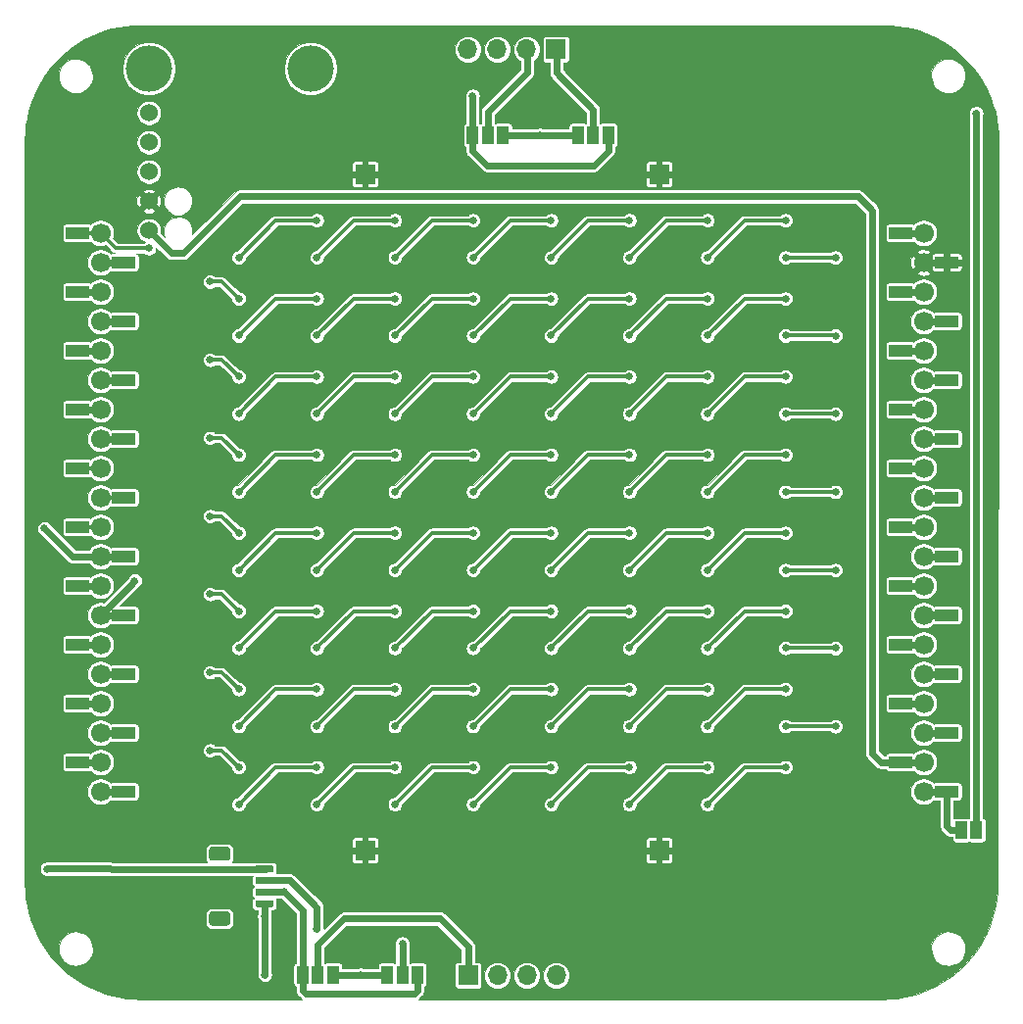
<source format=gbl>
G04 #@! TF.GenerationSoftware,KiCad,Pcbnew,(5.1.2-1)-1*
G04 #@! TF.CreationDate,2021-03-21T18:44:29-05:00*
G04 #@! TF.ProjectId,Core64 LM v0.2,436f7265-3634-4204-9c4d-2076302e322e,0.3*
G04 #@! TF.SameCoordinates,Original*
G04 #@! TF.FileFunction,Copper,L2,Bot*
G04 #@! TF.FilePolarity,Positive*
%FSLAX46Y46*%
G04 Gerber Fmt 4.6, Leading zero omitted, Abs format (unit mm)*
G04 Created by KiCad (PCBNEW (5.1.2-1)-1) date 2021-03-21 18:44:29*
%MOMM*%
%LPD*%
G04 APERTURE LIST*
%ADD10C,1.524000*%
%ADD11C,4.000000*%
%ADD12R,1.000000X1.500000*%
%ADD13C,0.100000*%
%ADD14C,1.200000*%
%ADD15C,0.600000*%
%ADD16O,1.700000X1.700000*%
%ADD17R,1.700000X1.700000*%
%ADD18C,1.700000*%
%ADD19R,2.000000X1.000000*%
%ADD20C,0.650000*%
%ADD21C,0.600000*%
%ADD22C,0.300000*%
%ADD23C,0.635000*%
G04 APERTURE END LIST*
D10*
X-31385000Y29430000D03*
X-31385000Y26890000D03*
X-31385000Y31970000D03*
X-31385000Y34510000D03*
D11*
X-31385000Y38320000D03*
X-17415000Y38320000D03*
D10*
X-31385000Y24350000D03*
D12*
X40115000Y-27450000D03*
X38815000Y-27450000D03*
D13*
G36*
X-24600495Y-28901204D02*
G01*
X-24576227Y-28904804D01*
X-24552428Y-28910765D01*
X-24529329Y-28919030D01*
X-24507150Y-28929520D01*
X-24486107Y-28942132D01*
X-24466401Y-28956747D01*
X-24448223Y-28973223D01*
X-24431747Y-28991401D01*
X-24417132Y-29011107D01*
X-24404520Y-29032150D01*
X-24394030Y-29054329D01*
X-24385765Y-29077428D01*
X-24379804Y-29101227D01*
X-24376204Y-29125495D01*
X-24375000Y-29149999D01*
X-24375000Y-29850001D01*
X-24376204Y-29874505D01*
X-24379804Y-29898773D01*
X-24385765Y-29922572D01*
X-24394030Y-29945671D01*
X-24404520Y-29967850D01*
X-24417132Y-29988893D01*
X-24431747Y-30008599D01*
X-24448223Y-30026777D01*
X-24466401Y-30043253D01*
X-24486107Y-30057868D01*
X-24507150Y-30070480D01*
X-24529329Y-30080970D01*
X-24552428Y-30089235D01*
X-24576227Y-30095196D01*
X-24600495Y-30098796D01*
X-24624999Y-30100000D01*
X-25925001Y-30100000D01*
X-25949505Y-30098796D01*
X-25973773Y-30095196D01*
X-25997572Y-30089235D01*
X-26020671Y-30080970D01*
X-26042850Y-30070480D01*
X-26063893Y-30057868D01*
X-26083599Y-30043253D01*
X-26101777Y-30026777D01*
X-26118253Y-30008599D01*
X-26132868Y-29988893D01*
X-26145480Y-29967850D01*
X-26155970Y-29945671D01*
X-26164235Y-29922572D01*
X-26170196Y-29898773D01*
X-26173796Y-29874505D01*
X-26175000Y-29850001D01*
X-26175000Y-29149999D01*
X-26173796Y-29125495D01*
X-26170196Y-29101227D01*
X-26164235Y-29077428D01*
X-26155970Y-29054329D01*
X-26145480Y-29032150D01*
X-26132868Y-29011107D01*
X-26118253Y-28991401D01*
X-26101777Y-28973223D01*
X-26083599Y-28956747D01*
X-26063893Y-28942132D01*
X-26042850Y-28929520D01*
X-26020671Y-28919030D01*
X-25997572Y-28910765D01*
X-25973773Y-28904804D01*
X-25949505Y-28901204D01*
X-25925001Y-28900000D01*
X-24624999Y-28900000D01*
X-24600495Y-28901204D01*
X-24600495Y-28901204D01*
G37*
D14*
X-25275000Y-29500000D03*
D13*
G36*
X-24600495Y-34501204D02*
G01*
X-24576227Y-34504804D01*
X-24552428Y-34510765D01*
X-24529329Y-34519030D01*
X-24507150Y-34529520D01*
X-24486107Y-34542132D01*
X-24466401Y-34556747D01*
X-24448223Y-34573223D01*
X-24431747Y-34591401D01*
X-24417132Y-34611107D01*
X-24404520Y-34632150D01*
X-24394030Y-34654329D01*
X-24385765Y-34677428D01*
X-24379804Y-34701227D01*
X-24376204Y-34725495D01*
X-24375000Y-34749999D01*
X-24375000Y-35450001D01*
X-24376204Y-35474505D01*
X-24379804Y-35498773D01*
X-24385765Y-35522572D01*
X-24394030Y-35545671D01*
X-24404520Y-35567850D01*
X-24417132Y-35588893D01*
X-24431747Y-35608599D01*
X-24448223Y-35626777D01*
X-24466401Y-35643253D01*
X-24486107Y-35657868D01*
X-24507150Y-35670480D01*
X-24529329Y-35680970D01*
X-24552428Y-35689235D01*
X-24576227Y-35695196D01*
X-24600495Y-35698796D01*
X-24624999Y-35700000D01*
X-25925001Y-35700000D01*
X-25949505Y-35698796D01*
X-25973773Y-35695196D01*
X-25997572Y-35689235D01*
X-26020671Y-35680970D01*
X-26042850Y-35670480D01*
X-26063893Y-35657868D01*
X-26083599Y-35643253D01*
X-26101777Y-35626777D01*
X-26118253Y-35608599D01*
X-26132868Y-35588893D01*
X-26145480Y-35567850D01*
X-26155970Y-35545671D01*
X-26164235Y-35522572D01*
X-26170196Y-35498773D01*
X-26173796Y-35474505D01*
X-26175000Y-35450001D01*
X-26175000Y-34749999D01*
X-26173796Y-34725495D01*
X-26170196Y-34701227D01*
X-26164235Y-34677428D01*
X-26155970Y-34654329D01*
X-26145480Y-34632150D01*
X-26132868Y-34611107D01*
X-26118253Y-34591401D01*
X-26101777Y-34573223D01*
X-26083599Y-34556747D01*
X-26063893Y-34542132D01*
X-26042850Y-34529520D01*
X-26020671Y-34519030D01*
X-25997572Y-34510765D01*
X-25973773Y-34504804D01*
X-25949505Y-34501204D01*
X-25925001Y-34500000D01*
X-24624999Y-34500000D01*
X-24600495Y-34501204D01*
X-24600495Y-34501204D01*
G37*
D14*
X-25275000Y-35100000D03*
D13*
G36*
X-20760297Y-30500722D02*
G01*
X-20745736Y-30502882D01*
X-20731457Y-30506459D01*
X-20717597Y-30511418D01*
X-20704290Y-30517712D01*
X-20691664Y-30525280D01*
X-20679841Y-30534048D01*
X-20668934Y-30543934D01*
X-20659048Y-30554841D01*
X-20650280Y-30566664D01*
X-20642712Y-30579290D01*
X-20636418Y-30592597D01*
X-20631459Y-30606457D01*
X-20627882Y-30620736D01*
X-20625722Y-30635297D01*
X-20625000Y-30650000D01*
X-20625000Y-30950000D01*
X-20625722Y-30964703D01*
X-20627882Y-30979264D01*
X-20631459Y-30993543D01*
X-20636418Y-31007403D01*
X-20642712Y-31020710D01*
X-20650280Y-31033336D01*
X-20659048Y-31045159D01*
X-20668934Y-31056066D01*
X-20679841Y-31065952D01*
X-20691664Y-31074720D01*
X-20704290Y-31082288D01*
X-20717597Y-31088582D01*
X-20731457Y-31093541D01*
X-20745736Y-31097118D01*
X-20760297Y-31099278D01*
X-20775000Y-31100000D01*
X-22025000Y-31100000D01*
X-22039703Y-31099278D01*
X-22054264Y-31097118D01*
X-22068543Y-31093541D01*
X-22082403Y-31088582D01*
X-22095710Y-31082288D01*
X-22108336Y-31074720D01*
X-22120159Y-31065952D01*
X-22131066Y-31056066D01*
X-22140952Y-31045159D01*
X-22149720Y-31033336D01*
X-22157288Y-31020710D01*
X-22163582Y-31007403D01*
X-22168541Y-30993543D01*
X-22172118Y-30979264D01*
X-22174278Y-30964703D01*
X-22175000Y-30950000D01*
X-22175000Y-30650000D01*
X-22174278Y-30635297D01*
X-22172118Y-30620736D01*
X-22168541Y-30606457D01*
X-22163582Y-30592597D01*
X-22157288Y-30579290D01*
X-22149720Y-30566664D01*
X-22140952Y-30554841D01*
X-22131066Y-30543934D01*
X-22120159Y-30534048D01*
X-22108336Y-30525280D01*
X-22095710Y-30517712D01*
X-22082403Y-30511418D01*
X-22068543Y-30506459D01*
X-22054264Y-30502882D01*
X-22039703Y-30500722D01*
X-22025000Y-30500000D01*
X-20775000Y-30500000D01*
X-20760297Y-30500722D01*
X-20760297Y-30500722D01*
G37*
D15*
X-21400000Y-30800000D03*
D13*
G36*
X-20760297Y-31500722D02*
G01*
X-20745736Y-31502882D01*
X-20731457Y-31506459D01*
X-20717597Y-31511418D01*
X-20704290Y-31517712D01*
X-20691664Y-31525280D01*
X-20679841Y-31534048D01*
X-20668934Y-31543934D01*
X-20659048Y-31554841D01*
X-20650280Y-31566664D01*
X-20642712Y-31579290D01*
X-20636418Y-31592597D01*
X-20631459Y-31606457D01*
X-20627882Y-31620736D01*
X-20625722Y-31635297D01*
X-20625000Y-31650000D01*
X-20625000Y-31950000D01*
X-20625722Y-31964703D01*
X-20627882Y-31979264D01*
X-20631459Y-31993543D01*
X-20636418Y-32007403D01*
X-20642712Y-32020710D01*
X-20650280Y-32033336D01*
X-20659048Y-32045159D01*
X-20668934Y-32056066D01*
X-20679841Y-32065952D01*
X-20691664Y-32074720D01*
X-20704290Y-32082288D01*
X-20717597Y-32088582D01*
X-20731457Y-32093541D01*
X-20745736Y-32097118D01*
X-20760297Y-32099278D01*
X-20775000Y-32100000D01*
X-22025000Y-32100000D01*
X-22039703Y-32099278D01*
X-22054264Y-32097118D01*
X-22068543Y-32093541D01*
X-22082403Y-32088582D01*
X-22095710Y-32082288D01*
X-22108336Y-32074720D01*
X-22120159Y-32065952D01*
X-22131066Y-32056066D01*
X-22140952Y-32045159D01*
X-22149720Y-32033336D01*
X-22157288Y-32020710D01*
X-22163582Y-32007403D01*
X-22168541Y-31993543D01*
X-22172118Y-31979264D01*
X-22174278Y-31964703D01*
X-22175000Y-31950000D01*
X-22175000Y-31650000D01*
X-22174278Y-31635297D01*
X-22172118Y-31620736D01*
X-22168541Y-31606457D01*
X-22163582Y-31592597D01*
X-22157288Y-31579290D01*
X-22149720Y-31566664D01*
X-22140952Y-31554841D01*
X-22131066Y-31543934D01*
X-22120159Y-31534048D01*
X-22108336Y-31525280D01*
X-22095710Y-31517712D01*
X-22082403Y-31511418D01*
X-22068543Y-31506459D01*
X-22054264Y-31502882D01*
X-22039703Y-31500722D01*
X-22025000Y-31500000D01*
X-20775000Y-31500000D01*
X-20760297Y-31500722D01*
X-20760297Y-31500722D01*
G37*
D15*
X-21400000Y-31800000D03*
D13*
G36*
X-20760297Y-32500722D02*
G01*
X-20745736Y-32502882D01*
X-20731457Y-32506459D01*
X-20717597Y-32511418D01*
X-20704290Y-32517712D01*
X-20691664Y-32525280D01*
X-20679841Y-32534048D01*
X-20668934Y-32543934D01*
X-20659048Y-32554841D01*
X-20650280Y-32566664D01*
X-20642712Y-32579290D01*
X-20636418Y-32592597D01*
X-20631459Y-32606457D01*
X-20627882Y-32620736D01*
X-20625722Y-32635297D01*
X-20625000Y-32650000D01*
X-20625000Y-32950000D01*
X-20625722Y-32964703D01*
X-20627882Y-32979264D01*
X-20631459Y-32993543D01*
X-20636418Y-33007403D01*
X-20642712Y-33020710D01*
X-20650280Y-33033336D01*
X-20659048Y-33045159D01*
X-20668934Y-33056066D01*
X-20679841Y-33065952D01*
X-20691664Y-33074720D01*
X-20704290Y-33082288D01*
X-20717597Y-33088582D01*
X-20731457Y-33093541D01*
X-20745736Y-33097118D01*
X-20760297Y-33099278D01*
X-20775000Y-33100000D01*
X-22025000Y-33100000D01*
X-22039703Y-33099278D01*
X-22054264Y-33097118D01*
X-22068543Y-33093541D01*
X-22082403Y-33088582D01*
X-22095710Y-33082288D01*
X-22108336Y-33074720D01*
X-22120159Y-33065952D01*
X-22131066Y-33056066D01*
X-22140952Y-33045159D01*
X-22149720Y-33033336D01*
X-22157288Y-33020710D01*
X-22163582Y-33007403D01*
X-22168541Y-32993543D01*
X-22172118Y-32979264D01*
X-22174278Y-32964703D01*
X-22175000Y-32950000D01*
X-22175000Y-32650000D01*
X-22174278Y-32635297D01*
X-22172118Y-32620736D01*
X-22168541Y-32606457D01*
X-22163582Y-32592597D01*
X-22157288Y-32579290D01*
X-22149720Y-32566664D01*
X-22140952Y-32554841D01*
X-22131066Y-32543934D01*
X-22120159Y-32534048D01*
X-22108336Y-32525280D01*
X-22095710Y-32517712D01*
X-22082403Y-32511418D01*
X-22068543Y-32506459D01*
X-22054264Y-32502882D01*
X-22039703Y-32500722D01*
X-22025000Y-32500000D01*
X-20775000Y-32500000D01*
X-20760297Y-32500722D01*
X-20760297Y-32500722D01*
G37*
D15*
X-21400000Y-32800000D03*
D13*
G36*
X-20760297Y-33500722D02*
G01*
X-20745736Y-33502882D01*
X-20731457Y-33506459D01*
X-20717597Y-33511418D01*
X-20704290Y-33517712D01*
X-20691664Y-33525280D01*
X-20679841Y-33534048D01*
X-20668934Y-33543934D01*
X-20659048Y-33554841D01*
X-20650280Y-33566664D01*
X-20642712Y-33579290D01*
X-20636418Y-33592597D01*
X-20631459Y-33606457D01*
X-20627882Y-33620736D01*
X-20625722Y-33635297D01*
X-20625000Y-33650000D01*
X-20625000Y-33950000D01*
X-20625722Y-33964703D01*
X-20627882Y-33979264D01*
X-20631459Y-33993543D01*
X-20636418Y-34007403D01*
X-20642712Y-34020710D01*
X-20650280Y-34033336D01*
X-20659048Y-34045159D01*
X-20668934Y-34056066D01*
X-20679841Y-34065952D01*
X-20691664Y-34074720D01*
X-20704290Y-34082288D01*
X-20717597Y-34088582D01*
X-20731457Y-34093541D01*
X-20745736Y-34097118D01*
X-20760297Y-34099278D01*
X-20775000Y-34100000D01*
X-22025000Y-34100000D01*
X-22039703Y-34099278D01*
X-22054264Y-34097118D01*
X-22068543Y-34093541D01*
X-22082403Y-34088582D01*
X-22095710Y-34082288D01*
X-22108336Y-34074720D01*
X-22120159Y-34065952D01*
X-22131066Y-34056066D01*
X-22140952Y-34045159D01*
X-22149720Y-34033336D01*
X-22157288Y-34020710D01*
X-22163582Y-34007403D01*
X-22168541Y-33993543D01*
X-22172118Y-33979264D01*
X-22174278Y-33964703D01*
X-22175000Y-33950000D01*
X-22175000Y-33650000D01*
X-22174278Y-33635297D01*
X-22172118Y-33620736D01*
X-22168541Y-33606457D01*
X-22163582Y-33592597D01*
X-22157288Y-33579290D01*
X-22149720Y-33566664D01*
X-22140952Y-33554841D01*
X-22131066Y-33543934D01*
X-22120159Y-33534048D01*
X-22108336Y-33525280D01*
X-22095710Y-33517712D01*
X-22082403Y-33511418D01*
X-22068543Y-33506459D01*
X-22054264Y-33502882D01*
X-22039703Y-33500722D01*
X-22025000Y-33500000D01*
X-20775000Y-33500000D01*
X-20760297Y-33500722D01*
X-20760297Y-33500722D01*
G37*
D15*
X-21400000Y-33800000D03*
D16*
X3810000Y-40000000D03*
X1270000Y-40000000D03*
X-1270000Y-40000000D03*
D17*
X-3810000Y-40000000D03*
D12*
X-15485000Y-39950000D03*
X-16785000Y-39950000D03*
X-18085000Y-39950000D03*
X-10785000Y-39950000D03*
X-9485000Y-39950000D03*
X-8185000Y-39950000D03*
D18*
X35560000Y-21590000D03*
D19*
X37560000Y-24130000D03*
D18*
X35560000Y-24130000D03*
D19*
X33560000Y-21590000D03*
X37560000Y-19050000D03*
X33560000Y-16510000D03*
D18*
X35560000Y-19050000D03*
X35560000Y-16510000D03*
X35560000Y-11430000D03*
X35560000Y3810000D03*
X35560000Y16510000D03*
X35560000Y24130000D03*
X35560000Y21590000D03*
X35560000Y13970000D03*
X35560000Y11430000D03*
X35560000Y6350000D03*
X35560000Y8890000D03*
X35560000Y19050000D03*
X35560000Y-1270000D03*
X35560000Y-6350000D03*
X35560000Y-3810000D03*
X35560000Y-13970000D03*
X35560000Y-8890000D03*
X35560000Y1270000D03*
D19*
X33560000Y-11430000D03*
X33560000Y-6350000D03*
X33560000Y-1270000D03*
X33560000Y3810000D03*
X33560000Y8890000D03*
X33560000Y13970000D03*
X33560000Y19050000D03*
X33560000Y24130000D03*
X37560000Y-13970000D03*
X37560000Y-8890000D03*
X37560000Y-3810000D03*
X37560000Y1270000D03*
X37560000Y6350000D03*
X37560000Y11430000D03*
X37560000Y16510000D03*
X37560000Y21590000D03*
D18*
X-35560000Y-21590000D03*
D19*
X-33560000Y-24130000D03*
D18*
X-35560000Y-24130000D03*
D19*
X-37560000Y-21590000D03*
X-33560000Y-19050000D03*
X-37560000Y-16510000D03*
D18*
X-35560000Y-19050000D03*
X-35560000Y-16510000D03*
X-35560000Y-11430000D03*
X-35560000Y3810000D03*
X-35560000Y16510000D03*
X-35560000Y24130000D03*
X-35560000Y21590000D03*
X-35560000Y13970000D03*
X-35560000Y11430000D03*
X-35560000Y6350000D03*
X-35560000Y8890000D03*
X-35560000Y19050000D03*
X-35560000Y-1270000D03*
X-35560000Y-6350000D03*
X-35560000Y-3810000D03*
X-35560000Y-13970000D03*
X-35560000Y-8890000D03*
X-35560000Y1270000D03*
D19*
X-37560000Y-11430000D03*
X-37560000Y-6350000D03*
X-37560000Y-1270000D03*
X-37560000Y3810000D03*
X-37560000Y8890000D03*
X-37560000Y13970000D03*
X-37560000Y19050000D03*
X-37560000Y24130000D03*
X-33560000Y-13970000D03*
X-33560000Y-8890000D03*
X-33560000Y-3810000D03*
X-33560000Y1270000D03*
X-33560000Y6350000D03*
X-33560000Y11430000D03*
X-33560000Y16510000D03*
X-33560000Y21590000D03*
D12*
X-3400000Y32600000D03*
X-2100000Y32600000D03*
X-800000Y32600000D03*
X5700000Y32600000D03*
X7000000Y32600000D03*
X8300000Y32600000D03*
D17*
X3800000Y40000000D03*
D16*
X1260000Y40000000D03*
X-1280000Y40000000D03*
X-3820000Y40000000D03*
D17*
X-12700000Y29210000D03*
X12700000Y29210000D03*
X-12700000Y-29210000D03*
X12700000Y-29210000D03*
D20*
X-23625000Y22025000D03*
X-16875000Y25230000D03*
X-31375000Y22825000D03*
X-3375000Y-23620000D03*
X10125000Y-23620000D03*
X3375000Y-23620000D03*
X16875000Y-23620000D03*
X-23625000Y-23625000D03*
X23625000Y-23620000D03*
X-16875000Y-23625000D03*
X-10125000Y-23620000D03*
X-3375000Y-16870000D03*
X10125000Y-16870000D03*
X3375000Y-16870000D03*
X16875000Y-16870000D03*
X-23625000Y-16875000D03*
X23625000Y-16870000D03*
X-16875000Y-16875000D03*
X-10125000Y-16870000D03*
X-3375000Y-10120000D03*
X10125000Y-10120000D03*
X3375000Y-10120000D03*
X16875000Y-10120000D03*
X-23625000Y-10125000D03*
X23625000Y-10120000D03*
X-16875000Y-10125000D03*
X-10125000Y-10120000D03*
X-3375000Y-3370000D03*
X10125000Y-3370000D03*
X3375000Y-3370000D03*
X16875000Y-3370000D03*
X-23625000Y-3375000D03*
X23625000Y-3370000D03*
X-16875000Y-3375000D03*
X-10125000Y-3370000D03*
X-3375000Y3380000D03*
X10125000Y3380000D03*
X3375000Y3380000D03*
X16875000Y3380000D03*
X-23625000Y3375000D03*
X23625000Y3380000D03*
X-16875000Y3375000D03*
X-10125000Y3380000D03*
X-3375000Y10130000D03*
X10125000Y10130000D03*
X3375000Y10130000D03*
X16875000Y10130000D03*
X-23625000Y10125000D03*
X23625000Y10130000D03*
X-16875000Y10125000D03*
X-10125000Y10130000D03*
X23625000Y16880000D03*
X-16875000Y16875000D03*
X-10125000Y16880000D03*
X16875000Y16880000D03*
X10125000Y16880000D03*
X-3375000Y16880000D03*
X3375000Y16880000D03*
X-23625000Y16875000D03*
X23625000Y23630000D03*
X16875000Y23630000D03*
X10125000Y23630000D03*
X3375000Y23630000D03*
X-3375000Y23630000D03*
X-10125000Y23630000D03*
X-16875000Y23625000D03*
X-23625000Y23625000D03*
X-10125000Y25230000D03*
X-16875000Y22025000D03*
X-3375000Y25230000D03*
X-10125000Y22025000D03*
X-3375000Y22025000D03*
X3375000Y25230000D03*
X10125000Y25230000D03*
X3375000Y22025000D03*
X10125000Y22025000D03*
X16875000Y25230000D03*
X23625000Y25230000D03*
X16875000Y22025000D03*
X-3375000Y18480000D03*
X-10125000Y15275000D03*
X-16875000Y15275000D03*
X-10125000Y18480000D03*
X3375000Y18480000D03*
X-3375000Y15275000D03*
X10125000Y18480000D03*
X3375000Y15275000D03*
X10125000Y15275000D03*
X16875000Y18480000D03*
X23625000Y18480000D03*
X16875000Y15275000D03*
X-16875000Y8525000D03*
X-10125000Y11730000D03*
X-10125000Y8525000D03*
X-3375000Y11730000D03*
X-3375000Y8525000D03*
X3375000Y11730000D03*
X3375000Y8525000D03*
X10125000Y11730000D03*
X10125000Y8525000D03*
X16875000Y11730000D03*
X16875000Y8525000D03*
X23625000Y11730000D03*
X-16875000Y1775000D03*
X-10125000Y4980000D03*
X-10125000Y1775000D03*
X-3375000Y4980000D03*
X-3375000Y1775000D03*
X3375000Y4980000D03*
X3375000Y1775000D03*
X10125000Y4980000D03*
X10125000Y1775000D03*
X16875000Y4980000D03*
X16875000Y1775000D03*
X23625000Y4980000D03*
X-16875000Y-4975000D03*
X-10125000Y-1770000D03*
X-10125000Y-4975000D03*
X-3375000Y-1770000D03*
X-3375000Y-4975000D03*
X3375000Y-1770000D03*
X3375000Y-4975000D03*
X10125000Y-1770000D03*
X10125000Y-4975000D03*
X16875000Y-1770000D03*
X16875000Y-4975000D03*
X23625000Y-1770000D03*
X-16875000Y-11725000D03*
X-10125000Y-8520000D03*
X-10125000Y-11725000D03*
X-3375000Y-8520000D03*
X-3375000Y-11725000D03*
X3375000Y-8520000D03*
X3375000Y-11725000D03*
X10125000Y-8520000D03*
X10125000Y-11725000D03*
X16875000Y-8520000D03*
X16875000Y-11725000D03*
X23625000Y-8520000D03*
X-16875000Y-18475000D03*
X-10125000Y-15270000D03*
X-10125000Y-18475000D03*
X-3375000Y-15270000D03*
X-3375000Y-18475000D03*
X3375000Y-15270000D03*
X3375000Y-18475000D03*
X10125000Y-15270000D03*
X10125000Y-18475000D03*
X16875000Y-15270000D03*
X16875000Y-18475000D03*
X23625000Y-15270000D03*
X-16875000Y-25225000D03*
X-10125000Y-22020000D03*
X-10125000Y-25225000D03*
X-3375000Y-22020000D03*
X-3375000Y-25225000D03*
X3375000Y-22020000D03*
X3375000Y-25225000D03*
X10125000Y-22020000D03*
X10125000Y-25225000D03*
X16875000Y-22020000D03*
X16875000Y-25225000D03*
X23625000Y-22020000D03*
X-26100000Y19930000D03*
X-23625000Y18480000D03*
X23625000Y22025000D03*
X27945000Y22020000D03*
X-16875000Y18480000D03*
X-23625000Y15275000D03*
X-26100000Y13180000D03*
X-23625000Y11730000D03*
X23625000Y15275000D03*
X27945000Y15270000D03*
X-16875000Y11730000D03*
X-23625000Y8525000D03*
X-26100000Y6430000D03*
X-23625000Y4980000D03*
X23625000Y8525000D03*
X27945000Y8520000D03*
X-16875000Y4980000D03*
X-23625000Y1775000D03*
X-26100000Y-320000D03*
X-23625000Y-1770000D03*
X23625000Y1775000D03*
X27945000Y1770000D03*
X-16875000Y-1770000D03*
X-23625000Y-4975000D03*
X-26100000Y-7070000D03*
X-23625000Y-8520000D03*
X23625000Y-4975000D03*
X27945000Y-4980000D03*
X-16875000Y-8520000D03*
X-23625000Y-11725000D03*
X-26100000Y-13820000D03*
X-23625000Y-15270000D03*
X23625000Y-11725000D03*
X27945000Y-11730000D03*
X-16875000Y-15270000D03*
X-23625000Y-18475000D03*
X-23625000Y-22020000D03*
X23625000Y-18475000D03*
X-26100000Y-20570000D03*
X27945000Y-18480000D03*
X-16875000Y-22020000D03*
X-23625000Y-25225000D03*
X-40185000Y-30800000D03*
X-3400000Y36000000D03*
X-19700000Y-32800000D03*
X-40400000Y-1400000D03*
X-16873371Y-36023600D03*
X-13085000Y-39950000D03*
X2400000Y32600000D03*
X-32600000Y-5900000D03*
X-21350000Y-39950000D03*
X-21400000Y-34900000D03*
X-9485000Y-37250000D03*
X40115000Y34485000D03*
D21*
X-35560000Y-19050000D02*
X-33560000Y-19050000D01*
X-35560000Y-16510000D02*
X-37560000Y-16510000D01*
D22*
X-35560000Y-11430000D02*
X-37215000Y-11430000D01*
D21*
X-35560000Y-11430000D02*
X-37560000Y-11430000D01*
D22*
X-35560000Y3810000D02*
X-37215000Y3810000D01*
D21*
X-33905000Y16510000D02*
X-35560000Y16510000D01*
D22*
X-37560000Y24130000D02*
X-35560000Y24130000D01*
X-20420000Y25230000D02*
X-16875000Y25230000D01*
X-23625000Y22025000D02*
X-20420000Y25230000D01*
X-34255000Y22825000D02*
X-31375000Y22825000D01*
X-35560000Y24130000D02*
X-34255000Y22825000D01*
D21*
X-35560000Y13970000D02*
X-37560000Y13970000D01*
X-35560000Y11430000D02*
X-33905000Y11430000D01*
X-35560000Y6350000D02*
X-33905000Y6350000D01*
X-33385000Y6350000D02*
X-35560000Y6350000D01*
X-35560000Y8890000D02*
X-37215000Y8890000D01*
X-37215000Y19050000D02*
X-35560000Y19050000D01*
X-34590000Y-13970000D02*
X-35560000Y-13970000D01*
D22*
X-34590000Y-13970000D02*
X-33535000Y-13970000D01*
D21*
X-33560000Y-13970000D02*
X-35560000Y-13970000D01*
D22*
X-33905000Y1270000D02*
X-35560000Y1270000D01*
X35560000Y-19050000D02*
X37215000Y-19050000D01*
D21*
X35560000Y-19050000D02*
X37560000Y-19050000D01*
D22*
X33905000Y-16510000D02*
X35560000Y-16510000D01*
D21*
X35560000Y-16510000D02*
X33560000Y-16510000D01*
D22*
X35560000Y-11430000D02*
X33905000Y-11430000D01*
D21*
X35560000Y-11430000D02*
X33560000Y-11430000D01*
X33905000Y3810000D02*
X35560000Y3810000D01*
X35560000Y16510000D02*
X37215000Y16510000D01*
X33560000Y24130000D02*
X35560000Y24130000D01*
X35560000Y21590000D02*
X37560000Y21590000D01*
X33905000Y13970000D02*
X35560000Y13970000D01*
X35560000Y11430000D02*
X37215000Y11430000D01*
X35610000Y6400000D02*
X35560000Y6350000D01*
X35560000Y6350000D02*
X37215000Y6350000D01*
X33905000Y8890000D02*
X35560000Y8890000D01*
X33560000Y19050000D02*
X35560000Y19050000D01*
X33905000Y-1270000D02*
X35560000Y-1270000D01*
X33560000Y-6350000D02*
X35560000Y-6350000D01*
X35560000Y-3810000D02*
X37215000Y-3810000D01*
D22*
X35560000Y-13970000D02*
X37215000Y-13970000D01*
D21*
X35560000Y-13970000D02*
X37560000Y-13970000D01*
D23*
X37215000Y-8890000D02*
X35560000Y-8890000D01*
D21*
X35560000Y1270000D02*
X37215000Y1270000D01*
D22*
X-11630000Y25230000D02*
X-10125000Y25230000D01*
X-13670000Y25230000D02*
X-11630000Y25230000D01*
X-16875000Y22025000D02*
X-13670000Y25230000D01*
X-4880000Y25230000D02*
X-3375000Y25230000D01*
X-6920000Y25230000D02*
X-4880000Y25230000D01*
X-10125000Y22025000D02*
X-6920000Y25230000D01*
X-170000Y25230000D02*
X1870000Y25230000D01*
X1870000Y25230000D02*
X3375000Y25230000D01*
X-3375000Y22025000D02*
X-170000Y25230000D01*
X8620000Y25230000D02*
X10125000Y25230000D01*
X3375000Y22025000D02*
X6580000Y25230000D01*
X6580000Y25230000D02*
X8620000Y25230000D01*
X13330000Y25230000D02*
X15370000Y25230000D01*
X15370000Y25230000D02*
X16875000Y25230000D01*
X10125000Y22025000D02*
X13330000Y25230000D01*
X22120000Y25230000D02*
X23625000Y25230000D01*
X16875000Y22025000D02*
X20080000Y25230000D01*
X20080000Y25230000D02*
X22120000Y25230000D01*
X-10125000Y15275000D02*
X-6920000Y18480000D01*
X-4880000Y18480000D02*
X-3375000Y18480000D01*
X-6920000Y18480000D02*
X-4880000Y18480000D01*
X-13670000Y18480000D02*
X-11630000Y18480000D01*
X-11630000Y18480000D02*
X-10125000Y18480000D01*
X-16875000Y15275000D02*
X-13670000Y18480000D01*
X1870000Y18480000D02*
X3375000Y18480000D01*
X-3375000Y15275000D02*
X-170000Y18480000D01*
X-170000Y18480000D02*
X1870000Y18480000D01*
X8620000Y18480000D02*
X10125000Y18480000D01*
X6580000Y18480000D02*
X8620000Y18480000D01*
X3375000Y15275000D02*
X6580000Y18480000D01*
X13330000Y18480000D02*
X15370000Y18480000D01*
X15370000Y18480000D02*
X16875000Y18480000D01*
X10125000Y15275000D02*
X13330000Y18480000D01*
X20080000Y18480000D02*
X22120000Y18480000D01*
X16875000Y15275000D02*
X20080000Y18480000D01*
X22120000Y18480000D02*
X23625000Y18480000D01*
X-11630000Y11730000D02*
X-10125000Y11730000D01*
X-16875000Y8525000D02*
X-13670000Y11730000D01*
X-13670000Y11730000D02*
X-11630000Y11730000D01*
X-4880000Y11730000D02*
X-3375000Y11730000D01*
X-6920000Y11730000D02*
X-4880000Y11730000D01*
X-10125000Y8525000D02*
X-6920000Y11730000D01*
X-3375000Y8525000D02*
X-170000Y11730000D01*
X1870000Y11730000D02*
X3375000Y11730000D01*
X-170000Y11730000D02*
X1870000Y11730000D01*
X8620000Y11730000D02*
X10125000Y11730000D01*
X6580000Y11730000D02*
X8620000Y11730000D01*
X3375000Y8525000D02*
X6580000Y11730000D01*
X15370000Y11730000D02*
X16875000Y11730000D01*
X10125000Y8525000D02*
X13330000Y11730000D01*
X13330000Y11730000D02*
X15370000Y11730000D01*
X22120000Y11730000D02*
X23625000Y11730000D01*
X16875000Y8525000D02*
X20080000Y11730000D01*
X20080000Y11730000D02*
X22120000Y11730000D01*
X-11630000Y4980000D02*
X-10125000Y4980000D01*
X-16875000Y1775000D02*
X-13670000Y4980000D01*
X-13670000Y4980000D02*
X-11630000Y4980000D01*
X-4880000Y4980000D02*
X-3375000Y4980000D01*
X-6920000Y4980000D02*
X-4880000Y4980000D01*
X-10125000Y1775000D02*
X-6920000Y4980000D01*
X-3375000Y1775000D02*
X-170000Y4980000D01*
X1870000Y4980000D02*
X3375000Y4980000D01*
X-170000Y4980000D02*
X1870000Y4980000D01*
X8620000Y4980000D02*
X10125000Y4980000D01*
X6580000Y4980000D02*
X8620000Y4980000D01*
X3375000Y1775000D02*
X6580000Y4980000D01*
X15370000Y4980000D02*
X16875000Y4980000D01*
X10125000Y1775000D02*
X13330000Y4980000D01*
X13330000Y4980000D02*
X15370000Y4980000D01*
X22120000Y4980000D02*
X23625000Y4980000D01*
X16875000Y1775000D02*
X20080000Y4980000D01*
X20080000Y4980000D02*
X22120000Y4980000D01*
X-11630000Y-1770000D02*
X-10125000Y-1770000D01*
X-16875000Y-4975000D02*
X-13670000Y-1770000D01*
X-13670000Y-1770000D02*
X-11630000Y-1770000D01*
X-4880000Y-1770000D02*
X-3375000Y-1770000D01*
X-6920000Y-1770000D02*
X-4880000Y-1770000D01*
X-10125000Y-4975000D02*
X-6920000Y-1770000D01*
X-3375000Y-4975000D02*
X-170000Y-1770000D01*
X1870000Y-1770000D02*
X3375000Y-1770000D01*
X-170000Y-1770000D02*
X1870000Y-1770000D01*
X8620000Y-1770000D02*
X10125000Y-1770000D01*
X6580000Y-1770000D02*
X8620000Y-1770000D01*
X3375000Y-4975000D02*
X6580000Y-1770000D01*
X15370000Y-1770000D02*
X16875000Y-1770000D01*
X10125000Y-4975000D02*
X13330000Y-1770000D01*
X13330000Y-1770000D02*
X15370000Y-1770000D01*
X22120000Y-1770000D02*
X23625000Y-1770000D01*
X16875000Y-4975000D02*
X20080000Y-1770000D01*
X20080000Y-1770000D02*
X22120000Y-1770000D01*
X-11630000Y-8520000D02*
X-10125000Y-8520000D01*
X-16875000Y-11725000D02*
X-13670000Y-8520000D01*
X-13670000Y-8520000D02*
X-11630000Y-8520000D01*
X-4880000Y-8520000D02*
X-3375000Y-8520000D01*
X-6920000Y-8520000D02*
X-4880000Y-8520000D01*
X-10125000Y-11725000D02*
X-6920000Y-8520000D01*
X-3375000Y-11725000D02*
X-170000Y-8520000D01*
X1870000Y-8520000D02*
X3375000Y-8520000D01*
X-170000Y-8520000D02*
X1870000Y-8520000D01*
X8620000Y-8520000D02*
X10125000Y-8520000D01*
X6580000Y-8520000D02*
X8620000Y-8520000D01*
X3375000Y-11725000D02*
X6580000Y-8520000D01*
X15370000Y-8520000D02*
X16875000Y-8520000D01*
X10125000Y-11725000D02*
X13330000Y-8520000D01*
X13330000Y-8520000D02*
X15370000Y-8520000D01*
X22120000Y-8520000D02*
X23625000Y-8520000D01*
X16875000Y-11725000D02*
X20080000Y-8520000D01*
X20080000Y-8520000D02*
X22120000Y-8520000D01*
X-11630000Y-15270000D02*
X-10125000Y-15270000D01*
X-16875000Y-18475000D02*
X-13670000Y-15270000D01*
X-13670000Y-15270000D02*
X-11630000Y-15270000D01*
X-4880000Y-15270000D02*
X-3375000Y-15270000D01*
X-6920000Y-15270000D02*
X-4880000Y-15270000D01*
X-10125000Y-18475000D02*
X-6920000Y-15270000D01*
X-3375000Y-18475000D02*
X-170000Y-15270000D01*
X1870000Y-15270000D02*
X3375000Y-15270000D01*
X-170000Y-15270000D02*
X1870000Y-15270000D01*
X8620000Y-15270000D02*
X10125000Y-15270000D01*
X6580000Y-15270000D02*
X8620000Y-15270000D01*
X3375000Y-18475000D02*
X6580000Y-15270000D01*
X15370000Y-15270000D02*
X16875000Y-15270000D01*
X10125000Y-18475000D02*
X13330000Y-15270000D01*
X13330000Y-15270000D02*
X15370000Y-15270000D01*
X22120000Y-15270000D02*
X23625000Y-15270000D01*
X16875000Y-18475000D02*
X20080000Y-15270000D01*
X20080000Y-15270000D02*
X22120000Y-15270000D01*
X-11630000Y-22020000D02*
X-10125000Y-22020000D01*
X-16875000Y-25225000D02*
X-13670000Y-22020000D01*
X-13670000Y-22020000D02*
X-11630000Y-22020000D01*
X-4880000Y-22020000D02*
X-3375000Y-22020000D01*
X-6920000Y-22020000D02*
X-4880000Y-22020000D01*
X-10125000Y-25225000D02*
X-6920000Y-22020000D01*
X-3375000Y-25225000D02*
X-170000Y-22020000D01*
X1870000Y-22020000D02*
X3375000Y-22020000D01*
X-170000Y-22020000D02*
X1870000Y-22020000D01*
X8620000Y-22020000D02*
X10125000Y-22020000D01*
X6580000Y-22020000D02*
X8620000Y-22020000D01*
X3375000Y-25225000D02*
X6580000Y-22020000D01*
X15370000Y-22020000D02*
X16875000Y-22020000D01*
X10125000Y-25225000D02*
X13330000Y-22020000D01*
X13330000Y-22020000D02*
X15370000Y-22020000D01*
X22120000Y-22020000D02*
X23625000Y-22020000D01*
X16875000Y-25225000D02*
X20080000Y-22020000D01*
X20080000Y-22020000D02*
X22120000Y-22020000D01*
X27940000Y22025000D02*
X27945000Y22020000D01*
X23625000Y22025000D02*
X27940000Y22025000D01*
X-25075000Y19930000D02*
X-23625000Y18480000D01*
X-26100000Y19930000D02*
X-25075000Y19930000D01*
X-23625000Y15275000D02*
X-20420000Y18480000D01*
X-20420000Y18480000D02*
X-16875000Y18480000D01*
X23625000Y15275000D02*
X27940000Y15275000D01*
X27940000Y15275000D02*
X27945000Y15270000D01*
X-25075000Y13180000D02*
X-23625000Y11730000D01*
X-26100000Y13180000D02*
X-25075000Y13180000D01*
X-20420000Y11730000D02*
X-16875000Y11730000D01*
X-23625000Y8525000D02*
X-20420000Y11730000D01*
X23625000Y8525000D02*
X27940000Y8525000D01*
X27940000Y8525000D02*
X27945000Y8520000D01*
X-25075000Y6430000D02*
X-23625000Y4980000D01*
X-26100000Y6430000D02*
X-25075000Y6430000D01*
X-20420000Y4980000D02*
X-16875000Y4980000D01*
X-23625000Y1775000D02*
X-20420000Y4980000D01*
X23625000Y1775000D02*
X27940000Y1775000D01*
X27940000Y1775000D02*
X27945000Y1770000D01*
X-25075000Y-320000D02*
X-23625000Y-1770000D01*
X-26100000Y-320000D02*
X-25075000Y-320000D01*
X-20420000Y-1770000D02*
X-16875000Y-1770000D01*
X-23625000Y-4975000D02*
X-20420000Y-1770000D01*
X23625000Y-4975000D02*
X27940000Y-4975000D01*
X27940000Y-4975000D02*
X27945000Y-4980000D01*
X-25075000Y-7070000D02*
X-23625000Y-8520000D01*
X-26100000Y-7070000D02*
X-25075000Y-7070000D01*
X-20420000Y-8520000D02*
X-16875000Y-8520000D01*
X-23625000Y-11725000D02*
X-20420000Y-8520000D01*
X23625000Y-11725000D02*
X27940000Y-11725000D01*
X27940000Y-11725000D02*
X27945000Y-11730000D01*
X-25075000Y-13820000D02*
X-23625000Y-15270000D01*
X-26100000Y-13820000D02*
X-25075000Y-13820000D01*
X-20420000Y-15270000D02*
X-16875000Y-15270000D01*
X-23625000Y-18475000D02*
X-20420000Y-15270000D01*
X23625000Y-18475000D02*
X27940000Y-18475000D01*
X27940000Y-18475000D02*
X27945000Y-18480000D01*
X-25075000Y-20570000D02*
X-23625000Y-22020000D01*
X-26100000Y-20570000D02*
X-25075000Y-20570000D01*
X-20420000Y-22020000D02*
X-16875000Y-22020000D01*
X-23625000Y-25225000D02*
X-20420000Y-22020000D01*
D21*
X-35560000Y21590000D02*
X-33560000Y21590000D01*
X33560000Y-21590000D02*
X35560000Y-21590000D01*
X-29435000Y22400000D02*
X-31385000Y24350000D01*
X-28400000Y22400000D02*
X-29435000Y22400000D01*
X-23500000Y27300000D02*
X-28400000Y22400000D01*
X31100000Y26100000D02*
X29900000Y27300000D01*
X33560000Y-21590000D02*
X31890000Y-21590000D01*
X29900000Y27300000D02*
X-23500000Y27300000D01*
X31100000Y-20800000D02*
X31100000Y26100000D01*
X31890000Y-21590000D02*
X31100000Y-20800000D01*
X35560000Y-24130000D02*
X37560000Y-24130000D01*
X37915000Y-27450000D02*
X38815000Y-27450000D01*
X37560000Y-27095000D02*
X37915000Y-27450000D01*
X37560000Y-24130000D02*
X37560000Y-27095000D01*
D22*
X-35560000Y-1270000D02*
X-37215000Y-1270000D01*
D21*
X-29100000Y-30800000D02*
X-40185000Y-30785000D01*
X-21300000Y-30800000D02*
X-29100000Y-30800000D01*
X-37215000Y-6350000D02*
X-35560000Y-6350000D01*
X-35560000Y-6350000D02*
X-35501706Y-6291706D01*
X-18085000Y-41300000D02*
X-17835000Y-41550000D01*
X-18085000Y-39950000D02*
X-18085000Y-41300000D01*
X-8185000Y-41300000D02*
X-8185000Y-39950000D01*
X-8435000Y-41550000D02*
X-8185000Y-41300000D01*
X-17835000Y-41550000D02*
X-8435000Y-41550000D01*
X-3400000Y32600000D02*
X-3400000Y33950000D01*
X-3400000Y33950000D02*
X-3400000Y36000000D01*
X-2150000Y30000000D02*
X-3400000Y31250000D01*
X7050000Y30000000D02*
X-2150000Y30000000D01*
X8300000Y31250000D02*
X7050000Y30000000D01*
X-3400000Y31250000D02*
X-3400000Y32600000D01*
X8300000Y32600000D02*
X8300000Y31250000D01*
X-21400000Y-32800000D02*
X-19700000Y-32800000D01*
X-19700000Y-32800000D02*
X-18085000Y-34415000D01*
X-18085000Y-34400000D02*
X-18085000Y-39950000D01*
X-33905000Y-3810000D02*
X-35560000Y-3810000D01*
X-37990000Y-3810000D02*
X-35560000Y-3810000D01*
X-40400000Y-1400000D02*
X-37990000Y-3810000D01*
X-16873371Y-34126629D02*
X-19200000Y-31800000D01*
X-19200000Y-31800000D02*
X-21400000Y-31800000D01*
X-16873371Y-36023600D02*
X-16873371Y-34200000D01*
X-33905000Y-8890000D02*
X-35560000Y-8890000D01*
X-35560000Y-8890000D02*
X-35620000Y-8950000D01*
X-13085000Y-39950000D02*
X-15485000Y-39950000D01*
X-10785000Y-39950000D02*
X-13085000Y-39950000D01*
X-800000Y32600000D02*
X2400000Y32600000D01*
X2400000Y32600000D02*
X5700000Y32600000D01*
X-32600000Y-5930000D02*
X-32600000Y-5900000D01*
X-35560000Y-8890000D02*
X-32600000Y-5930000D01*
X-21400000Y-39900000D02*
X-21350000Y-39950000D01*
X-21400000Y-34900000D02*
X-21400000Y-39900000D01*
X-21400000Y-33800000D02*
X-21400000Y-34900000D01*
X-9485000Y-39950000D02*
X-9485000Y-37250000D01*
X-3810000Y-37490000D02*
X-3810000Y-40000000D01*
X-6200000Y-35100000D02*
X-3810000Y-37490000D01*
X-14500000Y-35100000D02*
X-6200000Y-35100000D01*
X-16785000Y-37385000D02*
X-14500000Y-35100000D01*
X-16785000Y-39950000D02*
X-16785000Y-37385000D01*
X-37560000Y-21590000D02*
X-35560000Y-21590000D01*
X-33560000Y-24130000D02*
X-35560000Y-24130000D01*
X-2100000Y34600000D02*
X-2100000Y32600000D01*
X1290000Y37990000D02*
X-2100000Y34600000D01*
X1290000Y40000000D02*
X1290000Y37990000D01*
X7000000Y34800000D02*
X7000000Y32600000D01*
X3830000Y37970000D02*
X7000000Y34800000D01*
X3830000Y40000000D02*
X3830000Y37970000D01*
X40115000Y34485000D02*
X40115000Y34485000D01*
X40115000Y-27550000D02*
X40115000Y34485000D01*
X40115000Y34485000D02*
X40090000Y34510000D01*
D13*
G36*
X32725496Y42080305D02*
G01*
X33348396Y42021367D01*
X33966322Y41923404D01*
X34576904Y41786789D01*
X35177679Y41612074D01*
X35766269Y41399951D01*
X36340389Y41151245D01*
X36897725Y40866956D01*
X37436106Y40548191D01*
X37953368Y40196233D01*
X38447514Y39812442D01*
X38916539Y39398371D01*
X39358624Y38955629D01*
X39772013Y38485974D01*
X40155051Y37991285D01*
X40506253Y37473483D01*
X40824214Y36934637D01*
X41107676Y36376880D01*
X41355530Y35802393D01*
X41566784Y35213479D01*
X41740607Y34612445D01*
X41876312Y34001675D01*
X41973362Y33383590D01*
X42031373Y32760620D01*
X42050140Y32134439D01*
X41954816Y-32113980D01*
X41934267Y-32738915D01*
X41874633Y-33360526D01*
X41776116Y-33977201D01*
X41639114Y-34586462D01*
X41464154Y-35185953D01*
X41251947Y-35773249D01*
X41003303Y-36346106D01*
X40719211Y-36902239D01*
X40400801Y-37439439D01*
X40049313Y-37955616D01*
X39666148Y-38448713D01*
X39252789Y-38916820D01*
X38810882Y-39358073D01*
X38342177Y-39770723D01*
X37848495Y-40153170D01*
X37331797Y-40503891D01*
X36794121Y-40821506D01*
X36237579Y-41104767D01*
X35664373Y-41352552D01*
X35076715Y-41563905D01*
X34476999Y-41737965D01*
X33867532Y-41874064D01*
X33250719Y-41971664D01*
X32628987Y-42030380D01*
X32004053Y-42050000D01*
X-8098466Y-42050000D01*
X-8008683Y-41976317D01*
X-7989887Y-41953415D01*
X-7781580Y-41745108D01*
X-7758683Y-41726317D01*
X-7683704Y-41634955D01*
X-7627990Y-41530721D01*
X-7598158Y-41432378D01*
X-7593682Y-41417622D01*
X-7582097Y-41300001D01*
X-7585000Y-41270527D01*
X-7585000Y-40983164D01*
X-7569640Y-40978504D01*
X-7517523Y-40950647D01*
X-7471842Y-40913158D01*
X-7434353Y-40867477D01*
X-7406496Y-40815360D01*
X-7389341Y-40758810D01*
X-7383549Y-40700000D01*
X-7383549Y-39200000D01*
X-7389341Y-39141190D01*
X-7406496Y-39084640D01*
X-7434353Y-39032523D01*
X-7471842Y-38986842D01*
X-7517523Y-38949353D01*
X-7569640Y-38921496D01*
X-7626190Y-38904341D01*
X-7685000Y-38898549D01*
X-8685000Y-38898549D01*
X-8743810Y-38904341D01*
X-8800360Y-38921496D01*
X-8835000Y-38940011D01*
X-8869640Y-38921496D01*
X-8885000Y-38916836D01*
X-8885000Y-37434674D01*
X-8884019Y-37432306D01*
X-8860000Y-37311557D01*
X-8860000Y-37188443D01*
X-8884019Y-37067694D01*
X-8931132Y-36953952D01*
X-8999531Y-36851586D01*
X-9086586Y-36764531D01*
X-9188952Y-36696132D01*
X-9302694Y-36649019D01*
X-9423443Y-36625000D01*
X-9546557Y-36625000D01*
X-9667306Y-36649019D01*
X-9781048Y-36696132D01*
X-9883414Y-36764531D01*
X-9970469Y-36851586D01*
X-10038868Y-36953952D01*
X-10085981Y-37067694D01*
X-10110000Y-37188443D01*
X-10110000Y-37311557D01*
X-10085981Y-37432306D01*
X-10084999Y-37434677D01*
X-10085000Y-38916836D01*
X-10100360Y-38921496D01*
X-10135000Y-38940011D01*
X-10169640Y-38921496D01*
X-10226190Y-38904341D01*
X-10285000Y-38898549D01*
X-11285000Y-38898549D01*
X-11343810Y-38904341D01*
X-11400360Y-38921496D01*
X-11452477Y-38949353D01*
X-11498158Y-38986842D01*
X-11535647Y-39032523D01*
X-11563504Y-39084640D01*
X-11580659Y-39141190D01*
X-11586451Y-39200000D01*
X-11586451Y-39350000D01*
X-12900326Y-39350000D01*
X-12902694Y-39349019D01*
X-13023443Y-39325000D01*
X-13146557Y-39325000D01*
X-13267306Y-39349019D01*
X-13269674Y-39350000D01*
X-14683549Y-39350000D01*
X-14683549Y-39200000D01*
X-14689341Y-39141190D01*
X-14706496Y-39084640D01*
X-14734353Y-39032523D01*
X-14771842Y-38986842D01*
X-14817523Y-38949353D01*
X-14869640Y-38921496D01*
X-14926190Y-38904341D01*
X-14985000Y-38898549D01*
X-15985000Y-38898549D01*
X-16043810Y-38904341D01*
X-16100360Y-38921496D01*
X-16135000Y-38940011D01*
X-16169640Y-38921496D01*
X-16185000Y-38916836D01*
X-16185000Y-37633527D01*
X-14251472Y-35700000D01*
X-6448527Y-35700000D01*
X-4410000Y-37738529D01*
X-4409999Y-38848549D01*
X-4660000Y-38848549D01*
X-4718810Y-38854341D01*
X-4775360Y-38871496D01*
X-4827477Y-38899353D01*
X-4873158Y-38936842D01*
X-4910647Y-38982523D01*
X-4938504Y-39034640D01*
X-4955659Y-39091190D01*
X-4961451Y-39150000D01*
X-4961451Y-40850000D01*
X-4955659Y-40908810D01*
X-4938504Y-40965360D01*
X-4910647Y-41017477D01*
X-4873158Y-41063158D01*
X-4827477Y-41100647D01*
X-4775360Y-41128504D01*
X-4718810Y-41145659D01*
X-4660000Y-41151451D01*
X-2960000Y-41151451D01*
X-2901190Y-41145659D01*
X-2844640Y-41128504D01*
X-2792523Y-41100647D01*
X-2746842Y-41063158D01*
X-2709353Y-41017477D01*
X-2681496Y-40965360D01*
X-2664341Y-40908810D01*
X-2658549Y-40850000D01*
X-2658549Y-40000000D01*
X-2425564Y-40000000D01*
X-2403360Y-40225439D01*
X-2337602Y-40442215D01*
X-2230816Y-40641997D01*
X-2087107Y-40817107D01*
X-1911997Y-40960816D01*
X-1712215Y-41067602D01*
X-1495439Y-41133360D01*
X-1326492Y-41150000D01*
X-1213508Y-41150000D01*
X-1044561Y-41133360D01*
X-827785Y-41067602D01*
X-628003Y-40960816D01*
X-452893Y-40817107D01*
X-309184Y-40641997D01*
X-202398Y-40442215D01*
X-136640Y-40225439D01*
X-114436Y-40000000D01*
X114436Y-40000000D01*
X136640Y-40225439D01*
X202398Y-40442215D01*
X309184Y-40641997D01*
X452893Y-40817107D01*
X628003Y-40960816D01*
X827785Y-41067602D01*
X1044561Y-41133360D01*
X1213508Y-41150000D01*
X1326492Y-41150000D01*
X1495439Y-41133360D01*
X1712215Y-41067602D01*
X1911997Y-40960816D01*
X2087107Y-40817107D01*
X2230816Y-40641997D01*
X2337602Y-40442215D01*
X2403360Y-40225439D01*
X2425564Y-40000000D01*
X2654436Y-40000000D01*
X2676640Y-40225439D01*
X2742398Y-40442215D01*
X2849184Y-40641997D01*
X2992893Y-40817107D01*
X3168003Y-40960816D01*
X3367785Y-41067602D01*
X3584561Y-41133360D01*
X3753508Y-41150000D01*
X3866492Y-41150000D01*
X4035439Y-41133360D01*
X4252215Y-41067602D01*
X4451997Y-40960816D01*
X4627107Y-40817107D01*
X4770816Y-40641997D01*
X4877602Y-40442215D01*
X4943360Y-40225439D01*
X4965564Y-40000000D01*
X4943360Y-39774561D01*
X4877602Y-39557785D01*
X4770816Y-39358003D01*
X4627107Y-39182893D01*
X4451997Y-39039184D01*
X4252215Y-38932398D01*
X4035439Y-38866640D01*
X3866492Y-38850000D01*
X3753508Y-38850000D01*
X3584561Y-38866640D01*
X3367785Y-38932398D01*
X3168003Y-39039184D01*
X2992893Y-39182893D01*
X2849184Y-39358003D01*
X2742398Y-39557785D01*
X2676640Y-39774561D01*
X2654436Y-40000000D01*
X2425564Y-40000000D01*
X2403360Y-39774561D01*
X2337602Y-39557785D01*
X2230816Y-39358003D01*
X2087107Y-39182893D01*
X1911997Y-39039184D01*
X1712215Y-38932398D01*
X1495439Y-38866640D01*
X1326492Y-38850000D01*
X1213508Y-38850000D01*
X1044561Y-38866640D01*
X827785Y-38932398D01*
X628003Y-39039184D01*
X452893Y-39182893D01*
X309184Y-39358003D01*
X202398Y-39557785D01*
X136640Y-39774561D01*
X114436Y-40000000D01*
X-114436Y-40000000D01*
X-136640Y-39774561D01*
X-202398Y-39557785D01*
X-309184Y-39358003D01*
X-452893Y-39182893D01*
X-628003Y-39039184D01*
X-827785Y-38932398D01*
X-1044561Y-38866640D01*
X-1213508Y-38850000D01*
X-1326492Y-38850000D01*
X-1495439Y-38866640D01*
X-1712215Y-38932398D01*
X-1911997Y-39039184D01*
X-2087107Y-39182893D01*
X-2230816Y-39358003D01*
X-2337602Y-39557785D01*
X-2403360Y-39774561D01*
X-2425564Y-40000000D01*
X-2658549Y-40000000D01*
X-2658549Y-39150000D01*
X-2664341Y-39091190D01*
X-2681496Y-39034640D01*
X-2709353Y-38982523D01*
X-2746842Y-38936842D01*
X-2792523Y-38899353D01*
X-2844640Y-38871496D01*
X-2901190Y-38854341D01*
X-2960000Y-38848549D01*
X-3210000Y-38848549D01*
X-3210000Y-37720873D01*
X36205146Y-37720873D01*
X36237669Y-38010828D01*
X36325893Y-38288943D01*
X36466455Y-38544626D01*
X36654003Y-38768137D01*
X36881393Y-38950963D01*
X37139963Y-39086140D01*
X37419865Y-39168519D01*
X37710437Y-39194964D01*
X38000611Y-39164465D01*
X38279336Y-39078185D01*
X38535993Y-38939411D01*
X38760808Y-38753428D01*
X38945217Y-38527320D01*
X39082196Y-38269700D01*
X39166528Y-37990380D01*
X39195000Y-37700000D01*
X39194417Y-37658257D01*
X39157848Y-37368785D01*
X39065750Y-37091929D01*
X38921632Y-36838234D01*
X38730981Y-36617363D01*
X38501061Y-36437730D01*
X38240629Y-36306176D01*
X37959604Y-36227712D01*
X37668691Y-36205328D01*
X37378971Y-36239875D01*
X37101478Y-36330038D01*
X36846783Y-36472382D01*
X36624587Y-36661486D01*
X36443353Y-36890146D01*
X36309984Y-37149654D01*
X36229561Y-37430124D01*
X36205146Y-37720873D01*
X-3210000Y-37720873D01*
X-3210000Y-37519465D01*
X-3207098Y-37489999D01*
X-3210000Y-37460533D01*
X-3210000Y-37460526D01*
X-3218682Y-37372379D01*
X-3252990Y-37259279D01*
X-3308704Y-37155045D01*
X-3383683Y-37063683D01*
X-3406574Y-37044897D01*
X-5754887Y-34696586D01*
X-5773683Y-34673683D01*
X-5865045Y-34598704D01*
X-5969279Y-34542990D01*
X-6082379Y-34508682D01*
X-6170526Y-34500000D01*
X-6200000Y-34497097D01*
X-6229474Y-34500000D01*
X-14470526Y-34500000D01*
X-14500000Y-34497097D01*
X-14529474Y-34500000D01*
X-14617621Y-34508682D01*
X-14730721Y-34542990D01*
X-14834955Y-34598704D01*
X-14926317Y-34673683D01*
X-14945109Y-34696581D01*
X-16248371Y-35999844D01*
X-16248371Y-35962043D01*
X-16272390Y-35841294D01*
X-16273371Y-35838926D01*
X-16273371Y-34170526D01*
X-16274081Y-34163314D01*
X-16270468Y-34126628D01*
X-16282053Y-34009007D01*
X-16316362Y-33895907D01*
X-16372076Y-33791674D01*
X-16428266Y-33723205D01*
X-18754887Y-31396586D01*
X-18773683Y-31373683D01*
X-18865045Y-31298704D01*
X-18969279Y-31242990D01*
X-19082379Y-31208682D01*
X-19170526Y-31200000D01*
X-19200000Y-31197097D01*
X-19229474Y-31200000D01*
X-20399197Y-31200000D01*
X-20357914Y-31122763D01*
X-20332224Y-31038074D01*
X-20323549Y-30950000D01*
X-20323549Y-30650000D01*
X-20332224Y-30561926D01*
X-20357914Y-30477237D01*
X-20399632Y-30399187D01*
X-20455776Y-30330776D01*
X-20524187Y-30274632D01*
X-20602237Y-30232914D01*
X-20686926Y-30207224D01*
X-20775000Y-30198549D01*
X-22025000Y-30198549D01*
X-22039731Y-30200000D01*
X-24202291Y-30200000D01*
X-24166485Y-30156370D01*
X-24115526Y-30061032D01*
X-24115213Y-30060000D01*
X-13851452Y-30060000D01*
X-13845660Y-30118810D01*
X-13828505Y-30175361D01*
X-13800648Y-30227478D01*
X-13763159Y-30273159D01*
X-13717478Y-30310648D01*
X-13665361Y-30338505D01*
X-13608810Y-30355660D01*
X-13550000Y-30361452D01*
X-13025000Y-30360000D01*
X-12950000Y-30285000D01*
X-12950000Y-29460000D01*
X-12450000Y-29460000D01*
X-12450000Y-30285000D01*
X-12375000Y-30360000D01*
X-11850000Y-30361452D01*
X-11791190Y-30355660D01*
X-11734639Y-30338505D01*
X-11682522Y-30310648D01*
X-11636841Y-30273159D01*
X-11599352Y-30227478D01*
X-11571495Y-30175361D01*
X-11554340Y-30118810D01*
X-11548548Y-30060000D01*
X11548548Y-30060000D01*
X11554340Y-30118810D01*
X11571495Y-30175361D01*
X11599352Y-30227478D01*
X11636841Y-30273159D01*
X11682522Y-30310648D01*
X11734639Y-30338505D01*
X11791190Y-30355660D01*
X11850000Y-30361452D01*
X12375000Y-30360000D01*
X12450000Y-30285000D01*
X12450000Y-29460000D01*
X12950000Y-29460000D01*
X12950000Y-30285000D01*
X13025000Y-30360000D01*
X13550000Y-30361452D01*
X13608810Y-30355660D01*
X13665361Y-30338505D01*
X13717478Y-30310648D01*
X13763159Y-30273159D01*
X13800648Y-30227478D01*
X13828505Y-30175361D01*
X13845660Y-30118810D01*
X13851452Y-30060000D01*
X13850000Y-29535000D01*
X13775000Y-29460000D01*
X12950000Y-29460000D01*
X12450000Y-29460000D01*
X11625000Y-29460000D01*
X11550000Y-29535000D01*
X11548548Y-30060000D01*
X-11548548Y-30060000D01*
X-11550000Y-29535000D01*
X-11625000Y-29460000D01*
X-12450000Y-29460000D01*
X-12950000Y-29460000D01*
X-13775000Y-29460000D01*
X-13850000Y-29535000D01*
X-13851452Y-30060000D01*
X-24115213Y-30060000D01*
X-24084145Y-29957584D01*
X-24073549Y-29850001D01*
X-24073549Y-29149999D01*
X-24084145Y-29042416D01*
X-24115526Y-28938968D01*
X-24166485Y-28843630D01*
X-24235065Y-28760065D01*
X-24318630Y-28691485D01*
X-24413968Y-28640526D01*
X-24517416Y-28609145D01*
X-24624999Y-28598549D01*
X-25925001Y-28598549D01*
X-26032584Y-28609145D01*
X-26136032Y-28640526D01*
X-26231370Y-28691485D01*
X-26314935Y-28760065D01*
X-26383515Y-28843630D01*
X-26434474Y-28938968D01*
X-26465855Y-29042416D01*
X-26476451Y-29149999D01*
X-26476451Y-29850001D01*
X-26465855Y-29957584D01*
X-26434474Y-30061032D01*
X-26383515Y-30156370D01*
X-26347709Y-30200000D01*
X-29100014Y-30200000D01*
X-40072406Y-30185152D01*
X-40123443Y-30175000D01*
X-40246557Y-30175000D01*
X-40367306Y-30199019D01*
X-40481048Y-30246132D01*
X-40583414Y-30314531D01*
X-40670469Y-30401586D01*
X-40738868Y-30503952D01*
X-40785981Y-30617694D01*
X-40810000Y-30738443D01*
X-40810000Y-30861557D01*
X-40785981Y-30982306D01*
X-40738868Y-31096048D01*
X-40670469Y-31198414D01*
X-40583414Y-31285469D01*
X-40481048Y-31353868D01*
X-40367306Y-31400981D01*
X-40246557Y-31425000D01*
X-40123443Y-31425000D01*
X-40002694Y-31400981D01*
X-39964831Y-31385298D01*
X-29129882Y-31399960D01*
X-29129474Y-31400000D01*
X-29100160Y-31400000D01*
X-29071339Y-31400039D01*
X-29070937Y-31400000D01*
X-22400803Y-31400000D01*
X-22442086Y-31477237D01*
X-22467776Y-31561926D01*
X-22476451Y-31650000D01*
X-22476451Y-31950000D01*
X-22467776Y-32038074D01*
X-22442086Y-32122763D01*
X-22400368Y-32200813D01*
X-22344224Y-32269224D01*
X-22306724Y-32300000D01*
X-22344224Y-32330776D01*
X-22400368Y-32399187D01*
X-22442086Y-32477237D01*
X-22467776Y-32561926D01*
X-22476451Y-32650000D01*
X-22476451Y-32950000D01*
X-22467776Y-33038074D01*
X-22442086Y-33122763D01*
X-22400368Y-33200813D01*
X-22344224Y-33269224D01*
X-22306724Y-33300000D01*
X-22344224Y-33330776D01*
X-22400368Y-33399187D01*
X-22442086Y-33477237D01*
X-22467776Y-33561926D01*
X-22476451Y-33650000D01*
X-22476451Y-33950000D01*
X-22467776Y-34038074D01*
X-22442086Y-34122763D01*
X-22400368Y-34200813D01*
X-22344224Y-34269224D01*
X-22275813Y-34325368D01*
X-22197763Y-34367086D01*
X-22113074Y-34392776D01*
X-22025000Y-34401451D01*
X-21999999Y-34401451D01*
X-21999999Y-34715324D01*
X-22000981Y-34717694D01*
X-22025000Y-34838443D01*
X-22025000Y-34961557D01*
X-22000981Y-35082306D01*
X-22000000Y-35084674D01*
X-21999999Y-39870516D01*
X-22002903Y-39900000D01*
X-21991318Y-40017620D01*
X-21966698Y-40098780D01*
X-21957009Y-40130721D01*
X-21933143Y-40175372D01*
X-21903868Y-40246048D01*
X-21835469Y-40348414D01*
X-21748414Y-40435469D01*
X-21646048Y-40503868D01*
X-21532306Y-40550981D01*
X-21411557Y-40575000D01*
X-21288443Y-40575000D01*
X-21167694Y-40550981D01*
X-21053952Y-40503868D01*
X-20951586Y-40435469D01*
X-20864531Y-40348414D01*
X-20796132Y-40246048D01*
X-20749019Y-40132306D01*
X-20725000Y-40011557D01*
X-20725000Y-39888443D01*
X-20749019Y-39767694D01*
X-20796132Y-39653952D01*
X-20800000Y-39648163D01*
X-20800000Y-35084674D01*
X-20799019Y-35082306D01*
X-20775000Y-34961557D01*
X-20775000Y-34838443D01*
X-20799019Y-34717694D01*
X-20800000Y-34715326D01*
X-20800000Y-34401451D01*
X-20775000Y-34401451D01*
X-20686926Y-34392776D01*
X-20602237Y-34367086D01*
X-20524187Y-34325368D01*
X-20455776Y-34269224D01*
X-20399632Y-34200813D01*
X-20357914Y-34122763D01*
X-20332224Y-34038074D01*
X-20323549Y-33950000D01*
X-20323549Y-33650000D01*
X-20332224Y-33561926D01*
X-20357914Y-33477237D01*
X-20399197Y-33400000D01*
X-19948527Y-33400000D01*
X-18685000Y-34663528D01*
X-18684999Y-38916836D01*
X-18700360Y-38921496D01*
X-18752477Y-38949353D01*
X-18798158Y-38986842D01*
X-18835647Y-39032523D01*
X-18863504Y-39084640D01*
X-18880659Y-39141190D01*
X-18886451Y-39200000D01*
X-18886451Y-40700000D01*
X-18880659Y-40758810D01*
X-18863504Y-40815360D01*
X-18835647Y-40867477D01*
X-18798158Y-40913158D01*
X-18752477Y-40950647D01*
X-18700360Y-40978504D01*
X-18684999Y-40983164D01*
X-18684999Y-41270517D01*
X-18687903Y-41300000D01*
X-18676318Y-41417620D01*
X-18657843Y-41478522D01*
X-18642009Y-41530721D01*
X-18586295Y-41634955D01*
X-18511316Y-41726317D01*
X-18488419Y-41745108D01*
X-18280109Y-41953419D01*
X-18261317Y-41976317D01*
X-18171534Y-42050000D01*
X-32134225Y-42050000D01*
X-32759761Y-42030341D01*
X-33382066Y-41971517D01*
X-33999432Y-41873736D01*
X-34609454Y-41737380D01*
X-35209718Y-41562986D01*
X-35797829Y-41351254D01*
X-36371496Y-41103006D01*
X-36928438Y-40819230D01*
X-37466463Y-40501042D01*
X-37983448Y-40149700D01*
X-38477345Y-39766593D01*
X-38946239Y-39353208D01*
X-39388208Y-38911239D01*
X-39801593Y-38442345D01*
X-40184700Y-37948448D01*
X-40339359Y-37720873D01*
X-39194854Y-37720873D01*
X-39162331Y-38010828D01*
X-39074107Y-38288943D01*
X-38933545Y-38544626D01*
X-38745997Y-38768137D01*
X-38518607Y-38950963D01*
X-38260037Y-39086140D01*
X-37980135Y-39168519D01*
X-37689563Y-39194964D01*
X-37399389Y-39164465D01*
X-37120664Y-39078185D01*
X-36864007Y-38939411D01*
X-36639192Y-38753428D01*
X-36454783Y-38527320D01*
X-36317804Y-38269700D01*
X-36233472Y-37990380D01*
X-36205000Y-37700000D01*
X-36205583Y-37658257D01*
X-36242152Y-37368785D01*
X-36334250Y-37091929D01*
X-36478368Y-36838234D01*
X-36669019Y-36617363D01*
X-36898939Y-36437730D01*
X-37159371Y-36306176D01*
X-37440396Y-36227712D01*
X-37731309Y-36205328D01*
X-38021029Y-36239875D01*
X-38298522Y-36330038D01*
X-38553217Y-36472382D01*
X-38775413Y-36661486D01*
X-38956647Y-36890146D01*
X-39090016Y-37149654D01*
X-39170439Y-37430124D01*
X-39194854Y-37720873D01*
X-40339359Y-37720873D01*
X-40536042Y-37431463D01*
X-40854230Y-36893438D01*
X-41138006Y-36336496D01*
X-41386254Y-35762829D01*
X-41597986Y-35174718D01*
X-41721379Y-34749999D01*
X-26476451Y-34749999D01*
X-26476451Y-35450001D01*
X-26465855Y-35557584D01*
X-26434474Y-35661032D01*
X-26383515Y-35756370D01*
X-26314935Y-35839935D01*
X-26231370Y-35908515D01*
X-26136032Y-35959474D01*
X-26032584Y-35990855D01*
X-25925001Y-36001451D01*
X-24624999Y-36001451D01*
X-24517416Y-35990855D01*
X-24413968Y-35959474D01*
X-24318630Y-35908515D01*
X-24235065Y-35839935D01*
X-24166485Y-35756370D01*
X-24115526Y-35661032D01*
X-24084145Y-35557584D01*
X-24073549Y-35450001D01*
X-24073549Y-34749999D01*
X-24084145Y-34642416D01*
X-24115526Y-34538968D01*
X-24166485Y-34443630D01*
X-24235065Y-34360065D01*
X-24318630Y-34291485D01*
X-24413968Y-34240526D01*
X-24517416Y-34209145D01*
X-24624999Y-34198549D01*
X-25925001Y-34198549D01*
X-26032584Y-34209145D01*
X-26136032Y-34240526D01*
X-26231370Y-34291485D01*
X-26314935Y-34360065D01*
X-26383515Y-34443630D01*
X-26434474Y-34538968D01*
X-26465855Y-34642416D01*
X-26476451Y-34749999D01*
X-41721379Y-34749999D01*
X-41772380Y-34574454D01*
X-41908736Y-33964432D01*
X-42006517Y-33347066D01*
X-42065341Y-32724761D01*
X-42085000Y-32099225D01*
X-42085000Y-28360000D01*
X-13851452Y-28360000D01*
X-13850000Y-28885000D01*
X-13775000Y-28960000D01*
X-12950000Y-28960000D01*
X-12950000Y-28135000D01*
X-12450000Y-28135000D01*
X-12450000Y-28960000D01*
X-11625000Y-28960000D01*
X-11550000Y-28885000D01*
X-11548548Y-28360000D01*
X11548548Y-28360000D01*
X11550000Y-28885000D01*
X11625000Y-28960000D01*
X12450000Y-28960000D01*
X12450000Y-28135000D01*
X12950000Y-28135000D01*
X12950000Y-28960000D01*
X13775000Y-28960000D01*
X13850000Y-28885000D01*
X13851452Y-28360000D01*
X13845660Y-28301190D01*
X13828505Y-28244639D01*
X13800648Y-28192522D01*
X13763159Y-28146841D01*
X13717478Y-28109352D01*
X13665361Y-28081495D01*
X13608810Y-28064340D01*
X13550000Y-28058548D01*
X13025000Y-28060000D01*
X12950000Y-28135000D01*
X12450000Y-28135000D01*
X12375000Y-28060000D01*
X11850000Y-28058548D01*
X11791190Y-28064340D01*
X11734639Y-28081495D01*
X11682522Y-28109352D01*
X11636841Y-28146841D01*
X11599352Y-28192522D01*
X11571495Y-28244639D01*
X11554340Y-28301190D01*
X11548548Y-28360000D01*
X-11548548Y-28360000D01*
X-11554340Y-28301190D01*
X-11571495Y-28244639D01*
X-11599352Y-28192522D01*
X-11636841Y-28146841D01*
X-11682522Y-28109352D01*
X-11734639Y-28081495D01*
X-11791190Y-28064340D01*
X-11850000Y-28058548D01*
X-12375000Y-28060000D01*
X-12450000Y-28135000D01*
X-12950000Y-28135000D01*
X-13025000Y-28060000D01*
X-13550000Y-28058548D01*
X-13608810Y-28064340D01*
X-13665361Y-28081495D01*
X-13717478Y-28109352D01*
X-13763159Y-28146841D01*
X-13800648Y-28192522D01*
X-13828505Y-28244639D01*
X-13845660Y-28301190D01*
X-13851452Y-28360000D01*
X-42085000Y-28360000D01*
X-42085000Y-24016735D01*
X-36710000Y-24016735D01*
X-36710000Y-24243265D01*
X-36665806Y-24465443D01*
X-36579116Y-24674729D01*
X-36453263Y-24863082D01*
X-36293082Y-25023263D01*
X-36104729Y-25149116D01*
X-35895443Y-25235806D01*
X-35673265Y-25280000D01*
X-35446735Y-25280000D01*
X-35224557Y-25235806D01*
X-35049860Y-25163443D01*
X-24250000Y-25163443D01*
X-24250000Y-25286557D01*
X-24225981Y-25407306D01*
X-24178868Y-25521048D01*
X-24110469Y-25623414D01*
X-24023414Y-25710469D01*
X-23921048Y-25778868D01*
X-23807306Y-25825981D01*
X-23686557Y-25850000D01*
X-23563443Y-25850000D01*
X-23442694Y-25825981D01*
X-23328952Y-25778868D01*
X-23226586Y-25710469D01*
X-23139531Y-25623414D01*
X-23071132Y-25521048D01*
X-23024019Y-25407306D01*
X-23000000Y-25286557D01*
X-23000000Y-25236395D01*
X-22927048Y-25163443D01*
X-17500000Y-25163443D01*
X-17500000Y-25286557D01*
X-17475981Y-25407306D01*
X-17428868Y-25521048D01*
X-17360469Y-25623414D01*
X-17273414Y-25710469D01*
X-17171048Y-25778868D01*
X-17057306Y-25825981D01*
X-16936557Y-25850000D01*
X-16813443Y-25850000D01*
X-16692694Y-25825981D01*
X-16578952Y-25778868D01*
X-16476586Y-25710469D01*
X-16389531Y-25623414D01*
X-16321132Y-25521048D01*
X-16274019Y-25407306D01*
X-16250000Y-25286557D01*
X-16250000Y-25236395D01*
X-16177048Y-25163443D01*
X-10750000Y-25163443D01*
X-10750000Y-25286557D01*
X-10725981Y-25407306D01*
X-10678868Y-25521048D01*
X-10610469Y-25623414D01*
X-10523414Y-25710469D01*
X-10421048Y-25778868D01*
X-10307306Y-25825981D01*
X-10186557Y-25850000D01*
X-10063443Y-25850000D01*
X-9942694Y-25825981D01*
X-9828952Y-25778868D01*
X-9726586Y-25710469D01*
X-9639531Y-25623414D01*
X-9571132Y-25521048D01*
X-9524019Y-25407306D01*
X-9500000Y-25286557D01*
X-9500000Y-25236395D01*
X-9427048Y-25163443D01*
X-4000000Y-25163443D01*
X-4000000Y-25286557D01*
X-3975981Y-25407306D01*
X-3928868Y-25521048D01*
X-3860469Y-25623414D01*
X-3773414Y-25710469D01*
X-3671048Y-25778868D01*
X-3557306Y-25825981D01*
X-3436557Y-25850000D01*
X-3313443Y-25850000D01*
X-3192694Y-25825981D01*
X-3078952Y-25778868D01*
X-2976586Y-25710469D01*
X-2889531Y-25623414D01*
X-2821132Y-25521048D01*
X-2774019Y-25407306D01*
X-2750000Y-25286557D01*
X-2750000Y-25236395D01*
X-2677048Y-25163443D01*
X2750000Y-25163443D01*
X2750000Y-25286557D01*
X2774019Y-25407306D01*
X2821132Y-25521048D01*
X2889531Y-25623414D01*
X2976586Y-25710469D01*
X3078952Y-25778868D01*
X3192694Y-25825981D01*
X3313443Y-25850000D01*
X3436557Y-25850000D01*
X3557306Y-25825981D01*
X3671048Y-25778868D01*
X3773414Y-25710469D01*
X3860469Y-25623414D01*
X3928868Y-25521048D01*
X3975981Y-25407306D01*
X4000000Y-25286557D01*
X4000000Y-25236395D01*
X4072952Y-25163443D01*
X9500000Y-25163443D01*
X9500000Y-25286557D01*
X9524019Y-25407306D01*
X9571132Y-25521048D01*
X9639531Y-25623414D01*
X9726586Y-25710469D01*
X9828952Y-25778868D01*
X9942694Y-25825981D01*
X10063443Y-25850000D01*
X10186557Y-25850000D01*
X10307306Y-25825981D01*
X10421048Y-25778868D01*
X10523414Y-25710469D01*
X10610469Y-25623414D01*
X10678868Y-25521048D01*
X10725981Y-25407306D01*
X10750000Y-25286557D01*
X10750000Y-25236395D01*
X10822952Y-25163443D01*
X16250000Y-25163443D01*
X16250000Y-25286557D01*
X16274019Y-25407306D01*
X16321132Y-25521048D01*
X16389531Y-25623414D01*
X16476586Y-25710469D01*
X16578952Y-25778868D01*
X16692694Y-25825981D01*
X16813443Y-25850000D01*
X16936557Y-25850000D01*
X17057306Y-25825981D01*
X17171048Y-25778868D01*
X17273414Y-25710469D01*
X17360469Y-25623414D01*
X17428868Y-25521048D01*
X17475981Y-25407306D01*
X17500000Y-25286557D01*
X17500000Y-25236395D01*
X18719660Y-24016735D01*
X34410000Y-24016735D01*
X34410000Y-24243265D01*
X34454194Y-24465443D01*
X34540884Y-24674729D01*
X34666737Y-24863082D01*
X34826918Y-25023263D01*
X35015271Y-25149116D01*
X35224557Y-25235806D01*
X35446735Y-25280000D01*
X35673265Y-25280000D01*
X35895443Y-25235806D01*
X36104729Y-25149116D01*
X36293082Y-25023263D01*
X36420659Y-24895686D01*
X36444640Y-24908504D01*
X36501190Y-24925659D01*
X36560000Y-24931451D01*
X36960000Y-24931451D01*
X36960001Y-27065517D01*
X36957097Y-27095000D01*
X36968682Y-27212620D01*
X37002991Y-27325721D01*
X37058705Y-27429955D01*
X37133684Y-27521317D01*
X37156582Y-27540109D01*
X37469887Y-27853414D01*
X37488683Y-27876317D01*
X37580045Y-27951296D01*
X37647971Y-27987603D01*
X37684278Y-28007010D01*
X37797379Y-28041318D01*
X37915000Y-28052903D01*
X37944474Y-28050000D01*
X38013549Y-28050000D01*
X38013549Y-28200000D01*
X38019341Y-28258810D01*
X38036496Y-28315360D01*
X38064353Y-28367477D01*
X38101842Y-28413158D01*
X38147523Y-28450647D01*
X38199640Y-28478504D01*
X38256190Y-28495659D01*
X38315000Y-28501451D01*
X39315000Y-28501451D01*
X39373810Y-28495659D01*
X39430360Y-28478504D01*
X39465000Y-28459989D01*
X39499640Y-28478504D01*
X39556190Y-28495659D01*
X39615000Y-28501451D01*
X40615000Y-28501451D01*
X40673810Y-28495659D01*
X40730360Y-28478504D01*
X40782477Y-28450647D01*
X40828158Y-28413158D01*
X40865647Y-28367477D01*
X40893504Y-28315360D01*
X40910659Y-28258810D01*
X40916451Y-28200000D01*
X40916451Y-26700000D01*
X40910659Y-26641190D01*
X40893504Y-26584640D01*
X40865647Y-26532523D01*
X40828158Y-26486842D01*
X40782477Y-26449353D01*
X40730360Y-26421496D01*
X40715000Y-26416836D01*
X40715000Y34300326D01*
X40715981Y34302694D01*
X40740000Y34423443D01*
X40740000Y34546557D01*
X40715981Y34667306D01*
X40668868Y34781048D01*
X40600469Y34883414D01*
X40513414Y34970469D01*
X40411048Y35038868D01*
X40297306Y35085981D01*
X40176557Y35110000D01*
X40119474Y35110000D01*
X40090000Y35112903D01*
X40060526Y35110000D01*
X40053443Y35110000D01*
X40046495Y35108618D01*
X39972380Y35101318D01*
X39859279Y35067009D01*
X39755046Y35011295D01*
X39663684Y34936316D01*
X39588705Y34844954D01*
X39532991Y34740721D01*
X39498682Y34627620D01*
X39491382Y34553505D01*
X39490000Y34546557D01*
X39490000Y34539474D01*
X39487097Y34510000D01*
X39490000Y34480526D01*
X39490000Y34423443D01*
X39514019Y34302694D01*
X39515001Y34300323D01*
X39515000Y-26416836D01*
X39499640Y-26421496D01*
X39465000Y-26440011D01*
X39430360Y-26421496D01*
X39373810Y-26404341D01*
X39315000Y-26398549D01*
X38315000Y-26398549D01*
X38256190Y-26404341D01*
X38199640Y-26421496D01*
X38160000Y-26442684D01*
X38160000Y-24931451D01*
X38560000Y-24931451D01*
X38618810Y-24925659D01*
X38675360Y-24908504D01*
X38727477Y-24880647D01*
X38773158Y-24843158D01*
X38810647Y-24797477D01*
X38838504Y-24745360D01*
X38855659Y-24688810D01*
X38861451Y-24630000D01*
X38861451Y-23630000D01*
X38855659Y-23571190D01*
X38838504Y-23514640D01*
X38810647Y-23462523D01*
X38773158Y-23416842D01*
X38727477Y-23379353D01*
X38675360Y-23351496D01*
X38618810Y-23334341D01*
X38560000Y-23328549D01*
X36560000Y-23328549D01*
X36501190Y-23334341D01*
X36444640Y-23351496D01*
X36420659Y-23364314D01*
X36293082Y-23236737D01*
X36104729Y-23110884D01*
X35895443Y-23024194D01*
X35673265Y-22980000D01*
X35446735Y-22980000D01*
X35224557Y-23024194D01*
X35015271Y-23110884D01*
X34826918Y-23236737D01*
X34666737Y-23396918D01*
X34540884Y-23585271D01*
X34454194Y-23794557D01*
X34410000Y-24016735D01*
X18719660Y-24016735D01*
X20266396Y-22470000D01*
X23191117Y-22470000D01*
X23226586Y-22505469D01*
X23328952Y-22573868D01*
X23442694Y-22620981D01*
X23563443Y-22645000D01*
X23686557Y-22645000D01*
X23807306Y-22620981D01*
X23921048Y-22573868D01*
X24023414Y-22505469D01*
X24110469Y-22418414D01*
X24178868Y-22316048D01*
X24225981Y-22202306D01*
X24250000Y-22081557D01*
X24250000Y-21958443D01*
X24225981Y-21837694D01*
X24178868Y-21723952D01*
X24110469Y-21621586D01*
X24023414Y-21534531D01*
X23921048Y-21466132D01*
X23807306Y-21419019D01*
X23686557Y-21395000D01*
X23563443Y-21395000D01*
X23442694Y-21419019D01*
X23328952Y-21466132D01*
X23226586Y-21534531D01*
X23191117Y-21570000D01*
X20102091Y-21570000D01*
X20079999Y-21567824D01*
X20057907Y-21570000D01*
X20057895Y-21570000D01*
X19991785Y-21576511D01*
X19906959Y-21602243D01*
X19856014Y-21629474D01*
X19828783Y-21644029D01*
X19777432Y-21686172D01*
X19777428Y-21686176D01*
X19760263Y-21700263D01*
X19746176Y-21717428D01*
X16863605Y-24600000D01*
X16813443Y-24600000D01*
X16692694Y-24624019D01*
X16578952Y-24671132D01*
X16476586Y-24739531D01*
X16389531Y-24826586D01*
X16321132Y-24928952D01*
X16274019Y-25042694D01*
X16250000Y-25163443D01*
X10822952Y-25163443D01*
X13516396Y-22470000D01*
X16441117Y-22470000D01*
X16476586Y-22505469D01*
X16578952Y-22573868D01*
X16692694Y-22620981D01*
X16813443Y-22645000D01*
X16936557Y-22645000D01*
X17057306Y-22620981D01*
X17171048Y-22573868D01*
X17273414Y-22505469D01*
X17360469Y-22418414D01*
X17428868Y-22316048D01*
X17475981Y-22202306D01*
X17500000Y-22081557D01*
X17500000Y-21958443D01*
X17475981Y-21837694D01*
X17428868Y-21723952D01*
X17360469Y-21621586D01*
X17273414Y-21534531D01*
X17171048Y-21466132D01*
X17057306Y-21419019D01*
X16936557Y-21395000D01*
X16813443Y-21395000D01*
X16692694Y-21419019D01*
X16578952Y-21466132D01*
X16476586Y-21534531D01*
X16441117Y-21570000D01*
X13352091Y-21570000D01*
X13329999Y-21567824D01*
X13307907Y-21570000D01*
X13307895Y-21570000D01*
X13241785Y-21576511D01*
X13156959Y-21602243D01*
X13106014Y-21629474D01*
X13078783Y-21644029D01*
X13027432Y-21686172D01*
X13027428Y-21686176D01*
X13010263Y-21700263D01*
X12996176Y-21717428D01*
X10113605Y-24600000D01*
X10063443Y-24600000D01*
X9942694Y-24624019D01*
X9828952Y-24671132D01*
X9726586Y-24739531D01*
X9639531Y-24826586D01*
X9571132Y-24928952D01*
X9524019Y-25042694D01*
X9500000Y-25163443D01*
X4072952Y-25163443D01*
X6766396Y-22470000D01*
X9691117Y-22470000D01*
X9726586Y-22505469D01*
X9828952Y-22573868D01*
X9942694Y-22620981D01*
X10063443Y-22645000D01*
X10186557Y-22645000D01*
X10307306Y-22620981D01*
X10421048Y-22573868D01*
X10523414Y-22505469D01*
X10610469Y-22418414D01*
X10678868Y-22316048D01*
X10725981Y-22202306D01*
X10750000Y-22081557D01*
X10750000Y-21958443D01*
X10725981Y-21837694D01*
X10678868Y-21723952D01*
X10610469Y-21621586D01*
X10523414Y-21534531D01*
X10421048Y-21466132D01*
X10307306Y-21419019D01*
X10186557Y-21395000D01*
X10063443Y-21395000D01*
X9942694Y-21419019D01*
X9828952Y-21466132D01*
X9726586Y-21534531D01*
X9691117Y-21570000D01*
X6602091Y-21570000D01*
X6579999Y-21567824D01*
X6557907Y-21570000D01*
X6557895Y-21570000D01*
X6491785Y-21576511D01*
X6406959Y-21602243D01*
X6356014Y-21629474D01*
X6328783Y-21644029D01*
X6277432Y-21686172D01*
X6277428Y-21686176D01*
X6260263Y-21700263D01*
X6246176Y-21717428D01*
X3363605Y-24600000D01*
X3313443Y-24600000D01*
X3192694Y-24624019D01*
X3078952Y-24671132D01*
X2976586Y-24739531D01*
X2889531Y-24826586D01*
X2821132Y-24928952D01*
X2774019Y-25042694D01*
X2750000Y-25163443D01*
X-2677048Y-25163443D01*
X16396Y-22470000D01*
X2941117Y-22470000D01*
X2976586Y-22505469D01*
X3078952Y-22573868D01*
X3192694Y-22620981D01*
X3313443Y-22645000D01*
X3436557Y-22645000D01*
X3557306Y-22620981D01*
X3671048Y-22573868D01*
X3773414Y-22505469D01*
X3860469Y-22418414D01*
X3928868Y-22316048D01*
X3975981Y-22202306D01*
X4000000Y-22081557D01*
X4000000Y-21958443D01*
X3975981Y-21837694D01*
X3928868Y-21723952D01*
X3860469Y-21621586D01*
X3773414Y-21534531D01*
X3671048Y-21466132D01*
X3557306Y-21419019D01*
X3436557Y-21395000D01*
X3313443Y-21395000D01*
X3192694Y-21419019D01*
X3078952Y-21466132D01*
X2976586Y-21534531D01*
X2941117Y-21570000D01*
X-147909Y-21570000D01*
X-170001Y-21567824D01*
X-192093Y-21570000D01*
X-192105Y-21570000D01*
X-258215Y-21576511D01*
X-343041Y-21602243D01*
X-393986Y-21629474D01*
X-421217Y-21644029D01*
X-472568Y-21686172D01*
X-472572Y-21686176D01*
X-489737Y-21700263D01*
X-503824Y-21717428D01*
X-3386395Y-24600000D01*
X-3436557Y-24600000D01*
X-3557306Y-24624019D01*
X-3671048Y-24671132D01*
X-3773414Y-24739531D01*
X-3860469Y-24826586D01*
X-3928868Y-24928952D01*
X-3975981Y-25042694D01*
X-4000000Y-25163443D01*
X-9427048Y-25163443D01*
X-6733604Y-22470000D01*
X-3808883Y-22470000D01*
X-3773414Y-22505469D01*
X-3671048Y-22573868D01*
X-3557306Y-22620981D01*
X-3436557Y-22645000D01*
X-3313443Y-22645000D01*
X-3192694Y-22620981D01*
X-3078952Y-22573868D01*
X-2976586Y-22505469D01*
X-2889531Y-22418414D01*
X-2821132Y-22316048D01*
X-2774019Y-22202306D01*
X-2750000Y-22081557D01*
X-2750000Y-21958443D01*
X-2774019Y-21837694D01*
X-2821132Y-21723952D01*
X-2889531Y-21621586D01*
X-2976586Y-21534531D01*
X-3078952Y-21466132D01*
X-3192694Y-21419019D01*
X-3313443Y-21395000D01*
X-3436557Y-21395000D01*
X-3557306Y-21419019D01*
X-3671048Y-21466132D01*
X-3773414Y-21534531D01*
X-3808883Y-21570000D01*
X-6897909Y-21570000D01*
X-6920001Y-21567824D01*
X-6942093Y-21570000D01*
X-6942105Y-21570000D01*
X-7008215Y-21576511D01*
X-7093041Y-21602243D01*
X-7143986Y-21629474D01*
X-7171217Y-21644029D01*
X-7222568Y-21686172D01*
X-7222572Y-21686176D01*
X-7239737Y-21700263D01*
X-7253824Y-21717428D01*
X-10136395Y-24600000D01*
X-10186557Y-24600000D01*
X-10307306Y-24624019D01*
X-10421048Y-24671132D01*
X-10523414Y-24739531D01*
X-10610469Y-24826586D01*
X-10678868Y-24928952D01*
X-10725981Y-25042694D01*
X-10750000Y-25163443D01*
X-16177048Y-25163443D01*
X-13483604Y-22470000D01*
X-10558883Y-22470000D01*
X-10523414Y-22505469D01*
X-10421048Y-22573868D01*
X-10307306Y-22620981D01*
X-10186557Y-22645000D01*
X-10063443Y-22645000D01*
X-9942694Y-22620981D01*
X-9828952Y-22573868D01*
X-9726586Y-22505469D01*
X-9639531Y-22418414D01*
X-9571132Y-22316048D01*
X-9524019Y-22202306D01*
X-9500000Y-22081557D01*
X-9500000Y-21958443D01*
X-9524019Y-21837694D01*
X-9571132Y-21723952D01*
X-9639531Y-21621586D01*
X-9726586Y-21534531D01*
X-9828952Y-21466132D01*
X-9942694Y-21419019D01*
X-10063443Y-21395000D01*
X-10186557Y-21395000D01*
X-10307306Y-21419019D01*
X-10421048Y-21466132D01*
X-10523414Y-21534531D01*
X-10558883Y-21570000D01*
X-13647909Y-21570000D01*
X-13670001Y-21567824D01*
X-13692093Y-21570000D01*
X-13692105Y-21570000D01*
X-13758215Y-21576511D01*
X-13843041Y-21602243D01*
X-13893986Y-21629474D01*
X-13921217Y-21644029D01*
X-13972568Y-21686172D01*
X-13972572Y-21686176D01*
X-13989737Y-21700263D01*
X-14003824Y-21717428D01*
X-16886395Y-24600000D01*
X-16936557Y-24600000D01*
X-17057306Y-24624019D01*
X-17171048Y-24671132D01*
X-17273414Y-24739531D01*
X-17360469Y-24826586D01*
X-17428868Y-24928952D01*
X-17475981Y-25042694D01*
X-17500000Y-25163443D01*
X-22927048Y-25163443D01*
X-20233604Y-22470000D01*
X-17308883Y-22470000D01*
X-17273414Y-22505469D01*
X-17171048Y-22573868D01*
X-17057306Y-22620981D01*
X-16936557Y-22645000D01*
X-16813443Y-22645000D01*
X-16692694Y-22620981D01*
X-16578952Y-22573868D01*
X-16476586Y-22505469D01*
X-16389531Y-22418414D01*
X-16321132Y-22316048D01*
X-16274019Y-22202306D01*
X-16250000Y-22081557D01*
X-16250000Y-21958443D01*
X-16274019Y-21837694D01*
X-16321132Y-21723952D01*
X-16389531Y-21621586D01*
X-16476586Y-21534531D01*
X-16578952Y-21466132D01*
X-16692694Y-21419019D01*
X-16813443Y-21395000D01*
X-16936557Y-21395000D01*
X-17057306Y-21419019D01*
X-17171048Y-21466132D01*
X-17273414Y-21534531D01*
X-17308883Y-21570000D01*
X-20397909Y-21570000D01*
X-20420001Y-21567824D01*
X-20442093Y-21570000D01*
X-20442105Y-21570000D01*
X-20508215Y-21576511D01*
X-20593041Y-21602243D01*
X-20643986Y-21629474D01*
X-20671217Y-21644029D01*
X-20722568Y-21686172D01*
X-20722572Y-21686176D01*
X-20739737Y-21700263D01*
X-20753824Y-21717428D01*
X-23636395Y-24600000D01*
X-23686557Y-24600000D01*
X-23807306Y-24624019D01*
X-23921048Y-24671132D01*
X-24023414Y-24739531D01*
X-24110469Y-24826586D01*
X-24178868Y-24928952D01*
X-24225981Y-25042694D01*
X-24250000Y-25163443D01*
X-35049860Y-25163443D01*
X-35015271Y-25149116D01*
X-34826918Y-25023263D01*
X-34699341Y-24895686D01*
X-34675360Y-24908504D01*
X-34618810Y-24925659D01*
X-34560000Y-24931451D01*
X-32560000Y-24931451D01*
X-32501190Y-24925659D01*
X-32444640Y-24908504D01*
X-32392523Y-24880647D01*
X-32346842Y-24843158D01*
X-32309353Y-24797477D01*
X-32281496Y-24745360D01*
X-32264341Y-24688810D01*
X-32258549Y-24630000D01*
X-32258549Y-23630000D01*
X-32264341Y-23571190D01*
X-32281496Y-23514640D01*
X-32309353Y-23462523D01*
X-32346842Y-23416842D01*
X-32392523Y-23379353D01*
X-32444640Y-23351496D01*
X-32501190Y-23334341D01*
X-32560000Y-23328549D01*
X-34560000Y-23328549D01*
X-34618810Y-23334341D01*
X-34675360Y-23351496D01*
X-34699341Y-23364314D01*
X-34826918Y-23236737D01*
X-35015271Y-23110884D01*
X-35224557Y-23024194D01*
X-35446735Y-22980000D01*
X-35673265Y-22980000D01*
X-35895443Y-23024194D01*
X-36104729Y-23110884D01*
X-36293082Y-23236737D01*
X-36453263Y-23396918D01*
X-36579116Y-23585271D01*
X-36665806Y-23794557D01*
X-36710000Y-24016735D01*
X-42085000Y-24016735D01*
X-42085000Y-21090000D01*
X-38861451Y-21090000D01*
X-38861451Y-22090000D01*
X-38855659Y-22148810D01*
X-38838504Y-22205360D01*
X-38810647Y-22257477D01*
X-38773158Y-22303158D01*
X-38727477Y-22340647D01*
X-38675360Y-22368504D01*
X-38618810Y-22385659D01*
X-38560000Y-22391451D01*
X-36560000Y-22391451D01*
X-36501190Y-22385659D01*
X-36444640Y-22368504D01*
X-36420659Y-22355686D01*
X-36293082Y-22483263D01*
X-36104729Y-22609116D01*
X-35895443Y-22695806D01*
X-35673265Y-22740000D01*
X-35446735Y-22740000D01*
X-35224557Y-22695806D01*
X-35015271Y-22609116D01*
X-34826918Y-22483263D01*
X-34666737Y-22323082D01*
X-34540884Y-22134729D01*
X-34454194Y-21925443D01*
X-34410000Y-21703265D01*
X-34410000Y-21476735D01*
X-34454194Y-21254557D01*
X-34540884Y-21045271D01*
X-34666737Y-20856918D01*
X-34826918Y-20696737D01*
X-35015271Y-20570884D01*
X-35166015Y-20508443D01*
X-26725000Y-20508443D01*
X-26725000Y-20631557D01*
X-26700981Y-20752306D01*
X-26653868Y-20866048D01*
X-26585469Y-20968414D01*
X-26498414Y-21055469D01*
X-26396048Y-21123868D01*
X-26282306Y-21170981D01*
X-26161557Y-21195000D01*
X-26038443Y-21195000D01*
X-25917694Y-21170981D01*
X-25803952Y-21123868D01*
X-25701586Y-21055469D01*
X-25666117Y-21020000D01*
X-25261395Y-21020000D01*
X-24250000Y-22031396D01*
X-24250000Y-22081557D01*
X-24225981Y-22202306D01*
X-24178868Y-22316048D01*
X-24110469Y-22418414D01*
X-24023414Y-22505469D01*
X-23921048Y-22573868D01*
X-23807306Y-22620981D01*
X-23686557Y-22645000D01*
X-23563443Y-22645000D01*
X-23442694Y-22620981D01*
X-23328952Y-22573868D01*
X-23226586Y-22505469D01*
X-23139531Y-22418414D01*
X-23071132Y-22316048D01*
X-23024019Y-22202306D01*
X-23000000Y-22081557D01*
X-23000000Y-21958443D01*
X-23024019Y-21837694D01*
X-23071132Y-21723952D01*
X-23139531Y-21621586D01*
X-23226586Y-21534531D01*
X-23328952Y-21466132D01*
X-23442694Y-21419019D01*
X-23563443Y-21395000D01*
X-23613604Y-21395000D01*
X-24741171Y-20267434D01*
X-24755263Y-20250263D01*
X-24823784Y-20194029D01*
X-24901959Y-20152243D01*
X-24986785Y-20126511D01*
X-25052895Y-20120000D01*
X-25052906Y-20120000D01*
X-25075000Y-20117824D01*
X-25097094Y-20120000D01*
X-25666117Y-20120000D01*
X-25701586Y-20084531D01*
X-25803952Y-20016132D01*
X-25917694Y-19969019D01*
X-26038443Y-19945000D01*
X-26161557Y-19945000D01*
X-26282306Y-19969019D01*
X-26396048Y-20016132D01*
X-26498414Y-20084531D01*
X-26585469Y-20171586D01*
X-26653868Y-20273952D01*
X-26700981Y-20387694D01*
X-26725000Y-20508443D01*
X-35166015Y-20508443D01*
X-35224557Y-20484194D01*
X-35446735Y-20440000D01*
X-35673265Y-20440000D01*
X-35895443Y-20484194D01*
X-36104729Y-20570884D01*
X-36293082Y-20696737D01*
X-36420659Y-20824314D01*
X-36444640Y-20811496D01*
X-36501190Y-20794341D01*
X-36560000Y-20788549D01*
X-38560000Y-20788549D01*
X-38618810Y-20794341D01*
X-38675360Y-20811496D01*
X-38727477Y-20839353D01*
X-38773158Y-20876842D01*
X-38810647Y-20922523D01*
X-38838504Y-20974640D01*
X-38855659Y-21031190D01*
X-38861451Y-21090000D01*
X-42085000Y-21090000D01*
X-42085000Y-18936735D01*
X-36710000Y-18936735D01*
X-36710000Y-19163265D01*
X-36665806Y-19385443D01*
X-36579116Y-19594729D01*
X-36453263Y-19783082D01*
X-36293082Y-19943263D01*
X-36104729Y-20069116D01*
X-35895443Y-20155806D01*
X-35673265Y-20200000D01*
X-35446735Y-20200000D01*
X-35224557Y-20155806D01*
X-35015271Y-20069116D01*
X-34826918Y-19943263D01*
X-34699341Y-19815686D01*
X-34675360Y-19828504D01*
X-34618810Y-19845659D01*
X-34560000Y-19851451D01*
X-32560000Y-19851451D01*
X-32501190Y-19845659D01*
X-32444640Y-19828504D01*
X-32392523Y-19800647D01*
X-32346842Y-19763158D01*
X-32309353Y-19717477D01*
X-32281496Y-19665360D01*
X-32264341Y-19608810D01*
X-32258549Y-19550000D01*
X-32258549Y-18550000D01*
X-32264341Y-18491190D01*
X-32281496Y-18434640D01*
X-32292825Y-18413443D01*
X-24250000Y-18413443D01*
X-24250000Y-18536557D01*
X-24225981Y-18657306D01*
X-24178868Y-18771048D01*
X-24110469Y-18873414D01*
X-24023414Y-18960469D01*
X-23921048Y-19028868D01*
X-23807306Y-19075981D01*
X-23686557Y-19100000D01*
X-23563443Y-19100000D01*
X-23442694Y-19075981D01*
X-23328952Y-19028868D01*
X-23226586Y-18960469D01*
X-23139531Y-18873414D01*
X-23071132Y-18771048D01*
X-23024019Y-18657306D01*
X-23000000Y-18536557D01*
X-23000000Y-18486395D01*
X-22927048Y-18413443D01*
X-17500000Y-18413443D01*
X-17500000Y-18536557D01*
X-17475981Y-18657306D01*
X-17428868Y-18771048D01*
X-17360469Y-18873414D01*
X-17273414Y-18960469D01*
X-17171048Y-19028868D01*
X-17057306Y-19075981D01*
X-16936557Y-19100000D01*
X-16813443Y-19100000D01*
X-16692694Y-19075981D01*
X-16578952Y-19028868D01*
X-16476586Y-18960469D01*
X-16389531Y-18873414D01*
X-16321132Y-18771048D01*
X-16274019Y-18657306D01*
X-16250000Y-18536557D01*
X-16250000Y-18486395D01*
X-16177048Y-18413443D01*
X-10750000Y-18413443D01*
X-10750000Y-18536557D01*
X-10725981Y-18657306D01*
X-10678868Y-18771048D01*
X-10610469Y-18873414D01*
X-10523414Y-18960469D01*
X-10421048Y-19028868D01*
X-10307306Y-19075981D01*
X-10186557Y-19100000D01*
X-10063443Y-19100000D01*
X-9942694Y-19075981D01*
X-9828952Y-19028868D01*
X-9726586Y-18960469D01*
X-9639531Y-18873414D01*
X-9571132Y-18771048D01*
X-9524019Y-18657306D01*
X-9500000Y-18536557D01*
X-9500000Y-18486395D01*
X-9427048Y-18413443D01*
X-4000000Y-18413443D01*
X-4000000Y-18536557D01*
X-3975981Y-18657306D01*
X-3928868Y-18771048D01*
X-3860469Y-18873414D01*
X-3773414Y-18960469D01*
X-3671048Y-19028868D01*
X-3557306Y-19075981D01*
X-3436557Y-19100000D01*
X-3313443Y-19100000D01*
X-3192694Y-19075981D01*
X-3078952Y-19028868D01*
X-2976586Y-18960469D01*
X-2889531Y-18873414D01*
X-2821132Y-18771048D01*
X-2774019Y-18657306D01*
X-2750000Y-18536557D01*
X-2750000Y-18486395D01*
X-2677048Y-18413443D01*
X2750000Y-18413443D01*
X2750000Y-18536557D01*
X2774019Y-18657306D01*
X2821132Y-18771048D01*
X2889531Y-18873414D01*
X2976586Y-18960469D01*
X3078952Y-19028868D01*
X3192694Y-19075981D01*
X3313443Y-19100000D01*
X3436557Y-19100000D01*
X3557306Y-19075981D01*
X3671048Y-19028868D01*
X3773414Y-18960469D01*
X3860469Y-18873414D01*
X3928868Y-18771048D01*
X3975981Y-18657306D01*
X4000000Y-18536557D01*
X4000000Y-18486395D01*
X4072952Y-18413443D01*
X9500000Y-18413443D01*
X9500000Y-18536557D01*
X9524019Y-18657306D01*
X9571132Y-18771048D01*
X9639531Y-18873414D01*
X9726586Y-18960469D01*
X9828952Y-19028868D01*
X9942694Y-19075981D01*
X10063443Y-19100000D01*
X10186557Y-19100000D01*
X10307306Y-19075981D01*
X10421048Y-19028868D01*
X10523414Y-18960469D01*
X10610469Y-18873414D01*
X10678868Y-18771048D01*
X10725981Y-18657306D01*
X10750000Y-18536557D01*
X10750000Y-18486395D01*
X10822952Y-18413443D01*
X16250000Y-18413443D01*
X16250000Y-18536557D01*
X16274019Y-18657306D01*
X16321132Y-18771048D01*
X16389531Y-18873414D01*
X16476586Y-18960469D01*
X16578952Y-19028868D01*
X16692694Y-19075981D01*
X16813443Y-19100000D01*
X16936557Y-19100000D01*
X17057306Y-19075981D01*
X17171048Y-19028868D01*
X17273414Y-18960469D01*
X17360469Y-18873414D01*
X17428868Y-18771048D01*
X17475981Y-18657306D01*
X17500000Y-18536557D01*
X17500000Y-18486395D01*
X17572952Y-18413443D01*
X23000000Y-18413443D01*
X23000000Y-18536557D01*
X23024019Y-18657306D01*
X23071132Y-18771048D01*
X23139531Y-18873414D01*
X23226586Y-18960469D01*
X23328952Y-19028868D01*
X23442694Y-19075981D01*
X23563443Y-19100000D01*
X23686557Y-19100000D01*
X23807306Y-19075981D01*
X23921048Y-19028868D01*
X24023414Y-18960469D01*
X24058883Y-18925000D01*
X27506117Y-18925000D01*
X27546586Y-18965469D01*
X27648952Y-19033868D01*
X27762694Y-19080981D01*
X27883443Y-19105000D01*
X28006557Y-19105000D01*
X28127306Y-19080981D01*
X28241048Y-19033868D01*
X28343414Y-18965469D01*
X28430469Y-18878414D01*
X28498868Y-18776048D01*
X28545981Y-18662306D01*
X28570000Y-18541557D01*
X28570000Y-18418443D01*
X28545981Y-18297694D01*
X28498868Y-18183952D01*
X28430469Y-18081586D01*
X28343414Y-17994531D01*
X28241048Y-17926132D01*
X28127306Y-17879019D01*
X28006557Y-17855000D01*
X27883443Y-17855000D01*
X27762694Y-17879019D01*
X27648952Y-17926132D01*
X27546586Y-17994531D01*
X27516117Y-18025000D01*
X24058883Y-18025000D01*
X24023414Y-17989531D01*
X23921048Y-17921132D01*
X23807306Y-17874019D01*
X23686557Y-17850000D01*
X23563443Y-17850000D01*
X23442694Y-17874019D01*
X23328952Y-17921132D01*
X23226586Y-17989531D01*
X23139531Y-18076586D01*
X23071132Y-18178952D01*
X23024019Y-18292694D01*
X23000000Y-18413443D01*
X17572952Y-18413443D01*
X20266396Y-15720000D01*
X23191117Y-15720000D01*
X23226586Y-15755469D01*
X23328952Y-15823868D01*
X23442694Y-15870981D01*
X23563443Y-15895000D01*
X23686557Y-15895000D01*
X23807306Y-15870981D01*
X23921048Y-15823868D01*
X24023414Y-15755469D01*
X24110469Y-15668414D01*
X24178868Y-15566048D01*
X24225981Y-15452306D01*
X24250000Y-15331557D01*
X24250000Y-15208443D01*
X24225981Y-15087694D01*
X24178868Y-14973952D01*
X24110469Y-14871586D01*
X24023414Y-14784531D01*
X23921048Y-14716132D01*
X23807306Y-14669019D01*
X23686557Y-14645000D01*
X23563443Y-14645000D01*
X23442694Y-14669019D01*
X23328952Y-14716132D01*
X23226586Y-14784531D01*
X23191117Y-14820000D01*
X20102091Y-14820000D01*
X20079999Y-14817824D01*
X20057907Y-14820000D01*
X20057895Y-14820000D01*
X19991785Y-14826511D01*
X19906959Y-14852243D01*
X19856014Y-14879474D01*
X19828783Y-14894029D01*
X19777432Y-14936172D01*
X19777428Y-14936176D01*
X19760263Y-14950263D01*
X19746176Y-14967428D01*
X16863605Y-17850000D01*
X16813443Y-17850000D01*
X16692694Y-17874019D01*
X16578952Y-17921132D01*
X16476586Y-17989531D01*
X16389531Y-18076586D01*
X16321132Y-18178952D01*
X16274019Y-18292694D01*
X16250000Y-18413443D01*
X10822952Y-18413443D01*
X13516396Y-15720000D01*
X16441117Y-15720000D01*
X16476586Y-15755469D01*
X16578952Y-15823868D01*
X16692694Y-15870981D01*
X16813443Y-15895000D01*
X16936557Y-15895000D01*
X17057306Y-15870981D01*
X17171048Y-15823868D01*
X17273414Y-15755469D01*
X17360469Y-15668414D01*
X17428868Y-15566048D01*
X17475981Y-15452306D01*
X17500000Y-15331557D01*
X17500000Y-15208443D01*
X17475981Y-15087694D01*
X17428868Y-14973952D01*
X17360469Y-14871586D01*
X17273414Y-14784531D01*
X17171048Y-14716132D01*
X17057306Y-14669019D01*
X16936557Y-14645000D01*
X16813443Y-14645000D01*
X16692694Y-14669019D01*
X16578952Y-14716132D01*
X16476586Y-14784531D01*
X16441117Y-14820000D01*
X13352091Y-14820000D01*
X13329999Y-14817824D01*
X13307907Y-14820000D01*
X13307895Y-14820000D01*
X13241785Y-14826511D01*
X13156959Y-14852243D01*
X13106014Y-14879474D01*
X13078783Y-14894029D01*
X13027432Y-14936172D01*
X13027428Y-14936176D01*
X13010263Y-14950263D01*
X12996176Y-14967428D01*
X10113605Y-17850000D01*
X10063443Y-17850000D01*
X9942694Y-17874019D01*
X9828952Y-17921132D01*
X9726586Y-17989531D01*
X9639531Y-18076586D01*
X9571132Y-18178952D01*
X9524019Y-18292694D01*
X9500000Y-18413443D01*
X4072952Y-18413443D01*
X6766396Y-15720000D01*
X9691117Y-15720000D01*
X9726586Y-15755469D01*
X9828952Y-15823868D01*
X9942694Y-15870981D01*
X10063443Y-15895000D01*
X10186557Y-15895000D01*
X10307306Y-15870981D01*
X10421048Y-15823868D01*
X10523414Y-15755469D01*
X10610469Y-15668414D01*
X10678868Y-15566048D01*
X10725981Y-15452306D01*
X10750000Y-15331557D01*
X10750000Y-15208443D01*
X10725981Y-15087694D01*
X10678868Y-14973952D01*
X10610469Y-14871586D01*
X10523414Y-14784531D01*
X10421048Y-14716132D01*
X10307306Y-14669019D01*
X10186557Y-14645000D01*
X10063443Y-14645000D01*
X9942694Y-14669019D01*
X9828952Y-14716132D01*
X9726586Y-14784531D01*
X9691117Y-14820000D01*
X6602091Y-14820000D01*
X6579999Y-14817824D01*
X6557907Y-14820000D01*
X6557895Y-14820000D01*
X6491785Y-14826511D01*
X6406959Y-14852243D01*
X6356014Y-14879474D01*
X6328783Y-14894029D01*
X6277432Y-14936172D01*
X6277428Y-14936176D01*
X6260263Y-14950263D01*
X6246176Y-14967428D01*
X3363605Y-17850000D01*
X3313443Y-17850000D01*
X3192694Y-17874019D01*
X3078952Y-17921132D01*
X2976586Y-17989531D01*
X2889531Y-18076586D01*
X2821132Y-18178952D01*
X2774019Y-18292694D01*
X2750000Y-18413443D01*
X-2677048Y-18413443D01*
X16396Y-15720000D01*
X2941117Y-15720000D01*
X2976586Y-15755469D01*
X3078952Y-15823868D01*
X3192694Y-15870981D01*
X3313443Y-15895000D01*
X3436557Y-15895000D01*
X3557306Y-15870981D01*
X3671048Y-15823868D01*
X3773414Y-15755469D01*
X3860469Y-15668414D01*
X3928868Y-15566048D01*
X3975981Y-15452306D01*
X4000000Y-15331557D01*
X4000000Y-15208443D01*
X3975981Y-15087694D01*
X3928868Y-14973952D01*
X3860469Y-14871586D01*
X3773414Y-14784531D01*
X3671048Y-14716132D01*
X3557306Y-14669019D01*
X3436557Y-14645000D01*
X3313443Y-14645000D01*
X3192694Y-14669019D01*
X3078952Y-14716132D01*
X2976586Y-14784531D01*
X2941117Y-14820000D01*
X-147909Y-14820000D01*
X-170001Y-14817824D01*
X-192093Y-14820000D01*
X-192105Y-14820000D01*
X-258215Y-14826511D01*
X-343041Y-14852243D01*
X-393986Y-14879474D01*
X-421217Y-14894029D01*
X-472568Y-14936172D01*
X-472572Y-14936176D01*
X-489737Y-14950263D01*
X-503824Y-14967428D01*
X-3386395Y-17850000D01*
X-3436557Y-17850000D01*
X-3557306Y-17874019D01*
X-3671048Y-17921132D01*
X-3773414Y-17989531D01*
X-3860469Y-18076586D01*
X-3928868Y-18178952D01*
X-3975981Y-18292694D01*
X-4000000Y-18413443D01*
X-9427048Y-18413443D01*
X-6733604Y-15720000D01*
X-3808883Y-15720000D01*
X-3773414Y-15755469D01*
X-3671048Y-15823868D01*
X-3557306Y-15870981D01*
X-3436557Y-15895000D01*
X-3313443Y-15895000D01*
X-3192694Y-15870981D01*
X-3078952Y-15823868D01*
X-2976586Y-15755469D01*
X-2889531Y-15668414D01*
X-2821132Y-15566048D01*
X-2774019Y-15452306D01*
X-2750000Y-15331557D01*
X-2750000Y-15208443D01*
X-2774019Y-15087694D01*
X-2821132Y-14973952D01*
X-2889531Y-14871586D01*
X-2976586Y-14784531D01*
X-3078952Y-14716132D01*
X-3192694Y-14669019D01*
X-3313443Y-14645000D01*
X-3436557Y-14645000D01*
X-3557306Y-14669019D01*
X-3671048Y-14716132D01*
X-3773414Y-14784531D01*
X-3808883Y-14820000D01*
X-6897909Y-14820000D01*
X-6920001Y-14817824D01*
X-6942093Y-14820000D01*
X-6942105Y-14820000D01*
X-7008215Y-14826511D01*
X-7093041Y-14852243D01*
X-7143986Y-14879474D01*
X-7171217Y-14894029D01*
X-7222568Y-14936172D01*
X-7222572Y-14936176D01*
X-7239737Y-14950263D01*
X-7253824Y-14967428D01*
X-10136395Y-17850000D01*
X-10186557Y-17850000D01*
X-10307306Y-17874019D01*
X-10421048Y-17921132D01*
X-10523414Y-17989531D01*
X-10610469Y-18076586D01*
X-10678868Y-18178952D01*
X-10725981Y-18292694D01*
X-10750000Y-18413443D01*
X-16177048Y-18413443D01*
X-13483604Y-15720000D01*
X-10558883Y-15720000D01*
X-10523414Y-15755469D01*
X-10421048Y-15823868D01*
X-10307306Y-15870981D01*
X-10186557Y-15895000D01*
X-10063443Y-15895000D01*
X-9942694Y-15870981D01*
X-9828952Y-15823868D01*
X-9726586Y-15755469D01*
X-9639531Y-15668414D01*
X-9571132Y-15566048D01*
X-9524019Y-15452306D01*
X-9500000Y-15331557D01*
X-9500000Y-15208443D01*
X-9524019Y-15087694D01*
X-9571132Y-14973952D01*
X-9639531Y-14871586D01*
X-9726586Y-14784531D01*
X-9828952Y-14716132D01*
X-9942694Y-14669019D01*
X-10063443Y-14645000D01*
X-10186557Y-14645000D01*
X-10307306Y-14669019D01*
X-10421048Y-14716132D01*
X-10523414Y-14784531D01*
X-10558883Y-14820000D01*
X-13647909Y-14820000D01*
X-13670001Y-14817824D01*
X-13692093Y-14820000D01*
X-13692105Y-14820000D01*
X-13758215Y-14826511D01*
X-13843041Y-14852243D01*
X-13893986Y-14879474D01*
X-13921217Y-14894029D01*
X-13972568Y-14936172D01*
X-13972572Y-14936176D01*
X-13989737Y-14950263D01*
X-14003824Y-14967428D01*
X-16886395Y-17850000D01*
X-16936557Y-17850000D01*
X-17057306Y-17874019D01*
X-17171048Y-17921132D01*
X-17273414Y-17989531D01*
X-17360469Y-18076586D01*
X-17428868Y-18178952D01*
X-17475981Y-18292694D01*
X-17500000Y-18413443D01*
X-22927048Y-18413443D01*
X-20233604Y-15720000D01*
X-17308883Y-15720000D01*
X-17273414Y-15755469D01*
X-17171048Y-15823868D01*
X-17057306Y-15870981D01*
X-16936557Y-15895000D01*
X-16813443Y-15895000D01*
X-16692694Y-15870981D01*
X-16578952Y-15823868D01*
X-16476586Y-15755469D01*
X-16389531Y-15668414D01*
X-16321132Y-15566048D01*
X-16274019Y-15452306D01*
X-16250000Y-15331557D01*
X-16250000Y-15208443D01*
X-16274019Y-15087694D01*
X-16321132Y-14973952D01*
X-16389531Y-14871586D01*
X-16476586Y-14784531D01*
X-16578952Y-14716132D01*
X-16692694Y-14669019D01*
X-16813443Y-14645000D01*
X-16936557Y-14645000D01*
X-17057306Y-14669019D01*
X-17171048Y-14716132D01*
X-17273414Y-14784531D01*
X-17308883Y-14820000D01*
X-20397909Y-14820000D01*
X-20420001Y-14817824D01*
X-20442093Y-14820000D01*
X-20442105Y-14820000D01*
X-20508215Y-14826511D01*
X-20593041Y-14852243D01*
X-20643986Y-14879474D01*
X-20671217Y-14894029D01*
X-20722568Y-14936172D01*
X-20722572Y-14936176D01*
X-20739737Y-14950263D01*
X-20753824Y-14967428D01*
X-23636395Y-17850000D01*
X-23686557Y-17850000D01*
X-23807306Y-17874019D01*
X-23921048Y-17921132D01*
X-24023414Y-17989531D01*
X-24110469Y-18076586D01*
X-24178868Y-18178952D01*
X-24225981Y-18292694D01*
X-24250000Y-18413443D01*
X-32292825Y-18413443D01*
X-32309353Y-18382523D01*
X-32346842Y-18336842D01*
X-32392523Y-18299353D01*
X-32444640Y-18271496D01*
X-32501190Y-18254341D01*
X-32560000Y-18248549D01*
X-34560000Y-18248549D01*
X-34618810Y-18254341D01*
X-34675360Y-18271496D01*
X-34699341Y-18284314D01*
X-34826918Y-18156737D01*
X-35015271Y-18030884D01*
X-35224557Y-17944194D01*
X-35446735Y-17900000D01*
X-35673265Y-17900000D01*
X-35895443Y-17944194D01*
X-36104729Y-18030884D01*
X-36293082Y-18156737D01*
X-36453263Y-18316918D01*
X-36579116Y-18505271D01*
X-36665806Y-18714557D01*
X-36710000Y-18936735D01*
X-42085000Y-18936735D01*
X-42085000Y-16010000D01*
X-38861451Y-16010000D01*
X-38861451Y-17010000D01*
X-38855659Y-17068810D01*
X-38838504Y-17125360D01*
X-38810647Y-17177477D01*
X-38773158Y-17223158D01*
X-38727477Y-17260647D01*
X-38675360Y-17288504D01*
X-38618810Y-17305659D01*
X-38560000Y-17311451D01*
X-36560000Y-17311451D01*
X-36501190Y-17305659D01*
X-36444640Y-17288504D01*
X-36420659Y-17275686D01*
X-36293082Y-17403263D01*
X-36104729Y-17529116D01*
X-35895443Y-17615806D01*
X-35673265Y-17660000D01*
X-35446735Y-17660000D01*
X-35224557Y-17615806D01*
X-35015271Y-17529116D01*
X-34826918Y-17403263D01*
X-34666737Y-17243082D01*
X-34540884Y-17054729D01*
X-34454194Y-16845443D01*
X-34410000Y-16623265D01*
X-34410000Y-16396735D01*
X-34454194Y-16174557D01*
X-34540884Y-15965271D01*
X-34666737Y-15776918D01*
X-34826918Y-15616737D01*
X-35015271Y-15490884D01*
X-35224557Y-15404194D01*
X-35446735Y-15360000D01*
X-35673265Y-15360000D01*
X-35895443Y-15404194D01*
X-36104729Y-15490884D01*
X-36293082Y-15616737D01*
X-36420659Y-15744314D01*
X-36444640Y-15731496D01*
X-36501190Y-15714341D01*
X-36560000Y-15708549D01*
X-38560000Y-15708549D01*
X-38618810Y-15714341D01*
X-38675360Y-15731496D01*
X-38727477Y-15759353D01*
X-38773158Y-15796842D01*
X-38810647Y-15842523D01*
X-38838504Y-15894640D01*
X-38855659Y-15951190D01*
X-38861451Y-16010000D01*
X-42085000Y-16010000D01*
X-42085000Y-13856735D01*
X-36710000Y-13856735D01*
X-36710000Y-14083265D01*
X-36665806Y-14305443D01*
X-36579116Y-14514729D01*
X-36453263Y-14703082D01*
X-36293082Y-14863263D01*
X-36104729Y-14989116D01*
X-35895443Y-15075806D01*
X-35673265Y-15120000D01*
X-35446735Y-15120000D01*
X-35224557Y-15075806D01*
X-35015271Y-14989116D01*
X-34826918Y-14863263D01*
X-34699341Y-14735686D01*
X-34675360Y-14748504D01*
X-34618810Y-14765659D01*
X-34560000Y-14771451D01*
X-32560000Y-14771451D01*
X-32501190Y-14765659D01*
X-32444640Y-14748504D01*
X-32392523Y-14720647D01*
X-32346842Y-14683158D01*
X-32309353Y-14637477D01*
X-32281496Y-14585360D01*
X-32264341Y-14528810D01*
X-32258549Y-14470000D01*
X-32258549Y-13758443D01*
X-26725000Y-13758443D01*
X-26725000Y-13881557D01*
X-26700981Y-14002306D01*
X-26653868Y-14116048D01*
X-26585469Y-14218414D01*
X-26498414Y-14305469D01*
X-26396048Y-14373868D01*
X-26282306Y-14420981D01*
X-26161557Y-14445000D01*
X-26038443Y-14445000D01*
X-25917694Y-14420981D01*
X-25803952Y-14373868D01*
X-25701586Y-14305469D01*
X-25666117Y-14270000D01*
X-25261395Y-14270000D01*
X-24250000Y-15281396D01*
X-24250000Y-15331557D01*
X-24225981Y-15452306D01*
X-24178868Y-15566048D01*
X-24110469Y-15668414D01*
X-24023414Y-15755469D01*
X-23921048Y-15823868D01*
X-23807306Y-15870981D01*
X-23686557Y-15895000D01*
X-23563443Y-15895000D01*
X-23442694Y-15870981D01*
X-23328952Y-15823868D01*
X-23226586Y-15755469D01*
X-23139531Y-15668414D01*
X-23071132Y-15566048D01*
X-23024019Y-15452306D01*
X-23000000Y-15331557D01*
X-23000000Y-15208443D01*
X-23024019Y-15087694D01*
X-23071132Y-14973952D01*
X-23139531Y-14871586D01*
X-23226586Y-14784531D01*
X-23328952Y-14716132D01*
X-23442694Y-14669019D01*
X-23563443Y-14645000D01*
X-23613604Y-14645000D01*
X-24741171Y-13517434D01*
X-24755263Y-13500263D01*
X-24823784Y-13444029D01*
X-24901959Y-13402243D01*
X-24986785Y-13376511D01*
X-25052895Y-13370000D01*
X-25052906Y-13370000D01*
X-25075000Y-13367824D01*
X-25097094Y-13370000D01*
X-25666117Y-13370000D01*
X-25701586Y-13334531D01*
X-25803952Y-13266132D01*
X-25917694Y-13219019D01*
X-26038443Y-13195000D01*
X-26161557Y-13195000D01*
X-26282306Y-13219019D01*
X-26396048Y-13266132D01*
X-26498414Y-13334531D01*
X-26585469Y-13421586D01*
X-26653868Y-13523952D01*
X-26700981Y-13637694D01*
X-26725000Y-13758443D01*
X-32258549Y-13758443D01*
X-32258549Y-13470000D01*
X-32264341Y-13411190D01*
X-32281496Y-13354640D01*
X-32309353Y-13302523D01*
X-32346842Y-13256842D01*
X-32392523Y-13219353D01*
X-32444640Y-13191496D01*
X-32501190Y-13174341D01*
X-32560000Y-13168549D01*
X-34560000Y-13168549D01*
X-34618810Y-13174341D01*
X-34675360Y-13191496D01*
X-34699341Y-13204314D01*
X-34826918Y-13076737D01*
X-35015271Y-12950884D01*
X-35224557Y-12864194D01*
X-35446735Y-12820000D01*
X-35673265Y-12820000D01*
X-35895443Y-12864194D01*
X-36104729Y-12950884D01*
X-36293082Y-13076737D01*
X-36453263Y-13236918D01*
X-36579116Y-13425271D01*
X-36665806Y-13634557D01*
X-36710000Y-13856735D01*
X-42085000Y-13856735D01*
X-42085000Y-10930000D01*
X-38861451Y-10930000D01*
X-38861451Y-11930000D01*
X-38855659Y-11988810D01*
X-38838504Y-12045360D01*
X-38810647Y-12097477D01*
X-38773158Y-12143158D01*
X-38727477Y-12180647D01*
X-38675360Y-12208504D01*
X-38618810Y-12225659D01*
X-38560000Y-12231451D01*
X-36560000Y-12231451D01*
X-36501190Y-12225659D01*
X-36444640Y-12208504D01*
X-36420659Y-12195686D01*
X-36293082Y-12323263D01*
X-36104729Y-12449116D01*
X-35895443Y-12535806D01*
X-35673265Y-12580000D01*
X-35446735Y-12580000D01*
X-35224557Y-12535806D01*
X-35015271Y-12449116D01*
X-34826918Y-12323263D01*
X-34666737Y-12163082D01*
X-34540884Y-11974729D01*
X-34454194Y-11765443D01*
X-34433905Y-11663443D01*
X-24250000Y-11663443D01*
X-24250000Y-11786557D01*
X-24225981Y-11907306D01*
X-24178868Y-12021048D01*
X-24110469Y-12123414D01*
X-24023414Y-12210469D01*
X-23921048Y-12278868D01*
X-23807306Y-12325981D01*
X-23686557Y-12350000D01*
X-23563443Y-12350000D01*
X-23442694Y-12325981D01*
X-23328952Y-12278868D01*
X-23226586Y-12210469D01*
X-23139531Y-12123414D01*
X-23071132Y-12021048D01*
X-23024019Y-11907306D01*
X-23000000Y-11786557D01*
X-23000000Y-11736395D01*
X-22927048Y-11663443D01*
X-17500000Y-11663443D01*
X-17500000Y-11786557D01*
X-17475981Y-11907306D01*
X-17428868Y-12021048D01*
X-17360469Y-12123414D01*
X-17273414Y-12210469D01*
X-17171048Y-12278868D01*
X-17057306Y-12325981D01*
X-16936557Y-12350000D01*
X-16813443Y-12350000D01*
X-16692694Y-12325981D01*
X-16578952Y-12278868D01*
X-16476586Y-12210469D01*
X-16389531Y-12123414D01*
X-16321132Y-12021048D01*
X-16274019Y-11907306D01*
X-16250000Y-11786557D01*
X-16250000Y-11736395D01*
X-16177048Y-11663443D01*
X-10750000Y-11663443D01*
X-10750000Y-11786557D01*
X-10725981Y-11907306D01*
X-10678868Y-12021048D01*
X-10610469Y-12123414D01*
X-10523414Y-12210469D01*
X-10421048Y-12278868D01*
X-10307306Y-12325981D01*
X-10186557Y-12350000D01*
X-10063443Y-12350000D01*
X-9942694Y-12325981D01*
X-9828952Y-12278868D01*
X-9726586Y-12210469D01*
X-9639531Y-12123414D01*
X-9571132Y-12021048D01*
X-9524019Y-11907306D01*
X-9500000Y-11786557D01*
X-9500000Y-11736395D01*
X-9427048Y-11663443D01*
X-4000000Y-11663443D01*
X-4000000Y-11786557D01*
X-3975981Y-11907306D01*
X-3928868Y-12021048D01*
X-3860469Y-12123414D01*
X-3773414Y-12210469D01*
X-3671048Y-12278868D01*
X-3557306Y-12325981D01*
X-3436557Y-12350000D01*
X-3313443Y-12350000D01*
X-3192694Y-12325981D01*
X-3078952Y-12278868D01*
X-2976586Y-12210469D01*
X-2889531Y-12123414D01*
X-2821132Y-12021048D01*
X-2774019Y-11907306D01*
X-2750000Y-11786557D01*
X-2750000Y-11736395D01*
X-2677048Y-11663443D01*
X2750000Y-11663443D01*
X2750000Y-11786557D01*
X2774019Y-11907306D01*
X2821132Y-12021048D01*
X2889531Y-12123414D01*
X2976586Y-12210469D01*
X3078952Y-12278868D01*
X3192694Y-12325981D01*
X3313443Y-12350000D01*
X3436557Y-12350000D01*
X3557306Y-12325981D01*
X3671048Y-12278868D01*
X3773414Y-12210469D01*
X3860469Y-12123414D01*
X3928868Y-12021048D01*
X3975981Y-11907306D01*
X4000000Y-11786557D01*
X4000000Y-11736395D01*
X4072952Y-11663443D01*
X9500000Y-11663443D01*
X9500000Y-11786557D01*
X9524019Y-11907306D01*
X9571132Y-12021048D01*
X9639531Y-12123414D01*
X9726586Y-12210469D01*
X9828952Y-12278868D01*
X9942694Y-12325981D01*
X10063443Y-12350000D01*
X10186557Y-12350000D01*
X10307306Y-12325981D01*
X10421048Y-12278868D01*
X10523414Y-12210469D01*
X10610469Y-12123414D01*
X10678868Y-12021048D01*
X10725981Y-11907306D01*
X10750000Y-11786557D01*
X10750000Y-11736395D01*
X10822952Y-11663443D01*
X16250000Y-11663443D01*
X16250000Y-11786557D01*
X16274019Y-11907306D01*
X16321132Y-12021048D01*
X16389531Y-12123414D01*
X16476586Y-12210469D01*
X16578952Y-12278868D01*
X16692694Y-12325981D01*
X16813443Y-12350000D01*
X16936557Y-12350000D01*
X17057306Y-12325981D01*
X17171048Y-12278868D01*
X17273414Y-12210469D01*
X17360469Y-12123414D01*
X17428868Y-12021048D01*
X17475981Y-11907306D01*
X17500000Y-11786557D01*
X17500000Y-11736395D01*
X17572952Y-11663443D01*
X23000000Y-11663443D01*
X23000000Y-11786557D01*
X23024019Y-11907306D01*
X23071132Y-12021048D01*
X23139531Y-12123414D01*
X23226586Y-12210469D01*
X23328952Y-12278868D01*
X23442694Y-12325981D01*
X23563443Y-12350000D01*
X23686557Y-12350000D01*
X23807306Y-12325981D01*
X23921048Y-12278868D01*
X24023414Y-12210469D01*
X24058883Y-12175000D01*
X27506117Y-12175000D01*
X27546586Y-12215469D01*
X27648952Y-12283868D01*
X27762694Y-12330981D01*
X27883443Y-12355000D01*
X28006557Y-12355000D01*
X28127306Y-12330981D01*
X28241048Y-12283868D01*
X28343414Y-12215469D01*
X28430469Y-12128414D01*
X28498868Y-12026048D01*
X28545981Y-11912306D01*
X28570000Y-11791557D01*
X28570000Y-11668443D01*
X28545981Y-11547694D01*
X28498868Y-11433952D01*
X28430469Y-11331586D01*
X28343414Y-11244531D01*
X28241048Y-11176132D01*
X28127306Y-11129019D01*
X28006557Y-11105000D01*
X27883443Y-11105000D01*
X27762694Y-11129019D01*
X27648952Y-11176132D01*
X27546586Y-11244531D01*
X27516117Y-11275000D01*
X24058883Y-11275000D01*
X24023414Y-11239531D01*
X23921048Y-11171132D01*
X23807306Y-11124019D01*
X23686557Y-11100000D01*
X23563443Y-11100000D01*
X23442694Y-11124019D01*
X23328952Y-11171132D01*
X23226586Y-11239531D01*
X23139531Y-11326586D01*
X23071132Y-11428952D01*
X23024019Y-11542694D01*
X23000000Y-11663443D01*
X17572952Y-11663443D01*
X20266396Y-8970000D01*
X23191117Y-8970000D01*
X23226586Y-9005469D01*
X23328952Y-9073868D01*
X23442694Y-9120981D01*
X23563443Y-9145000D01*
X23686557Y-9145000D01*
X23807306Y-9120981D01*
X23921048Y-9073868D01*
X24023414Y-9005469D01*
X24110469Y-8918414D01*
X24178868Y-8816048D01*
X24225981Y-8702306D01*
X24250000Y-8581557D01*
X24250000Y-8458443D01*
X24225981Y-8337694D01*
X24178868Y-8223952D01*
X24110469Y-8121586D01*
X24023414Y-8034531D01*
X23921048Y-7966132D01*
X23807306Y-7919019D01*
X23686557Y-7895000D01*
X23563443Y-7895000D01*
X23442694Y-7919019D01*
X23328952Y-7966132D01*
X23226586Y-8034531D01*
X23191117Y-8070000D01*
X20102091Y-8070000D01*
X20079999Y-8067824D01*
X20057907Y-8070000D01*
X20057895Y-8070000D01*
X19991785Y-8076511D01*
X19906959Y-8102243D01*
X19856014Y-8129474D01*
X19828783Y-8144029D01*
X19777432Y-8186172D01*
X19777428Y-8186176D01*
X19760263Y-8200263D01*
X19746176Y-8217428D01*
X16863605Y-11100000D01*
X16813443Y-11100000D01*
X16692694Y-11124019D01*
X16578952Y-11171132D01*
X16476586Y-11239531D01*
X16389531Y-11326586D01*
X16321132Y-11428952D01*
X16274019Y-11542694D01*
X16250000Y-11663443D01*
X10822952Y-11663443D01*
X13516396Y-8970000D01*
X16441117Y-8970000D01*
X16476586Y-9005469D01*
X16578952Y-9073868D01*
X16692694Y-9120981D01*
X16813443Y-9145000D01*
X16936557Y-9145000D01*
X17057306Y-9120981D01*
X17171048Y-9073868D01*
X17273414Y-9005469D01*
X17360469Y-8918414D01*
X17428868Y-8816048D01*
X17475981Y-8702306D01*
X17500000Y-8581557D01*
X17500000Y-8458443D01*
X17475981Y-8337694D01*
X17428868Y-8223952D01*
X17360469Y-8121586D01*
X17273414Y-8034531D01*
X17171048Y-7966132D01*
X17057306Y-7919019D01*
X16936557Y-7895000D01*
X16813443Y-7895000D01*
X16692694Y-7919019D01*
X16578952Y-7966132D01*
X16476586Y-8034531D01*
X16441117Y-8070000D01*
X13352091Y-8070000D01*
X13329999Y-8067824D01*
X13307907Y-8070000D01*
X13307895Y-8070000D01*
X13241785Y-8076511D01*
X13156959Y-8102243D01*
X13106014Y-8129474D01*
X13078783Y-8144029D01*
X13027432Y-8186172D01*
X13027428Y-8186176D01*
X13010263Y-8200263D01*
X12996176Y-8217428D01*
X10113605Y-11100000D01*
X10063443Y-11100000D01*
X9942694Y-11124019D01*
X9828952Y-11171132D01*
X9726586Y-11239531D01*
X9639531Y-11326586D01*
X9571132Y-11428952D01*
X9524019Y-11542694D01*
X9500000Y-11663443D01*
X4072952Y-11663443D01*
X6766396Y-8970000D01*
X9691117Y-8970000D01*
X9726586Y-9005469D01*
X9828952Y-9073868D01*
X9942694Y-9120981D01*
X10063443Y-9145000D01*
X10186557Y-9145000D01*
X10307306Y-9120981D01*
X10421048Y-9073868D01*
X10523414Y-9005469D01*
X10610469Y-8918414D01*
X10678868Y-8816048D01*
X10725981Y-8702306D01*
X10750000Y-8581557D01*
X10750000Y-8458443D01*
X10725981Y-8337694D01*
X10678868Y-8223952D01*
X10610469Y-8121586D01*
X10523414Y-8034531D01*
X10421048Y-7966132D01*
X10307306Y-7919019D01*
X10186557Y-7895000D01*
X10063443Y-7895000D01*
X9942694Y-7919019D01*
X9828952Y-7966132D01*
X9726586Y-8034531D01*
X9691117Y-8070000D01*
X6602091Y-8070000D01*
X6579999Y-8067824D01*
X6557907Y-8070000D01*
X6557895Y-8070000D01*
X6491785Y-8076511D01*
X6406959Y-8102243D01*
X6356014Y-8129474D01*
X6328783Y-8144029D01*
X6277432Y-8186172D01*
X6277428Y-8186176D01*
X6260263Y-8200263D01*
X6246176Y-8217428D01*
X3363605Y-11100000D01*
X3313443Y-11100000D01*
X3192694Y-11124019D01*
X3078952Y-11171132D01*
X2976586Y-11239531D01*
X2889531Y-11326586D01*
X2821132Y-11428952D01*
X2774019Y-11542694D01*
X2750000Y-11663443D01*
X-2677048Y-11663443D01*
X16396Y-8970000D01*
X2941117Y-8970000D01*
X2976586Y-9005469D01*
X3078952Y-9073868D01*
X3192694Y-9120981D01*
X3313443Y-9145000D01*
X3436557Y-9145000D01*
X3557306Y-9120981D01*
X3671048Y-9073868D01*
X3773414Y-9005469D01*
X3860469Y-8918414D01*
X3928868Y-8816048D01*
X3975981Y-8702306D01*
X4000000Y-8581557D01*
X4000000Y-8458443D01*
X3975981Y-8337694D01*
X3928868Y-8223952D01*
X3860469Y-8121586D01*
X3773414Y-8034531D01*
X3671048Y-7966132D01*
X3557306Y-7919019D01*
X3436557Y-7895000D01*
X3313443Y-7895000D01*
X3192694Y-7919019D01*
X3078952Y-7966132D01*
X2976586Y-8034531D01*
X2941117Y-8070000D01*
X-147909Y-8070000D01*
X-170001Y-8067824D01*
X-192093Y-8070000D01*
X-192105Y-8070000D01*
X-258215Y-8076511D01*
X-343041Y-8102243D01*
X-393986Y-8129474D01*
X-421217Y-8144029D01*
X-472568Y-8186172D01*
X-472572Y-8186176D01*
X-489737Y-8200263D01*
X-503824Y-8217428D01*
X-3386395Y-11100000D01*
X-3436557Y-11100000D01*
X-3557306Y-11124019D01*
X-3671048Y-11171132D01*
X-3773414Y-11239531D01*
X-3860469Y-11326586D01*
X-3928868Y-11428952D01*
X-3975981Y-11542694D01*
X-4000000Y-11663443D01*
X-9427048Y-11663443D01*
X-6733604Y-8970000D01*
X-3808883Y-8970000D01*
X-3773414Y-9005469D01*
X-3671048Y-9073868D01*
X-3557306Y-9120981D01*
X-3436557Y-9145000D01*
X-3313443Y-9145000D01*
X-3192694Y-9120981D01*
X-3078952Y-9073868D01*
X-2976586Y-9005469D01*
X-2889531Y-8918414D01*
X-2821132Y-8816048D01*
X-2774019Y-8702306D01*
X-2750000Y-8581557D01*
X-2750000Y-8458443D01*
X-2774019Y-8337694D01*
X-2821132Y-8223952D01*
X-2889531Y-8121586D01*
X-2976586Y-8034531D01*
X-3078952Y-7966132D01*
X-3192694Y-7919019D01*
X-3313443Y-7895000D01*
X-3436557Y-7895000D01*
X-3557306Y-7919019D01*
X-3671048Y-7966132D01*
X-3773414Y-8034531D01*
X-3808883Y-8070000D01*
X-6897909Y-8070000D01*
X-6920001Y-8067824D01*
X-6942093Y-8070000D01*
X-6942105Y-8070000D01*
X-7008215Y-8076511D01*
X-7093041Y-8102243D01*
X-7143986Y-8129474D01*
X-7171217Y-8144029D01*
X-7222568Y-8186172D01*
X-7222572Y-8186176D01*
X-7239737Y-8200263D01*
X-7253824Y-8217428D01*
X-10136395Y-11100000D01*
X-10186557Y-11100000D01*
X-10307306Y-11124019D01*
X-10421048Y-11171132D01*
X-10523414Y-11239531D01*
X-10610469Y-11326586D01*
X-10678868Y-11428952D01*
X-10725981Y-11542694D01*
X-10750000Y-11663443D01*
X-16177048Y-11663443D01*
X-13483604Y-8970000D01*
X-10558883Y-8970000D01*
X-10523414Y-9005469D01*
X-10421048Y-9073868D01*
X-10307306Y-9120981D01*
X-10186557Y-9145000D01*
X-10063443Y-9145000D01*
X-9942694Y-9120981D01*
X-9828952Y-9073868D01*
X-9726586Y-9005469D01*
X-9639531Y-8918414D01*
X-9571132Y-8816048D01*
X-9524019Y-8702306D01*
X-9500000Y-8581557D01*
X-9500000Y-8458443D01*
X-9524019Y-8337694D01*
X-9571132Y-8223952D01*
X-9639531Y-8121586D01*
X-9726586Y-8034531D01*
X-9828952Y-7966132D01*
X-9942694Y-7919019D01*
X-10063443Y-7895000D01*
X-10186557Y-7895000D01*
X-10307306Y-7919019D01*
X-10421048Y-7966132D01*
X-10523414Y-8034531D01*
X-10558883Y-8070000D01*
X-13647909Y-8070000D01*
X-13670001Y-8067824D01*
X-13692093Y-8070000D01*
X-13692105Y-8070000D01*
X-13758215Y-8076511D01*
X-13843041Y-8102243D01*
X-13893986Y-8129474D01*
X-13921217Y-8144029D01*
X-13972568Y-8186172D01*
X-13972572Y-8186176D01*
X-13989737Y-8200263D01*
X-14003824Y-8217428D01*
X-16886395Y-11100000D01*
X-16936557Y-11100000D01*
X-17057306Y-11124019D01*
X-17171048Y-11171132D01*
X-17273414Y-11239531D01*
X-17360469Y-11326586D01*
X-17428868Y-11428952D01*
X-17475981Y-11542694D01*
X-17500000Y-11663443D01*
X-22927048Y-11663443D01*
X-20233604Y-8970000D01*
X-17308883Y-8970000D01*
X-17273414Y-9005469D01*
X-17171048Y-9073868D01*
X-17057306Y-9120981D01*
X-16936557Y-9145000D01*
X-16813443Y-9145000D01*
X-16692694Y-9120981D01*
X-16578952Y-9073868D01*
X-16476586Y-9005469D01*
X-16389531Y-8918414D01*
X-16321132Y-8816048D01*
X-16274019Y-8702306D01*
X-16250000Y-8581557D01*
X-16250000Y-8458443D01*
X-16274019Y-8337694D01*
X-16321132Y-8223952D01*
X-16389531Y-8121586D01*
X-16476586Y-8034531D01*
X-16578952Y-7966132D01*
X-16692694Y-7919019D01*
X-16813443Y-7895000D01*
X-16936557Y-7895000D01*
X-17057306Y-7919019D01*
X-17171048Y-7966132D01*
X-17273414Y-8034531D01*
X-17308883Y-8070000D01*
X-20397909Y-8070000D01*
X-20420001Y-8067824D01*
X-20442093Y-8070000D01*
X-20442105Y-8070000D01*
X-20508215Y-8076511D01*
X-20593041Y-8102243D01*
X-20643986Y-8129474D01*
X-20671217Y-8144029D01*
X-20722568Y-8186172D01*
X-20722572Y-8186176D01*
X-20739737Y-8200263D01*
X-20753824Y-8217428D01*
X-23636395Y-11100000D01*
X-23686557Y-11100000D01*
X-23807306Y-11124019D01*
X-23921048Y-11171132D01*
X-24023414Y-11239531D01*
X-24110469Y-11326586D01*
X-24178868Y-11428952D01*
X-24225981Y-11542694D01*
X-24250000Y-11663443D01*
X-34433905Y-11663443D01*
X-34410000Y-11543265D01*
X-34410000Y-11316735D01*
X-34454194Y-11094557D01*
X-34540884Y-10885271D01*
X-34666737Y-10696918D01*
X-34826918Y-10536737D01*
X-35015271Y-10410884D01*
X-35224557Y-10324194D01*
X-35446735Y-10280000D01*
X-35673265Y-10280000D01*
X-35895443Y-10324194D01*
X-36104729Y-10410884D01*
X-36293082Y-10536737D01*
X-36420659Y-10664314D01*
X-36444640Y-10651496D01*
X-36501190Y-10634341D01*
X-36560000Y-10628549D01*
X-38560000Y-10628549D01*
X-38618810Y-10634341D01*
X-38675360Y-10651496D01*
X-38727477Y-10679353D01*
X-38773158Y-10716842D01*
X-38810647Y-10762523D01*
X-38838504Y-10814640D01*
X-38855659Y-10871190D01*
X-38861451Y-10930000D01*
X-42085000Y-10930000D01*
X-42085000Y-8776735D01*
X-36710000Y-8776735D01*
X-36710000Y-9003265D01*
X-36665806Y-9225443D01*
X-36579116Y-9434729D01*
X-36453263Y-9623082D01*
X-36293082Y-9783263D01*
X-36104729Y-9909116D01*
X-35895443Y-9995806D01*
X-35673265Y-10040000D01*
X-35446735Y-10040000D01*
X-35224557Y-9995806D01*
X-35015271Y-9909116D01*
X-34826918Y-9783263D01*
X-34699341Y-9655686D01*
X-34675360Y-9668504D01*
X-34618810Y-9685659D01*
X-34560000Y-9691451D01*
X-32560000Y-9691451D01*
X-32501190Y-9685659D01*
X-32444640Y-9668504D01*
X-32392523Y-9640647D01*
X-32346842Y-9603158D01*
X-32309353Y-9557477D01*
X-32281496Y-9505360D01*
X-32264341Y-9448810D01*
X-32258549Y-9390000D01*
X-32258549Y-8390000D01*
X-32264341Y-8331190D01*
X-32281496Y-8274640D01*
X-32309353Y-8222523D01*
X-32346842Y-8176842D01*
X-32392523Y-8139353D01*
X-32444640Y-8111496D01*
X-32501190Y-8094341D01*
X-32560000Y-8088549D01*
X-33910022Y-8088549D01*
X-32829916Y-7008443D01*
X-26725000Y-7008443D01*
X-26725000Y-7131557D01*
X-26700981Y-7252306D01*
X-26653868Y-7366048D01*
X-26585469Y-7468414D01*
X-26498414Y-7555469D01*
X-26396048Y-7623868D01*
X-26282306Y-7670981D01*
X-26161557Y-7695000D01*
X-26038443Y-7695000D01*
X-25917694Y-7670981D01*
X-25803952Y-7623868D01*
X-25701586Y-7555469D01*
X-25666117Y-7520000D01*
X-25261395Y-7520000D01*
X-24250000Y-8531396D01*
X-24250000Y-8581557D01*
X-24225981Y-8702306D01*
X-24178868Y-8816048D01*
X-24110469Y-8918414D01*
X-24023414Y-9005469D01*
X-23921048Y-9073868D01*
X-23807306Y-9120981D01*
X-23686557Y-9145000D01*
X-23563443Y-9145000D01*
X-23442694Y-9120981D01*
X-23328952Y-9073868D01*
X-23226586Y-9005469D01*
X-23139531Y-8918414D01*
X-23071132Y-8816048D01*
X-23024019Y-8702306D01*
X-23000000Y-8581557D01*
X-23000000Y-8458443D01*
X-23024019Y-8337694D01*
X-23071132Y-8223952D01*
X-23139531Y-8121586D01*
X-23226586Y-8034531D01*
X-23328952Y-7966132D01*
X-23442694Y-7919019D01*
X-23563443Y-7895000D01*
X-23613604Y-7895000D01*
X-24741171Y-6767434D01*
X-24755263Y-6750263D01*
X-24823784Y-6694029D01*
X-24901959Y-6652243D01*
X-24986785Y-6626511D01*
X-25052895Y-6620000D01*
X-25052906Y-6620000D01*
X-25075000Y-6617824D01*
X-25097094Y-6620000D01*
X-25666117Y-6620000D01*
X-25701586Y-6584531D01*
X-25803952Y-6516132D01*
X-25917694Y-6469019D01*
X-26038443Y-6445000D01*
X-26161557Y-6445000D01*
X-26282306Y-6469019D01*
X-26396048Y-6516132D01*
X-26498414Y-6584531D01*
X-26585469Y-6671586D01*
X-26653868Y-6773952D01*
X-26700981Y-6887694D01*
X-26725000Y-7008443D01*
X-32829916Y-7008443D01*
X-32217724Y-6396252D01*
X-32201586Y-6385469D01*
X-32114531Y-6298414D01*
X-32046132Y-6196048D01*
X-31999019Y-6082306D01*
X-31975000Y-5961557D01*
X-31975000Y-5838443D01*
X-31999019Y-5717694D01*
X-32046132Y-5603952D01*
X-32114531Y-5501586D01*
X-32201586Y-5414531D01*
X-32303952Y-5346132D01*
X-32417694Y-5299019D01*
X-32538443Y-5275000D01*
X-32661557Y-5275000D01*
X-32782306Y-5299019D01*
X-32896048Y-5346132D01*
X-32998414Y-5414531D01*
X-33085469Y-5501586D01*
X-33153868Y-5603952D01*
X-33176062Y-5657534D01*
X-35289753Y-7771226D01*
X-35446735Y-7740000D01*
X-35673265Y-7740000D01*
X-35895443Y-7784194D01*
X-36104729Y-7870884D01*
X-36293082Y-7996737D01*
X-36453263Y-8156918D01*
X-36579116Y-8345271D01*
X-36665806Y-8554557D01*
X-36710000Y-8776735D01*
X-42085000Y-8776735D01*
X-42085000Y-5850000D01*
X-38861451Y-5850000D01*
X-38861451Y-6850000D01*
X-38855659Y-6908810D01*
X-38838504Y-6965360D01*
X-38810647Y-7017477D01*
X-38773158Y-7063158D01*
X-38727477Y-7100647D01*
X-38675360Y-7128504D01*
X-38618810Y-7145659D01*
X-38560000Y-7151451D01*
X-36560000Y-7151451D01*
X-36501190Y-7145659D01*
X-36444640Y-7128504D01*
X-36420659Y-7115686D01*
X-36293082Y-7243263D01*
X-36104729Y-7369116D01*
X-35895443Y-7455806D01*
X-35673265Y-7500000D01*
X-35446735Y-7500000D01*
X-35224557Y-7455806D01*
X-35015271Y-7369116D01*
X-34826918Y-7243263D01*
X-34666737Y-7083082D01*
X-34540884Y-6894729D01*
X-34454194Y-6685443D01*
X-34410000Y-6463265D01*
X-34410000Y-6236735D01*
X-34454194Y-6014557D01*
X-34540884Y-5805271D01*
X-34666737Y-5616918D01*
X-34826918Y-5456737D01*
X-35015271Y-5330884D01*
X-35224557Y-5244194D01*
X-35446735Y-5200000D01*
X-35673265Y-5200000D01*
X-35895443Y-5244194D01*
X-36104729Y-5330884D01*
X-36293082Y-5456737D01*
X-36420659Y-5584314D01*
X-36444640Y-5571496D01*
X-36501190Y-5554341D01*
X-36560000Y-5548549D01*
X-38560000Y-5548549D01*
X-38618810Y-5554341D01*
X-38675360Y-5571496D01*
X-38727477Y-5599353D01*
X-38773158Y-5636842D01*
X-38810647Y-5682523D01*
X-38838504Y-5734640D01*
X-38855659Y-5791190D01*
X-38861451Y-5850000D01*
X-42085000Y-5850000D01*
X-42085000Y-1338443D01*
X-41025000Y-1338443D01*
X-41025000Y-1461557D01*
X-41000981Y-1582306D01*
X-40953868Y-1696048D01*
X-40885469Y-1798414D01*
X-40798414Y-1885469D01*
X-40696048Y-1953868D01*
X-40693677Y-1954850D01*
X-38435109Y-4213419D01*
X-38416317Y-4236317D01*
X-38324955Y-4311296D01*
X-38243697Y-4354729D01*
X-38220721Y-4367010D01*
X-38107621Y-4401318D01*
X-37990000Y-4412903D01*
X-37960526Y-4410000D01*
X-36542185Y-4410000D01*
X-36453263Y-4543082D01*
X-36293082Y-4703263D01*
X-36104729Y-4829116D01*
X-35895443Y-4915806D01*
X-35673265Y-4960000D01*
X-35446735Y-4960000D01*
X-35224557Y-4915806D01*
X-35218853Y-4913443D01*
X-24250000Y-4913443D01*
X-24250000Y-5036557D01*
X-24225981Y-5157306D01*
X-24178868Y-5271048D01*
X-24110469Y-5373414D01*
X-24023414Y-5460469D01*
X-23921048Y-5528868D01*
X-23807306Y-5575981D01*
X-23686557Y-5600000D01*
X-23563443Y-5600000D01*
X-23442694Y-5575981D01*
X-23328952Y-5528868D01*
X-23226586Y-5460469D01*
X-23139531Y-5373414D01*
X-23071132Y-5271048D01*
X-23024019Y-5157306D01*
X-23000000Y-5036557D01*
X-23000000Y-4986395D01*
X-22927048Y-4913443D01*
X-17500000Y-4913443D01*
X-17500000Y-5036557D01*
X-17475981Y-5157306D01*
X-17428868Y-5271048D01*
X-17360469Y-5373414D01*
X-17273414Y-5460469D01*
X-17171048Y-5528868D01*
X-17057306Y-5575981D01*
X-16936557Y-5600000D01*
X-16813443Y-5600000D01*
X-16692694Y-5575981D01*
X-16578952Y-5528868D01*
X-16476586Y-5460469D01*
X-16389531Y-5373414D01*
X-16321132Y-5271048D01*
X-16274019Y-5157306D01*
X-16250000Y-5036557D01*
X-16250000Y-4986395D01*
X-16177048Y-4913443D01*
X-10750000Y-4913443D01*
X-10750000Y-5036557D01*
X-10725981Y-5157306D01*
X-10678868Y-5271048D01*
X-10610469Y-5373414D01*
X-10523414Y-5460469D01*
X-10421048Y-5528868D01*
X-10307306Y-5575981D01*
X-10186557Y-5600000D01*
X-10063443Y-5600000D01*
X-9942694Y-5575981D01*
X-9828952Y-5528868D01*
X-9726586Y-5460469D01*
X-9639531Y-5373414D01*
X-9571132Y-5271048D01*
X-9524019Y-5157306D01*
X-9500000Y-5036557D01*
X-9500000Y-4986395D01*
X-9427048Y-4913443D01*
X-4000000Y-4913443D01*
X-4000000Y-5036557D01*
X-3975981Y-5157306D01*
X-3928868Y-5271048D01*
X-3860469Y-5373414D01*
X-3773414Y-5460469D01*
X-3671048Y-5528868D01*
X-3557306Y-5575981D01*
X-3436557Y-5600000D01*
X-3313443Y-5600000D01*
X-3192694Y-5575981D01*
X-3078952Y-5528868D01*
X-2976586Y-5460469D01*
X-2889531Y-5373414D01*
X-2821132Y-5271048D01*
X-2774019Y-5157306D01*
X-2750000Y-5036557D01*
X-2750000Y-4986395D01*
X-2677048Y-4913443D01*
X2750000Y-4913443D01*
X2750000Y-5036557D01*
X2774019Y-5157306D01*
X2821132Y-5271048D01*
X2889531Y-5373414D01*
X2976586Y-5460469D01*
X3078952Y-5528868D01*
X3192694Y-5575981D01*
X3313443Y-5600000D01*
X3436557Y-5600000D01*
X3557306Y-5575981D01*
X3671048Y-5528868D01*
X3773414Y-5460469D01*
X3860469Y-5373414D01*
X3928868Y-5271048D01*
X3975981Y-5157306D01*
X4000000Y-5036557D01*
X4000000Y-4986395D01*
X4072952Y-4913443D01*
X9500000Y-4913443D01*
X9500000Y-5036557D01*
X9524019Y-5157306D01*
X9571132Y-5271048D01*
X9639531Y-5373414D01*
X9726586Y-5460469D01*
X9828952Y-5528868D01*
X9942694Y-5575981D01*
X10063443Y-5600000D01*
X10186557Y-5600000D01*
X10307306Y-5575981D01*
X10421048Y-5528868D01*
X10523414Y-5460469D01*
X10610469Y-5373414D01*
X10678868Y-5271048D01*
X10725981Y-5157306D01*
X10750000Y-5036557D01*
X10750000Y-4986395D01*
X10822952Y-4913443D01*
X16250000Y-4913443D01*
X16250000Y-5036557D01*
X16274019Y-5157306D01*
X16321132Y-5271048D01*
X16389531Y-5373414D01*
X16476586Y-5460469D01*
X16578952Y-5528868D01*
X16692694Y-5575981D01*
X16813443Y-5600000D01*
X16936557Y-5600000D01*
X17057306Y-5575981D01*
X17171048Y-5528868D01*
X17273414Y-5460469D01*
X17360469Y-5373414D01*
X17428868Y-5271048D01*
X17475981Y-5157306D01*
X17500000Y-5036557D01*
X17500000Y-4986395D01*
X17572952Y-4913443D01*
X23000000Y-4913443D01*
X23000000Y-5036557D01*
X23024019Y-5157306D01*
X23071132Y-5271048D01*
X23139531Y-5373414D01*
X23226586Y-5460469D01*
X23328952Y-5528868D01*
X23442694Y-5575981D01*
X23563443Y-5600000D01*
X23686557Y-5600000D01*
X23807306Y-5575981D01*
X23921048Y-5528868D01*
X24023414Y-5460469D01*
X24058883Y-5425000D01*
X27506117Y-5425000D01*
X27546586Y-5465469D01*
X27648952Y-5533868D01*
X27762694Y-5580981D01*
X27883443Y-5605000D01*
X28006557Y-5605000D01*
X28127306Y-5580981D01*
X28241048Y-5533868D01*
X28343414Y-5465469D01*
X28430469Y-5378414D01*
X28498868Y-5276048D01*
X28545981Y-5162306D01*
X28570000Y-5041557D01*
X28570000Y-4918443D01*
X28545981Y-4797694D01*
X28498868Y-4683952D01*
X28430469Y-4581586D01*
X28343414Y-4494531D01*
X28241048Y-4426132D01*
X28127306Y-4379019D01*
X28006557Y-4355000D01*
X27883443Y-4355000D01*
X27762694Y-4379019D01*
X27648952Y-4426132D01*
X27546586Y-4494531D01*
X27516117Y-4525000D01*
X24058883Y-4525000D01*
X24023414Y-4489531D01*
X23921048Y-4421132D01*
X23807306Y-4374019D01*
X23686557Y-4350000D01*
X23563443Y-4350000D01*
X23442694Y-4374019D01*
X23328952Y-4421132D01*
X23226586Y-4489531D01*
X23139531Y-4576586D01*
X23071132Y-4678952D01*
X23024019Y-4792694D01*
X23000000Y-4913443D01*
X17572952Y-4913443D01*
X20266396Y-2220000D01*
X23191117Y-2220000D01*
X23226586Y-2255469D01*
X23328952Y-2323868D01*
X23442694Y-2370981D01*
X23563443Y-2395000D01*
X23686557Y-2395000D01*
X23807306Y-2370981D01*
X23921048Y-2323868D01*
X24023414Y-2255469D01*
X24110469Y-2168414D01*
X24178868Y-2066048D01*
X24225981Y-1952306D01*
X24250000Y-1831557D01*
X24250000Y-1708443D01*
X24225981Y-1587694D01*
X24178868Y-1473952D01*
X24110469Y-1371586D01*
X24023414Y-1284531D01*
X23921048Y-1216132D01*
X23807306Y-1169019D01*
X23686557Y-1145000D01*
X23563443Y-1145000D01*
X23442694Y-1169019D01*
X23328952Y-1216132D01*
X23226586Y-1284531D01*
X23191117Y-1320000D01*
X20102091Y-1320000D01*
X20079999Y-1317824D01*
X20057907Y-1320000D01*
X20057895Y-1320000D01*
X19991785Y-1326511D01*
X19906959Y-1352243D01*
X19856014Y-1379474D01*
X19828783Y-1394029D01*
X19777432Y-1436172D01*
X19777428Y-1436176D01*
X19760263Y-1450263D01*
X19746176Y-1467428D01*
X16863605Y-4350000D01*
X16813443Y-4350000D01*
X16692694Y-4374019D01*
X16578952Y-4421132D01*
X16476586Y-4489531D01*
X16389531Y-4576586D01*
X16321132Y-4678952D01*
X16274019Y-4792694D01*
X16250000Y-4913443D01*
X10822952Y-4913443D01*
X13516396Y-2220000D01*
X16441117Y-2220000D01*
X16476586Y-2255469D01*
X16578952Y-2323868D01*
X16692694Y-2370981D01*
X16813443Y-2395000D01*
X16936557Y-2395000D01*
X17057306Y-2370981D01*
X17171048Y-2323868D01*
X17273414Y-2255469D01*
X17360469Y-2168414D01*
X17428868Y-2066048D01*
X17475981Y-1952306D01*
X17500000Y-1831557D01*
X17500000Y-1708443D01*
X17475981Y-1587694D01*
X17428868Y-1473952D01*
X17360469Y-1371586D01*
X17273414Y-1284531D01*
X17171048Y-1216132D01*
X17057306Y-1169019D01*
X16936557Y-1145000D01*
X16813443Y-1145000D01*
X16692694Y-1169019D01*
X16578952Y-1216132D01*
X16476586Y-1284531D01*
X16441117Y-1320000D01*
X13352091Y-1320000D01*
X13329999Y-1317824D01*
X13307907Y-1320000D01*
X13307895Y-1320000D01*
X13241785Y-1326511D01*
X13156959Y-1352243D01*
X13106014Y-1379474D01*
X13078783Y-1394029D01*
X13027432Y-1436172D01*
X13027428Y-1436176D01*
X13010263Y-1450263D01*
X12996176Y-1467428D01*
X10113605Y-4350000D01*
X10063443Y-4350000D01*
X9942694Y-4374019D01*
X9828952Y-4421132D01*
X9726586Y-4489531D01*
X9639531Y-4576586D01*
X9571132Y-4678952D01*
X9524019Y-4792694D01*
X9500000Y-4913443D01*
X4072952Y-4913443D01*
X6766396Y-2220000D01*
X9691117Y-2220000D01*
X9726586Y-2255469D01*
X9828952Y-2323868D01*
X9942694Y-2370981D01*
X10063443Y-2395000D01*
X10186557Y-2395000D01*
X10307306Y-2370981D01*
X10421048Y-2323868D01*
X10523414Y-2255469D01*
X10610469Y-2168414D01*
X10678868Y-2066048D01*
X10725981Y-1952306D01*
X10750000Y-1831557D01*
X10750000Y-1708443D01*
X10725981Y-1587694D01*
X10678868Y-1473952D01*
X10610469Y-1371586D01*
X10523414Y-1284531D01*
X10421048Y-1216132D01*
X10307306Y-1169019D01*
X10186557Y-1145000D01*
X10063443Y-1145000D01*
X9942694Y-1169019D01*
X9828952Y-1216132D01*
X9726586Y-1284531D01*
X9691117Y-1320000D01*
X6602091Y-1320000D01*
X6579999Y-1317824D01*
X6557907Y-1320000D01*
X6557895Y-1320000D01*
X6491785Y-1326511D01*
X6406959Y-1352243D01*
X6356014Y-1379474D01*
X6328783Y-1394029D01*
X6277432Y-1436172D01*
X6277428Y-1436176D01*
X6260263Y-1450263D01*
X6246176Y-1467428D01*
X3363605Y-4350000D01*
X3313443Y-4350000D01*
X3192694Y-4374019D01*
X3078952Y-4421132D01*
X2976586Y-4489531D01*
X2889531Y-4576586D01*
X2821132Y-4678952D01*
X2774019Y-4792694D01*
X2750000Y-4913443D01*
X-2677048Y-4913443D01*
X16396Y-2220000D01*
X2941117Y-2220000D01*
X2976586Y-2255469D01*
X3078952Y-2323868D01*
X3192694Y-2370981D01*
X3313443Y-2395000D01*
X3436557Y-2395000D01*
X3557306Y-2370981D01*
X3671048Y-2323868D01*
X3773414Y-2255469D01*
X3860469Y-2168414D01*
X3928868Y-2066048D01*
X3975981Y-1952306D01*
X4000000Y-1831557D01*
X4000000Y-1708443D01*
X3975981Y-1587694D01*
X3928868Y-1473952D01*
X3860469Y-1371586D01*
X3773414Y-1284531D01*
X3671048Y-1216132D01*
X3557306Y-1169019D01*
X3436557Y-1145000D01*
X3313443Y-1145000D01*
X3192694Y-1169019D01*
X3078952Y-1216132D01*
X2976586Y-1284531D01*
X2941117Y-1320000D01*
X-147909Y-1320000D01*
X-170001Y-1317824D01*
X-192093Y-1320000D01*
X-192105Y-1320000D01*
X-258215Y-1326511D01*
X-343041Y-1352243D01*
X-393986Y-1379474D01*
X-421217Y-1394029D01*
X-472568Y-1436172D01*
X-472572Y-1436176D01*
X-489737Y-1450263D01*
X-503824Y-1467428D01*
X-3386395Y-4350000D01*
X-3436557Y-4350000D01*
X-3557306Y-4374019D01*
X-3671048Y-4421132D01*
X-3773414Y-4489531D01*
X-3860469Y-4576586D01*
X-3928868Y-4678952D01*
X-3975981Y-4792694D01*
X-4000000Y-4913443D01*
X-9427048Y-4913443D01*
X-6733604Y-2220000D01*
X-3808883Y-2220000D01*
X-3773414Y-2255469D01*
X-3671048Y-2323868D01*
X-3557306Y-2370981D01*
X-3436557Y-2395000D01*
X-3313443Y-2395000D01*
X-3192694Y-2370981D01*
X-3078952Y-2323868D01*
X-2976586Y-2255469D01*
X-2889531Y-2168414D01*
X-2821132Y-2066048D01*
X-2774019Y-1952306D01*
X-2750000Y-1831557D01*
X-2750000Y-1708443D01*
X-2774019Y-1587694D01*
X-2821132Y-1473952D01*
X-2889531Y-1371586D01*
X-2976586Y-1284531D01*
X-3078952Y-1216132D01*
X-3192694Y-1169019D01*
X-3313443Y-1145000D01*
X-3436557Y-1145000D01*
X-3557306Y-1169019D01*
X-3671048Y-1216132D01*
X-3773414Y-1284531D01*
X-3808883Y-1320000D01*
X-6897909Y-1320000D01*
X-6920001Y-1317824D01*
X-6942093Y-1320000D01*
X-6942105Y-1320000D01*
X-7008215Y-1326511D01*
X-7093041Y-1352243D01*
X-7143986Y-1379474D01*
X-7171217Y-1394029D01*
X-7222568Y-1436172D01*
X-7222572Y-1436176D01*
X-7239737Y-1450263D01*
X-7253824Y-1467428D01*
X-10136395Y-4350000D01*
X-10186557Y-4350000D01*
X-10307306Y-4374019D01*
X-10421048Y-4421132D01*
X-10523414Y-4489531D01*
X-10610469Y-4576586D01*
X-10678868Y-4678952D01*
X-10725981Y-4792694D01*
X-10750000Y-4913443D01*
X-16177048Y-4913443D01*
X-13483604Y-2220000D01*
X-10558883Y-2220000D01*
X-10523414Y-2255469D01*
X-10421048Y-2323868D01*
X-10307306Y-2370981D01*
X-10186557Y-2395000D01*
X-10063443Y-2395000D01*
X-9942694Y-2370981D01*
X-9828952Y-2323868D01*
X-9726586Y-2255469D01*
X-9639531Y-2168414D01*
X-9571132Y-2066048D01*
X-9524019Y-1952306D01*
X-9500000Y-1831557D01*
X-9500000Y-1708443D01*
X-9524019Y-1587694D01*
X-9571132Y-1473952D01*
X-9639531Y-1371586D01*
X-9726586Y-1284531D01*
X-9828952Y-1216132D01*
X-9942694Y-1169019D01*
X-10063443Y-1145000D01*
X-10186557Y-1145000D01*
X-10307306Y-1169019D01*
X-10421048Y-1216132D01*
X-10523414Y-1284531D01*
X-10558883Y-1320000D01*
X-13647909Y-1320000D01*
X-13670001Y-1317824D01*
X-13692093Y-1320000D01*
X-13692105Y-1320000D01*
X-13758215Y-1326511D01*
X-13843041Y-1352243D01*
X-13893986Y-1379474D01*
X-13921217Y-1394029D01*
X-13972568Y-1436172D01*
X-13972572Y-1436176D01*
X-13989737Y-1450263D01*
X-14003824Y-1467428D01*
X-16886395Y-4350000D01*
X-16936557Y-4350000D01*
X-17057306Y-4374019D01*
X-17171048Y-4421132D01*
X-17273414Y-4489531D01*
X-17360469Y-4576586D01*
X-17428868Y-4678952D01*
X-17475981Y-4792694D01*
X-17500000Y-4913443D01*
X-22927048Y-4913443D01*
X-20233604Y-2220000D01*
X-17308883Y-2220000D01*
X-17273414Y-2255469D01*
X-17171048Y-2323868D01*
X-17057306Y-2370981D01*
X-16936557Y-2395000D01*
X-16813443Y-2395000D01*
X-16692694Y-2370981D01*
X-16578952Y-2323868D01*
X-16476586Y-2255469D01*
X-16389531Y-2168414D01*
X-16321132Y-2066048D01*
X-16274019Y-1952306D01*
X-16250000Y-1831557D01*
X-16250000Y-1708443D01*
X-16274019Y-1587694D01*
X-16321132Y-1473952D01*
X-16389531Y-1371586D01*
X-16476586Y-1284531D01*
X-16578952Y-1216132D01*
X-16692694Y-1169019D01*
X-16813443Y-1145000D01*
X-16936557Y-1145000D01*
X-17057306Y-1169019D01*
X-17171048Y-1216132D01*
X-17273414Y-1284531D01*
X-17308883Y-1320000D01*
X-20397909Y-1320000D01*
X-20420001Y-1317824D01*
X-20442093Y-1320000D01*
X-20442105Y-1320000D01*
X-20508215Y-1326511D01*
X-20593041Y-1352243D01*
X-20643986Y-1379474D01*
X-20671217Y-1394029D01*
X-20722568Y-1436172D01*
X-20722572Y-1436176D01*
X-20739737Y-1450263D01*
X-20753824Y-1467428D01*
X-23636395Y-4350000D01*
X-23686557Y-4350000D01*
X-23807306Y-4374019D01*
X-23921048Y-4421132D01*
X-24023414Y-4489531D01*
X-24110469Y-4576586D01*
X-24178868Y-4678952D01*
X-24225981Y-4792694D01*
X-24250000Y-4913443D01*
X-35218853Y-4913443D01*
X-35015271Y-4829116D01*
X-34826918Y-4703263D01*
X-34699341Y-4575686D01*
X-34675360Y-4588504D01*
X-34618810Y-4605659D01*
X-34560000Y-4611451D01*
X-32560000Y-4611451D01*
X-32501190Y-4605659D01*
X-32444640Y-4588504D01*
X-32392523Y-4560647D01*
X-32346842Y-4523158D01*
X-32309353Y-4477477D01*
X-32281496Y-4425360D01*
X-32264341Y-4368810D01*
X-32258549Y-4310000D01*
X-32258549Y-3310000D01*
X-32264341Y-3251190D01*
X-32281496Y-3194640D01*
X-32309353Y-3142523D01*
X-32346842Y-3096842D01*
X-32392523Y-3059353D01*
X-32444640Y-3031496D01*
X-32501190Y-3014341D01*
X-32560000Y-3008549D01*
X-34560000Y-3008549D01*
X-34618810Y-3014341D01*
X-34675360Y-3031496D01*
X-34699341Y-3044314D01*
X-34826918Y-2916737D01*
X-35015271Y-2790884D01*
X-35224557Y-2704194D01*
X-35446735Y-2660000D01*
X-35673265Y-2660000D01*
X-35895443Y-2704194D01*
X-36104729Y-2790884D01*
X-36293082Y-2916737D01*
X-36453263Y-3076918D01*
X-36542185Y-3210000D01*
X-37741472Y-3210000D01*
X-39845150Y-1106323D01*
X-39846132Y-1103952D01*
X-39914531Y-1001586D01*
X-40001586Y-914531D01*
X-40103952Y-846132D01*
X-40217694Y-799019D01*
X-40338443Y-775000D01*
X-40461557Y-775000D01*
X-40582306Y-799019D01*
X-40696048Y-846132D01*
X-40798414Y-914531D01*
X-40885469Y-1001586D01*
X-40953868Y-1103952D01*
X-41000981Y-1217694D01*
X-41025000Y-1338443D01*
X-42085000Y-1338443D01*
X-42085000Y-770000D01*
X-38861451Y-770000D01*
X-38861451Y-1770000D01*
X-38855659Y-1828810D01*
X-38838504Y-1885360D01*
X-38810647Y-1937477D01*
X-38773158Y-1983158D01*
X-38727477Y-2020647D01*
X-38675360Y-2048504D01*
X-38618810Y-2065659D01*
X-38560000Y-2071451D01*
X-36560000Y-2071451D01*
X-36501190Y-2065659D01*
X-36444640Y-2048504D01*
X-36420659Y-2035686D01*
X-36293082Y-2163263D01*
X-36104729Y-2289116D01*
X-35895443Y-2375806D01*
X-35673265Y-2420000D01*
X-35446735Y-2420000D01*
X-35224557Y-2375806D01*
X-35015271Y-2289116D01*
X-34826918Y-2163263D01*
X-34666737Y-2003082D01*
X-34540884Y-1814729D01*
X-34454194Y-1605443D01*
X-34410000Y-1383265D01*
X-34410000Y-1156735D01*
X-34454194Y-934557D01*
X-34540884Y-725271D01*
X-34666737Y-536918D01*
X-34826918Y-376737D01*
X-35003958Y-258443D01*
X-26725000Y-258443D01*
X-26725000Y-381557D01*
X-26700981Y-502306D01*
X-26653868Y-616048D01*
X-26585469Y-718414D01*
X-26498414Y-805469D01*
X-26396048Y-873868D01*
X-26282306Y-920981D01*
X-26161557Y-945000D01*
X-26038443Y-945000D01*
X-25917694Y-920981D01*
X-25803952Y-873868D01*
X-25701586Y-805469D01*
X-25666117Y-770000D01*
X-25261395Y-770000D01*
X-24250000Y-1781396D01*
X-24250000Y-1831557D01*
X-24225981Y-1952306D01*
X-24178868Y-2066048D01*
X-24110469Y-2168414D01*
X-24023414Y-2255469D01*
X-23921048Y-2323868D01*
X-23807306Y-2370981D01*
X-23686557Y-2395000D01*
X-23563443Y-2395000D01*
X-23442694Y-2370981D01*
X-23328952Y-2323868D01*
X-23226586Y-2255469D01*
X-23139531Y-2168414D01*
X-23071132Y-2066048D01*
X-23024019Y-1952306D01*
X-23000000Y-1831557D01*
X-23000000Y-1708443D01*
X-23024019Y-1587694D01*
X-23071132Y-1473952D01*
X-23139531Y-1371586D01*
X-23226586Y-1284531D01*
X-23328952Y-1216132D01*
X-23442694Y-1169019D01*
X-23563443Y-1145000D01*
X-23613604Y-1145000D01*
X-24741171Y-17434D01*
X-24755263Y-263D01*
X-24823784Y55971D01*
X-24901959Y97757D01*
X-24986785Y123489D01*
X-25052895Y130000D01*
X-25052906Y130000D01*
X-25075000Y132176D01*
X-25097094Y130000D01*
X-25666117Y130000D01*
X-25701586Y165469D01*
X-25803952Y233868D01*
X-25917694Y280981D01*
X-26038443Y305000D01*
X-26161557Y305000D01*
X-26282306Y280981D01*
X-26396048Y233868D01*
X-26498414Y165469D01*
X-26585469Y78414D01*
X-26653868Y-23952D01*
X-26700981Y-137694D01*
X-26725000Y-258443D01*
X-35003958Y-258443D01*
X-35015271Y-250884D01*
X-35224557Y-164194D01*
X-35446735Y-120000D01*
X-35673265Y-120000D01*
X-35895443Y-164194D01*
X-36104729Y-250884D01*
X-36293082Y-376737D01*
X-36420659Y-504314D01*
X-36444640Y-491496D01*
X-36501190Y-474341D01*
X-36560000Y-468549D01*
X-38560000Y-468549D01*
X-38618810Y-474341D01*
X-38675360Y-491496D01*
X-38727477Y-519353D01*
X-38773158Y-556842D01*
X-38810647Y-602523D01*
X-38838504Y-654640D01*
X-38855659Y-711190D01*
X-38861451Y-770000D01*
X-42085000Y-770000D01*
X-42085000Y1383265D01*
X-36710000Y1383265D01*
X-36710000Y1156735D01*
X-36665806Y934557D01*
X-36579116Y725271D01*
X-36453263Y536918D01*
X-36293082Y376737D01*
X-36104729Y250884D01*
X-35895443Y164194D01*
X-35673265Y120000D01*
X-35446735Y120000D01*
X-35224557Y164194D01*
X-35015271Y250884D01*
X-34826918Y376737D01*
X-34699341Y504314D01*
X-34675360Y491496D01*
X-34618810Y474341D01*
X-34560000Y468549D01*
X-32560000Y468549D01*
X-32501190Y474341D01*
X-32444640Y491496D01*
X-32392523Y519353D01*
X-32346842Y556842D01*
X-32309353Y602523D01*
X-32281496Y654640D01*
X-32264341Y711190D01*
X-32258549Y770000D01*
X-32258549Y1770000D01*
X-32264341Y1828810D01*
X-32266691Y1836557D01*
X-24250000Y1836557D01*
X-24250000Y1713443D01*
X-24225981Y1592694D01*
X-24178868Y1478952D01*
X-24110469Y1376586D01*
X-24023414Y1289531D01*
X-23921048Y1221132D01*
X-23807306Y1174019D01*
X-23686557Y1150000D01*
X-23563443Y1150000D01*
X-23442694Y1174019D01*
X-23328952Y1221132D01*
X-23226586Y1289531D01*
X-23139531Y1376586D01*
X-23071132Y1478952D01*
X-23024019Y1592694D01*
X-23000000Y1713443D01*
X-23000000Y1763605D01*
X-22927048Y1836557D01*
X-17500000Y1836557D01*
X-17500000Y1713443D01*
X-17475981Y1592694D01*
X-17428868Y1478952D01*
X-17360469Y1376586D01*
X-17273414Y1289531D01*
X-17171048Y1221132D01*
X-17057306Y1174019D01*
X-16936557Y1150000D01*
X-16813443Y1150000D01*
X-16692694Y1174019D01*
X-16578952Y1221132D01*
X-16476586Y1289531D01*
X-16389531Y1376586D01*
X-16321132Y1478952D01*
X-16274019Y1592694D01*
X-16250000Y1713443D01*
X-16250000Y1763605D01*
X-16177048Y1836557D01*
X-10750000Y1836557D01*
X-10750000Y1713443D01*
X-10725981Y1592694D01*
X-10678868Y1478952D01*
X-10610469Y1376586D01*
X-10523414Y1289531D01*
X-10421048Y1221132D01*
X-10307306Y1174019D01*
X-10186557Y1150000D01*
X-10063443Y1150000D01*
X-9942694Y1174019D01*
X-9828952Y1221132D01*
X-9726586Y1289531D01*
X-9639531Y1376586D01*
X-9571132Y1478952D01*
X-9524019Y1592694D01*
X-9500000Y1713443D01*
X-9500000Y1763605D01*
X-9427048Y1836557D01*
X-4000000Y1836557D01*
X-4000000Y1713443D01*
X-3975981Y1592694D01*
X-3928868Y1478952D01*
X-3860469Y1376586D01*
X-3773414Y1289531D01*
X-3671048Y1221132D01*
X-3557306Y1174019D01*
X-3436557Y1150000D01*
X-3313443Y1150000D01*
X-3192694Y1174019D01*
X-3078952Y1221132D01*
X-2976586Y1289531D01*
X-2889531Y1376586D01*
X-2821132Y1478952D01*
X-2774019Y1592694D01*
X-2750000Y1713443D01*
X-2750000Y1763605D01*
X-2677048Y1836557D01*
X2750000Y1836557D01*
X2750000Y1713443D01*
X2774019Y1592694D01*
X2821132Y1478952D01*
X2889531Y1376586D01*
X2976586Y1289531D01*
X3078952Y1221132D01*
X3192694Y1174019D01*
X3313443Y1150000D01*
X3436557Y1150000D01*
X3557306Y1174019D01*
X3671048Y1221132D01*
X3773414Y1289531D01*
X3860469Y1376586D01*
X3928868Y1478952D01*
X3975981Y1592694D01*
X4000000Y1713443D01*
X4000000Y1763605D01*
X4072952Y1836557D01*
X9500000Y1836557D01*
X9500000Y1713443D01*
X9524019Y1592694D01*
X9571132Y1478952D01*
X9639531Y1376586D01*
X9726586Y1289531D01*
X9828952Y1221132D01*
X9942694Y1174019D01*
X10063443Y1150000D01*
X10186557Y1150000D01*
X10307306Y1174019D01*
X10421048Y1221132D01*
X10523414Y1289531D01*
X10610469Y1376586D01*
X10678868Y1478952D01*
X10725981Y1592694D01*
X10750000Y1713443D01*
X10750000Y1763605D01*
X10822952Y1836557D01*
X16250000Y1836557D01*
X16250000Y1713443D01*
X16274019Y1592694D01*
X16321132Y1478952D01*
X16389531Y1376586D01*
X16476586Y1289531D01*
X16578952Y1221132D01*
X16692694Y1174019D01*
X16813443Y1150000D01*
X16936557Y1150000D01*
X17057306Y1174019D01*
X17171048Y1221132D01*
X17273414Y1289531D01*
X17360469Y1376586D01*
X17428868Y1478952D01*
X17475981Y1592694D01*
X17500000Y1713443D01*
X17500000Y1763605D01*
X17572952Y1836557D01*
X23000000Y1836557D01*
X23000000Y1713443D01*
X23024019Y1592694D01*
X23071132Y1478952D01*
X23139531Y1376586D01*
X23226586Y1289531D01*
X23328952Y1221132D01*
X23442694Y1174019D01*
X23563443Y1150000D01*
X23686557Y1150000D01*
X23807306Y1174019D01*
X23921048Y1221132D01*
X24023414Y1289531D01*
X24058883Y1325000D01*
X27506117Y1325000D01*
X27546586Y1284531D01*
X27648952Y1216132D01*
X27762694Y1169019D01*
X27883443Y1145000D01*
X28006557Y1145000D01*
X28127306Y1169019D01*
X28241048Y1216132D01*
X28343414Y1284531D01*
X28430469Y1371586D01*
X28498868Y1473952D01*
X28545981Y1587694D01*
X28570000Y1708443D01*
X28570000Y1831557D01*
X28545981Y1952306D01*
X28498868Y2066048D01*
X28430469Y2168414D01*
X28343414Y2255469D01*
X28241048Y2323868D01*
X28127306Y2370981D01*
X28006557Y2395000D01*
X27883443Y2395000D01*
X27762694Y2370981D01*
X27648952Y2323868D01*
X27546586Y2255469D01*
X27516117Y2225000D01*
X24058883Y2225000D01*
X24023414Y2260469D01*
X23921048Y2328868D01*
X23807306Y2375981D01*
X23686557Y2400000D01*
X23563443Y2400000D01*
X23442694Y2375981D01*
X23328952Y2328868D01*
X23226586Y2260469D01*
X23139531Y2173414D01*
X23071132Y2071048D01*
X23024019Y1957306D01*
X23000000Y1836557D01*
X17572952Y1836557D01*
X20266396Y4530000D01*
X23191117Y4530000D01*
X23226586Y4494531D01*
X23328952Y4426132D01*
X23442694Y4379019D01*
X23563443Y4355000D01*
X23686557Y4355000D01*
X23807306Y4379019D01*
X23921048Y4426132D01*
X24023414Y4494531D01*
X24110469Y4581586D01*
X24178868Y4683952D01*
X24225981Y4797694D01*
X24250000Y4918443D01*
X24250000Y5041557D01*
X24225981Y5162306D01*
X24178868Y5276048D01*
X24110469Y5378414D01*
X24023414Y5465469D01*
X23921048Y5533868D01*
X23807306Y5580981D01*
X23686557Y5605000D01*
X23563443Y5605000D01*
X23442694Y5580981D01*
X23328952Y5533868D01*
X23226586Y5465469D01*
X23191117Y5430000D01*
X20102091Y5430000D01*
X20079999Y5432176D01*
X20057907Y5430000D01*
X20057895Y5430000D01*
X19991785Y5423489D01*
X19906959Y5397757D01*
X19856014Y5370526D01*
X19828783Y5355971D01*
X19777432Y5313828D01*
X19777428Y5313824D01*
X19760263Y5299737D01*
X19746176Y5282572D01*
X16863605Y2400000D01*
X16813443Y2400000D01*
X16692694Y2375981D01*
X16578952Y2328868D01*
X16476586Y2260469D01*
X16389531Y2173414D01*
X16321132Y2071048D01*
X16274019Y1957306D01*
X16250000Y1836557D01*
X10822952Y1836557D01*
X13516396Y4530000D01*
X16441117Y4530000D01*
X16476586Y4494531D01*
X16578952Y4426132D01*
X16692694Y4379019D01*
X16813443Y4355000D01*
X16936557Y4355000D01*
X17057306Y4379019D01*
X17171048Y4426132D01*
X17273414Y4494531D01*
X17360469Y4581586D01*
X17428868Y4683952D01*
X17475981Y4797694D01*
X17500000Y4918443D01*
X17500000Y5041557D01*
X17475981Y5162306D01*
X17428868Y5276048D01*
X17360469Y5378414D01*
X17273414Y5465469D01*
X17171048Y5533868D01*
X17057306Y5580981D01*
X16936557Y5605000D01*
X16813443Y5605000D01*
X16692694Y5580981D01*
X16578952Y5533868D01*
X16476586Y5465469D01*
X16441117Y5430000D01*
X13352091Y5430000D01*
X13329999Y5432176D01*
X13307907Y5430000D01*
X13307895Y5430000D01*
X13241785Y5423489D01*
X13156959Y5397757D01*
X13106014Y5370526D01*
X13078783Y5355971D01*
X13027432Y5313828D01*
X13027428Y5313824D01*
X13010263Y5299737D01*
X12996176Y5282572D01*
X10113605Y2400000D01*
X10063443Y2400000D01*
X9942694Y2375981D01*
X9828952Y2328868D01*
X9726586Y2260469D01*
X9639531Y2173414D01*
X9571132Y2071048D01*
X9524019Y1957306D01*
X9500000Y1836557D01*
X4072952Y1836557D01*
X6766396Y4530000D01*
X9691117Y4530000D01*
X9726586Y4494531D01*
X9828952Y4426132D01*
X9942694Y4379019D01*
X10063443Y4355000D01*
X10186557Y4355000D01*
X10307306Y4379019D01*
X10421048Y4426132D01*
X10523414Y4494531D01*
X10610469Y4581586D01*
X10678868Y4683952D01*
X10725981Y4797694D01*
X10750000Y4918443D01*
X10750000Y5041557D01*
X10725981Y5162306D01*
X10678868Y5276048D01*
X10610469Y5378414D01*
X10523414Y5465469D01*
X10421048Y5533868D01*
X10307306Y5580981D01*
X10186557Y5605000D01*
X10063443Y5605000D01*
X9942694Y5580981D01*
X9828952Y5533868D01*
X9726586Y5465469D01*
X9691117Y5430000D01*
X6602091Y5430000D01*
X6579999Y5432176D01*
X6557907Y5430000D01*
X6557895Y5430000D01*
X6491785Y5423489D01*
X6406959Y5397757D01*
X6356014Y5370526D01*
X6328783Y5355971D01*
X6277432Y5313828D01*
X6277428Y5313824D01*
X6260263Y5299737D01*
X6246176Y5282572D01*
X3363605Y2400000D01*
X3313443Y2400000D01*
X3192694Y2375981D01*
X3078952Y2328868D01*
X2976586Y2260469D01*
X2889531Y2173414D01*
X2821132Y2071048D01*
X2774019Y1957306D01*
X2750000Y1836557D01*
X-2677048Y1836557D01*
X16396Y4530000D01*
X2941117Y4530000D01*
X2976586Y4494531D01*
X3078952Y4426132D01*
X3192694Y4379019D01*
X3313443Y4355000D01*
X3436557Y4355000D01*
X3557306Y4379019D01*
X3671048Y4426132D01*
X3773414Y4494531D01*
X3860469Y4581586D01*
X3928868Y4683952D01*
X3975981Y4797694D01*
X4000000Y4918443D01*
X4000000Y5041557D01*
X3975981Y5162306D01*
X3928868Y5276048D01*
X3860469Y5378414D01*
X3773414Y5465469D01*
X3671048Y5533868D01*
X3557306Y5580981D01*
X3436557Y5605000D01*
X3313443Y5605000D01*
X3192694Y5580981D01*
X3078952Y5533868D01*
X2976586Y5465469D01*
X2941117Y5430000D01*
X-147909Y5430000D01*
X-170001Y5432176D01*
X-192093Y5430000D01*
X-192105Y5430000D01*
X-258215Y5423489D01*
X-343041Y5397757D01*
X-393986Y5370526D01*
X-421217Y5355971D01*
X-472568Y5313828D01*
X-472572Y5313824D01*
X-489737Y5299737D01*
X-503824Y5282572D01*
X-3386395Y2400000D01*
X-3436557Y2400000D01*
X-3557306Y2375981D01*
X-3671048Y2328868D01*
X-3773414Y2260469D01*
X-3860469Y2173414D01*
X-3928868Y2071048D01*
X-3975981Y1957306D01*
X-4000000Y1836557D01*
X-9427048Y1836557D01*
X-6733604Y4530000D01*
X-3808883Y4530000D01*
X-3773414Y4494531D01*
X-3671048Y4426132D01*
X-3557306Y4379019D01*
X-3436557Y4355000D01*
X-3313443Y4355000D01*
X-3192694Y4379019D01*
X-3078952Y4426132D01*
X-2976586Y4494531D01*
X-2889531Y4581586D01*
X-2821132Y4683952D01*
X-2774019Y4797694D01*
X-2750000Y4918443D01*
X-2750000Y5041557D01*
X-2774019Y5162306D01*
X-2821132Y5276048D01*
X-2889531Y5378414D01*
X-2976586Y5465469D01*
X-3078952Y5533868D01*
X-3192694Y5580981D01*
X-3313443Y5605000D01*
X-3436557Y5605000D01*
X-3557306Y5580981D01*
X-3671048Y5533868D01*
X-3773414Y5465469D01*
X-3808883Y5430000D01*
X-6897909Y5430000D01*
X-6920001Y5432176D01*
X-6942093Y5430000D01*
X-6942105Y5430000D01*
X-7008215Y5423489D01*
X-7093041Y5397757D01*
X-7143986Y5370526D01*
X-7171217Y5355971D01*
X-7222568Y5313828D01*
X-7222572Y5313824D01*
X-7239737Y5299737D01*
X-7253824Y5282572D01*
X-10136395Y2400000D01*
X-10186557Y2400000D01*
X-10307306Y2375981D01*
X-10421048Y2328868D01*
X-10523414Y2260469D01*
X-10610469Y2173414D01*
X-10678868Y2071048D01*
X-10725981Y1957306D01*
X-10750000Y1836557D01*
X-16177048Y1836557D01*
X-13483604Y4530000D01*
X-10558883Y4530000D01*
X-10523414Y4494531D01*
X-10421048Y4426132D01*
X-10307306Y4379019D01*
X-10186557Y4355000D01*
X-10063443Y4355000D01*
X-9942694Y4379019D01*
X-9828952Y4426132D01*
X-9726586Y4494531D01*
X-9639531Y4581586D01*
X-9571132Y4683952D01*
X-9524019Y4797694D01*
X-9500000Y4918443D01*
X-9500000Y5041557D01*
X-9524019Y5162306D01*
X-9571132Y5276048D01*
X-9639531Y5378414D01*
X-9726586Y5465469D01*
X-9828952Y5533868D01*
X-9942694Y5580981D01*
X-10063443Y5605000D01*
X-10186557Y5605000D01*
X-10307306Y5580981D01*
X-10421048Y5533868D01*
X-10523414Y5465469D01*
X-10558883Y5430000D01*
X-13647909Y5430000D01*
X-13670001Y5432176D01*
X-13692093Y5430000D01*
X-13692105Y5430000D01*
X-13758215Y5423489D01*
X-13843041Y5397757D01*
X-13893986Y5370526D01*
X-13921217Y5355971D01*
X-13972568Y5313828D01*
X-13972572Y5313824D01*
X-13989737Y5299737D01*
X-14003824Y5282572D01*
X-16886395Y2400000D01*
X-16936557Y2400000D01*
X-17057306Y2375981D01*
X-17171048Y2328868D01*
X-17273414Y2260469D01*
X-17360469Y2173414D01*
X-17428868Y2071048D01*
X-17475981Y1957306D01*
X-17500000Y1836557D01*
X-22927048Y1836557D01*
X-20233604Y4530000D01*
X-17308883Y4530000D01*
X-17273414Y4494531D01*
X-17171048Y4426132D01*
X-17057306Y4379019D01*
X-16936557Y4355000D01*
X-16813443Y4355000D01*
X-16692694Y4379019D01*
X-16578952Y4426132D01*
X-16476586Y4494531D01*
X-16389531Y4581586D01*
X-16321132Y4683952D01*
X-16274019Y4797694D01*
X-16250000Y4918443D01*
X-16250000Y5041557D01*
X-16274019Y5162306D01*
X-16321132Y5276048D01*
X-16389531Y5378414D01*
X-16476586Y5465469D01*
X-16578952Y5533868D01*
X-16692694Y5580981D01*
X-16813443Y5605000D01*
X-16936557Y5605000D01*
X-17057306Y5580981D01*
X-17171048Y5533868D01*
X-17273414Y5465469D01*
X-17308883Y5430000D01*
X-20397909Y5430000D01*
X-20420001Y5432176D01*
X-20442093Y5430000D01*
X-20442105Y5430000D01*
X-20508215Y5423489D01*
X-20593041Y5397757D01*
X-20643986Y5370526D01*
X-20671217Y5355971D01*
X-20722568Y5313828D01*
X-20722572Y5313824D01*
X-20739737Y5299737D01*
X-20753824Y5282572D01*
X-23636395Y2400000D01*
X-23686557Y2400000D01*
X-23807306Y2375981D01*
X-23921048Y2328868D01*
X-24023414Y2260469D01*
X-24110469Y2173414D01*
X-24178868Y2071048D01*
X-24225981Y1957306D01*
X-24250000Y1836557D01*
X-32266691Y1836557D01*
X-32281496Y1885360D01*
X-32309353Y1937477D01*
X-32346842Y1983158D01*
X-32392523Y2020647D01*
X-32444640Y2048504D01*
X-32501190Y2065659D01*
X-32560000Y2071451D01*
X-34560000Y2071451D01*
X-34618810Y2065659D01*
X-34675360Y2048504D01*
X-34699341Y2035686D01*
X-34826918Y2163263D01*
X-35015271Y2289116D01*
X-35224557Y2375806D01*
X-35446735Y2420000D01*
X-35673265Y2420000D01*
X-35895443Y2375806D01*
X-36104729Y2289116D01*
X-36293082Y2163263D01*
X-36453263Y2003082D01*
X-36579116Y1814729D01*
X-36665806Y1605443D01*
X-36710000Y1383265D01*
X-42085000Y1383265D01*
X-42085000Y4310000D01*
X-38861451Y4310000D01*
X-38861451Y3310000D01*
X-38855659Y3251190D01*
X-38838504Y3194640D01*
X-38810647Y3142523D01*
X-38773158Y3096842D01*
X-38727477Y3059353D01*
X-38675360Y3031496D01*
X-38618810Y3014341D01*
X-38560000Y3008549D01*
X-36560000Y3008549D01*
X-36501190Y3014341D01*
X-36444640Y3031496D01*
X-36420659Y3044314D01*
X-36293082Y2916737D01*
X-36104729Y2790884D01*
X-35895443Y2704194D01*
X-35673265Y2660000D01*
X-35446735Y2660000D01*
X-35224557Y2704194D01*
X-35015271Y2790884D01*
X-34826918Y2916737D01*
X-34666737Y3076918D01*
X-34540884Y3265271D01*
X-34454194Y3474557D01*
X-34410000Y3696735D01*
X-34410000Y3923265D01*
X-34454194Y4145443D01*
X-34540884Y4354729D01*
X-34666737Y4543082D01*
X-34826918Y4703263D01*
X-35015271Y4829116D01*
X-35224557Y4915806D01*
X-35446735Y4960000D01*
X-35673265Y4960000D01*
X-35895443Y4915806D01*
X-36104729Y4829116D01*
X-36293082Y4703263D01*
X-36420659Y4575686D01*
X-36444640Y4588504D01*
X-36501190Y4605659D01*
X-36560000Y4611451D01*
X-38560000Y4611451D01*
X-38618810Y4605659D01*
X-38675360Y4588504D01*
X-38727477Y4560647D01*
X-38773158Y4523158D01*
X-38810647Y4477477D01*
X-38838504Y4425360D01*
X-38855659Y4368810D01*
X-38861451Y4310000D01*
X-42085000Y4310000D01*
X-42085000Y6463265D01*
X-36710000Y6463265D01*
X-36710000Y6236735D01*
X-36665806Y6014557D01*
X-36579116Y5805271D01*
X-36453263Y5616918D01*
X-36293082Y5456737D01*
X-36104729Y5330884D01*
X-35895443Y5244194D01*
X-35673265Y5200000D01*
X-35446735Y5200000D01*
X-35224557Y5244194D01*
X-35015271Y5330884D01*
X-34826918Y5456737D01*
X-34699341Y5584314D01*
X-34675360Y5571496D01*
X-34618810Y5554341D01*
X-34560000Y5548549D01*
X-32560000Y5548549D01*
X-32501190Y5554341D01*
X-32444640Y5571496D01*
X-32392523Y5599353D01*
X-32346842Y5636842D01*
X-32309353Y5682523D01*
X-32281496Y5734640D01*
X-32264341Y5791190D01*
X-32258549Y5850000D01*
X-32258549Y6491557D01*
X-26725000Y6491557D01*
X-26725000Y6368443D01*
X-26700981Y6247694D01*
X-26653868Y6133952D01*
X-26585469Y6031586D01*
X-26498414Y5944531D01*
X-26396048Y5876132D01*
X-26282306Y5829019D01*
X-26161557Y5805000D01*
X-26038443Y5805000D01*
X-25917694Y5829019D01*
X-25803952Y5876132D01*
X-25701586Y5944531D01*
X-25666117Y5980000D01*
X-25261395Y5980000D01*
X-24250000Y4968604D01*
X-24250000Y4918443D01*
X-24225981Y4797694D01*
X-24178868Y4683952D01*
X-24110469Y4581586D01*
X-24023414Y4494531D01*
X-23921048Y4426132D01*
X-23807306Y4379019D01*
X-23686557Y4355000D01*
X-23563443Y4355000D01*
X-23442694Y4379019D01*
X-23328952Y4426132D01*
X-23226586Y4494531D01*
X-23139531Y4581586D01*
X-23071132Y4683952D01*
X-23024019Y4797694D01*
X-23000000Y4918443D01*
X-23000000Y5041557D01*
X-23024019Y5162306D01*
X-23071132Y5276048D01*
X-23139531Y5378414D01*
X-23226586Y5465469D01*
X-23328952Y5533868D01*
X-23442694Y5580981D01*
X-23563443Y5605000D01*
X-23613604Y5605000D01*
X-24741171Y6732566D01*
X-24755263Y6749737D01*
X-24823784Y6805971D01*
X-24901959Y6847757D01*
X-24986785Y6873489D01*
X-25052895Y6880000D01*
X-25052906Y6880000D01*
X-25075000Y6882176D01*
X-25097094Y6880000D01*
X-25666117Y6880000D01*
X-25701586Y6915469D01*
X-25803952Y6983868D01*
X-25917694Y7030981D01*
X-26038443Y7055000D01*
X-26161557Y7055000D01*
X-26282306Y7030981D01*
X-26396048Y6983868D01*
X-26498414Y6915469D01*
X-26585469Y6828414D01*
X-26653868Y6726048D01*
X-26700981Y6612306D01*
X-26725000Y6491557D01*
X-32258549Y6491557D01*
X-32258549Y6850000D01*
X-32264341Y6908810D01*
X-32281496Y6965360D01*
X-32309353Y7017477D01*
X-32346842Y7063158D01*
X-32392523Y7100647D01*
X-32444640Y7128504D01*
X-32501190Y7145659D01*
X-32560000Y7151451D01*
X-34560000Y7151451D01*
X-34618810Y7145659D01*
X-34675360Y7128504D01*
X-34699341Y7115686D01*
X-34826918Y7243263D01*
X-35015271Y7369116D01*
X-35224557Y7455806D01*
X-35446735Y7500000D01*
X-35673265Y7500000D01*
X-35895443Y7455806D01*
X-36104729Y7369116D01*
X-36293082Y7243263D01*
X-36453263Y7083082D01*
X-36579116Y6894729D01*
X-36665806Y6685443D01*
X-36710000Y6463265D01*
X-42085000Y6463265D01*
X-42085000Y9390000D01*
X-38861451Y9390000D01*
X-38861451Y8390000D01*
X-38855659Y8331190D01*
X-38838504Y8274640D01*
X-38810647Y8222523D01*
X-38773158Y8176842D01*
X-38727477Y8139353D01*
X-38675360Y8111496D01*
X-38618810Y8094341D01*
X-38560000Y8088549D01*
X-36560000Y8088549D01*
X-36501190Y8094341D01*
X-36444640Y8111496D01*
X-36420659Y8124314D01*
X-36293082Y7996737D01*
X-36104729Y7870884D01*
X-35895443Y7784194D01*
X-35673265Y7740000D01*
X-35446735Y7740000D01*
X-35224557Y7784194D01*
X-35015271Y7870884D01*
X-34826918Y7996737D01*
X-34666737Y8156918D01*
X-34540884Y8345271D01*
X-34454194Y8554557D01*
X-34447829Y8586557D01*
X-24250000Y8586557D01*
X-24250000Y8463443D01*
X-24225981Y8342694D01*
X-24178868Y8228952D01*
X-24110469Y8126586D01*
X-24023414Y8039531D01*
X-23921048Y7971132D01*
X-23807306Y7924019D01*
X-23686557Y7900000D01*
X-23563443Y7900000D01*
X-23442694Y7924019D01*
X-23328952Y7971132D01*
X-23226586Y8039531D01*
X-23139531Y8126586D01*
X-23071132Y8228952D01*
X-23024019Y8342694D01*
X-23000000Y8463443D01*
X-23000000Y8513605D01*
X-22927048Y8586557D01*
X-17500000Y8586557D01*
X-17500000Y8463443D01*
X-17475981Y8342694D01*
X-17428868Y8228952D01*
X-17360469Y8126586D01*
X-17273414Y8039531D01*
X-17171048Y7971132D01*
X-17057306Y7924019D01*
X-16936557Y7900000D01*
X-16813443Y7900000D01*
X-16692694Y7924019D01*
X-16578952Y7971132D01*
X-16476586Y8039531D01*
X-16389531Y8126586D01*
X-16321132Y8228952D01*
X-16274019Y8342694D01*
X-16250000Y8463443D01*
X-16250000Y8513605D01*
X-16177048Y8586557D01*
X-10750000Y8586557D01*
X-10750000Y8463443D01*
X-10725981Y8342694D01*
X-10678868Y8228952D01*
X-10610469Y8126586D01*
X-10523414Y8039531D01*
X-10421048Y7971132D01*
X-10307306Y7924019D01*
X-10186557Y7900000D01*
X-10063443Y7900000D01*
X-9942694Y7924019D01*
X-9828952Y7971132D01*
X-9726586Y8039531D01*
X-9639531Y8126586D01*
X-9571132Y8228952D01*
X-9524019Y8342694D01*
X-9500000Y8463443D01*
X-9500000Y8513605D01*
X-9427048Y8586557D01*
X-4000000Y8586557D01*
X-4000000Y8463443D01*
X-3975981Y8342694D01*
X-3928868Y8228952D01*
X-3860469Y8126586D01*
X-3773414Y8039531D01*
X-3671048Y7971132D01*
X-3557306Y7924019D01*
X-3436557Y7900000D01*
X-3313443Y7900000D01*
X-3192694Y7924019D01*
X-3078952Y7971132D01*
X-2976586Y8039531D01*
X-2889531Y8126586D01*
X-2821132Y8228952D01*
X-2774019Y8342694D01*
X-2750000Y8463443D01*
X-2750000Y8513605D01*
X-2677048Y8586557D01*
X2750000Y8586557D01*
X2750000Y8463443D01*
X2774019Y8342694D01*
X2821132Y8228952D01*
X2889531Y8126586D01*
X2976586Y8039531D01*
X3078952Y7971132D01*
X3192694Y7924019D01*
X3313443Y7900000D01*
X3436557Y7900000D01*
X3557306Y7924019D01*
X3671048Y7971132D01*
X3773414Y8039531D01*
X3860469Y8126586D01*
X3928868Y8228952D01*
X3975981Y8342694D01*
X4000000Y8463443D01*
X4000000Y8513605D01*
X4072952Y8586557D01*
X9500000Y8586557D01*
X9500000Y8463443D01*
X9524019Y8342694D01*
X9571132Y8228952D01*
X9639531Y8126586D01*
X9726586Y8039531D01*
X9828952Y7971132D01*
X9942694Y7924019D01*
X10063443Y7900000D01*
X10186557Y7900000D01*
X10307306Y7924019D01*
X10421048Y7971132D01*
X10523414Y8039531D01*
X10610469Y8126586D01*
X10678868Y8228952D01*
X10725981Y8342694D01*
X10750000Y8463443D01*
X10750000Y8513605D01*
X10822952Y8586557D01*
X16250000Y8586557D01*
X16250000Y8463443D01*
X16274019Y8342694D01*
X16321132Y8228952D01*
X16389531Y8126586D01*
X16476586Y8039531D01*
X16578952Y7971132D01*
X16692694Y7924019D01*
X16813443Y7900000D01*
X16936557Y7900000D01*
X17057306Y7924019D01*
X17171048Y7971132D01*
X17273414Y8039531D01*
X17360469Y8126586D01*
X17428868Y8228952D01*
X17475981Y8342694D01*
X17500000Y8463443D01*
X17500000Y8513605D01*
X17572952Y8586557D01*
X23000000Y8586557D01*
X23000000Y8463443D01*
X23024019Y8342694D01*
X23071132Y8228952D01*
X23139531Y8126586D01*
X23226586Y8039531D01*
X23328952Y7971132D01*
X23442694Y7924019D01*
X23563443Y7900000D01*
X23686557Y7900000D01*
X23807306Y7924019D01*
X23921048Y7971132D01*
X24023414Y8039531D01*
X24058883Y8075000D01*
X27506117Y8075000D01*
X27546586Y8034531D01*
X27648952Y7966132D01*
X27762694Y7919019D01*
X27883443Y7895000D01*
X28006557Y7895000D01*
X28127306Y7919019D01*
X28241048Y7966132D01*
X28343414Y8034531D01*
X28430469Y8121586D01*
X28498868Y8223952D01*
X28545981Y8337694D01*
X28570000Y8458443D01*
X28570000Y8581557D01*
X28545981Y8702306D01*
X28498868Y8816048D01*
X28430469Y8918414D01*
X28343414Y9005469D01*
X28241048Y9073868D01*
X28127306Y9120981D01*
X28006557Y9145000D01*
X27883443Y9145000D01*
X27762694Y9120981D01*
X27648952Y9073868D01*
X27546586Y9005469D01*
X27516117Y8975000D01*
X24058883Y8975000D01*
X24023414Y9010469D01*
X23921048Y9078868D01*
X23807306Y9125981D01*
X23686557Y9150000D01*
X23563443Y9150000D01*
X23442694Y9125981D01*
X23328952Y9078868D01*
X23226586Y9010469D01*
X23139531Y8923414D01*
X23071132Y8821048D01*
X23024019Y8707306D01*
X23000000Y8586557D01*
X17572952Y8586557D01*
X20266396Y11280000D01*
X23191117Y11280000D01*
X23226586Y11244531D01*
X23328952Y11176132D01*
X23442694Y11129019D01*
X23563443Y11105000D01*
X23686557Y11105000D01*
X23807306Y11129019D01*
X23921048Y11176132D01*
X24023414Y11244531D01*
X24110469Y11331586D01*
X24178868Y11433952D01*
X24225981Y11547694D01*
X24250000Y11668443D01*
X24250000Y11791557D01*
X24225981Y11912306D01*
X24178868Y12026048D01*
X24110469Y12128414D01*
X24023414Y12215469D01*
X23921048Y12283868D01*
X23807306Y12330981D01*
X23686557Y12355000D01*
X23563443Y12355000D01*
X23442694Y12330981D01*
X23328952Y12283868D01*
X23226586Y12215469D01*
X23191117Y12180000D01*
X20102091Y12180000D01*
X20079999Y12182176D01*
X20057907Y12180000D01*
X20057895Y12180000D01*
X19991785Y12173489D01*
X19906959Y12147757D01*
X19856014Y12120526D01*
X19828783Y12105971D01*
X19777432Y12063828D01*
X19777428Y12063824D01*
X19760263Y12049737D01*
X19746176Y12032572D01*
X16863605Y9150000D01*
X16813443Y9150000D01*
X16692694Y9125981D01*
X16578952Y9078868D01*
X16476586Y9010469D01*
X16389531Y8923414D01*
X16321132Y8821048D01*
X16274019Y8707306D01*
X16250000Y8586557D01*
X10822952Y8586557D01*
X13516396Y11280000D01*
X16441117Y11280000D01*
X16476586Y11244531D01*
X16578952Y11176132D01*
X16692694Y11129019D01*
X16813443Y11105000D01*
X16936557Y11105000D01*
X17057306Y11129019D01*
X17171048Y11176132D01*
X17273414Y11244531D01*
X17360469Y11331586D01*
X17428868Y11433952D01*
X17475981Y11547694D01*
X17500000Y11668443D01*
X17500000Y11791557D01*
X17475981Y11912306D01*
X17428868Y12026048D01*
X17360469Y12128414D01*
X17273414Y12215469D01*
X17171048Y12283868D01*
X17057306Y12330981D01*
X16936557Y12355000D01*
X16813443Y12355000D01*
X16692694Y12330981D01*
X16578952Y12283868D01*
X16476586Y12215469D01*
X16441117Y12180000D01*
X13352091Y12180000D01*
X13329999Y12182176D01*
X13307907Y12180000D01*
X13307895Y12180000D01*
X13241785Y12173489D01*
X13156959Y12147757D01*
X13106014Y12120526D01*
X13078783Y12105971D01*
X13027432Y12063828D01*
X13027428Y12063824D01*
X13010263Y12049737D01*
X12996176Y12032572D01*
X10113605Y9150000D01*
X10063443Y9150000D01*
X9942694Y9125981D01*
X9828952Y9078868D01*
X9726586Y9010469D01*
X9639531Y8923414D01*
X9571132Y8821048D01*
X9524019Y8707306D01*
X9500000Y8586557D01*
X4072952Y8586557D01*
X6766396Y11280000D01*
X9691117Y11280000D01*
X9726586Y11244531D01*
X9828952Y11176132D01*
X9942694Y11129019D01*
X10063443Y11105000D01*
X10186557Y11105000D01*
X10307306Y11129019D01*
X10421048Y11176132D01*
X10523414Y11244531D01*
X10610469Y11331586D01*
X10678868Y11433952D01*
X10725981Y11547694D01*
X10750000Y11668443D01*
X10750000Y11791557D01*
X10725981Y11912306D01*
X10678868Y12026048D01*
X10610469Y12128414D01*
X10523414Y12215469D01*
X10421048Y12283868D01*
X10307306Y12330981D01*
X10186557Y12355000D01*
X10063443Y12355000D01*
X9942694Y12330981D01*
X9828952Y12283868D01*
X9726586Y12215469D01*
X9691117Y12180000D01*
X6602091Y12180000D01*
X6579999Y12182176D01*
X6557907Y12180000D01*
X6557895Y12180000D01*
X6491785Y12173489D01*
X6406959Y12147757D01*
X6356014Y12120526D01*
X6328783Y12105971D01*
X6277432Y12063828D01*
X6277428Y12063824D01*
X6260263Y12049737D01*
X6246176Y12032572D01*
X3363605Y9150000D01*
X3313443Y9150000D01*
X3192694Y9125981D01*
X3078952Y9078868D01*
X2976586Y9010469D01*
X2889531Y8923414D01*
X2821132Y8821048D01*
X2774019Y8707306D01*
X2750000Y8586557D01*
X-2677048Y8586557D01*
X16396Y11280000D01*
X2941117Y11280000D01*
X2976586Y11244531D01*
X3078952Y11176132D01*
X3192694Y11129019D01*
X3313443Y11105000D01*
X3436557Y11105000D01*
X3557306Y11129019D01*
X3671048Y11176132D01*
X3773414Y11244531D01*
X3860469Y11331586D01*
X3928868Y11433952D01*
X3975981Y11547694D01*
X4000000Y11668443D01*
X4000000Y11791557D01*
X3975981Y11912306D01*
X3928868Y12026048D01*
X3860469Y12128414D01*
X3773414Y12215469D01*
X3671048Y12283868D01*
X3557306Y12330981D01*
X3436557Y12355000D01*
X3313443Y12355000D01*
X3192694Y12330981D01*
X3078952Y12283868D01*
X2976586Y12215469D01*
X2941117Y12180000D01*
X-147909Y12180000D01*
X-170001Y12182176D01*
X-192093Y12180000D01*
X-192105Y12180000D01*
X-258215Y12173489D01*
X-343041Y12147757D01*
X-393986Y12120526D01*
X-421217Y12105971D01*
X-472568Y12063828D01*
X-472572Y12063824D01*
X-489737Y12049737D01*
X-503824Y12032572D01*
X-3386395Y9150000D01*
X-3436557Y9150000D01*
X-3557306Y9125981D01*
X-3671048Y9078868D01*
X-3773414Y9010469D01*
X-3860469Y8923414D01*
X-3928868Y8821048D01*
X-3975981Y8707306D01*
X-4000000Y8586557D01*
X-9427048Y8586557D01*
X-6733604Y11280000D01*
X-3808883Y11280000D01*
X-3773414Y11244531D01*
X-3671048Y11176132D01*
X-3557306Y11129019D01*
X-3436557Y11105000D01*
X-3313443Y11105000D01*
X-3192694Y11129019D01*
X-3078952Y11176132D01*
X-2976586Y11244531D01*
X-2889531Y11331586D01*
X-2821132Y11433952D01*
X-2774019Y11547694D01*
X-2750000Y11668443D01*
X-2750000Y11791557D01*
X-2774019Y11912306D01*
X-2821132Y12026048D01*
X-2889531Y12128414D01*
X-2976586Y12215469D01*
X-3078952Y12283868D01*
X-3192694Y12330981D01*
X-3313443Y12355000D01*
X-3436557Y12355000D01*
X-3557306Y12330981D01*
X-3671048Y12283868D01*
X-3773414Y12215469D01*
X-3808883Y12180000D01*
X-6897909Y12180000D01*
X-6920001Y12182176D01*
X-6942093Y12180000D01*
X-6942105Y12180000D01*
X-7008215Y12173489D01*
X-7093041Y12147757D01*
X-7143986Y12120526D01*
X-7171217Y12105971D01*
X-7222568Y12063828D01*
X-7222572Y12063824D01*
X-7239737Y12049737D01*
X-7253824Y12032572D01*
X-10136395Y9150000D01*
X-10186557Y9150000D01*
X-10307306Y9125981D01*
X-10421048Y9078868D01*
X-10523414Y9010469D01*
X-10610469Y8923414D01*
X-10678868Y8821048D01*
X-10725981Y8707306D01*
X-10750000Y8586557D01*
X-16177048Y8586557D01*
X-13483604Y11280000D01*
X-10558883Y11280000D01*
X-10523414Y11244531D01*
X-10421048Y11176132D01*
X-10307306Y11129019D01*
X-10186557Y11105000D01*
X-10063443Y11105000D01*
X-9942694Y11129019D01*
X-9828952Y11176132D01*
X-9726586Y11244531D01*
X-9639531Y11331586D01*
X-9571132Y11433952D01*
X-9524019Y11547694D01*
X-9500000Y11668443D01*
X-9500000Y11791557D01*
X-9524019Y11912306D01*
X-9571132Y12026048D01*
X-9639531Y12128414D01*
X-9726586Y12215469D01*
X-9828952Y12283868D01*
X-9942694Y12330981D01*
X-10063443Y12355000D01*
X-10186557Y12355000D01*
X-10307306Y12330981D01*
X-10421048Y12283868D01*
X-10523414Y12215469D01*
X-10558883Y12180000D01*
X-13647909Y12180000D01*
X-13670001Y12182176D01*
X-13692093Y12180000D01*
X-13692105Y12180000D01*
X-13758215Y12173489D01*
X-13843041Y12147757D01*
X-13893986Y12120526D01*
X-13921217Y12105971D01*
X-13972568Y12063828D01*
X-13972572Y12063824D01*
X-13989737Y12049737D01*
X-14003824Y12032572D01*
X-16886395Y9150000D01*
X-16936557Y9150000D01*
X-17057306Y9125981D01*
X-17171048Y9078868D01*
X-17273414Y9010469D01*
X-17360469Y8923414D01*
X-17428868Y8821048D01*
X-17475981Y8707306D01*
X-17500000Y8586557D01*
X-22927048Y8586557D01*
X-20233604Y11280000D01*
X-17308883Y11280000D01*
X-17273414Y11244531D01*
X-17171048Y11176132D01*
X-17057306Y11129019D01*
X-16936557Y11105000D01*
X-16813443Y11105000D01*
X-16692694Y11129019D01*
X-16578952Y11176132D01*
X-16476586Y11244531D01*
X-16389531Y11331586D01*
X-16321132Y11433952D01*
X-16274019Y11547694D01*
X-16250000Y11668443D01*
X-16250000Y11791557D01*
X-16274019Y11912306D01*
X-16321132Y12026048D01*
X-16389531Y12128414D01*
X-16476586Y12215469D01*
X-16578952Y12283868D01*
X-16692694Y12330981D01*
X-16813443Y12355000D01*
X-16936557Y12355000D01*
X-17057306Y12330981D01*
X-17171048Y12283868D01*
X-17273414Y12215469D01*
X-17308883Y12180000D01*
X-20397909Y12180000D01*
X-20420001Y12182176D01*
X-20442093Y12180000D01*
X-20442105Y12180000D01*
X-20508215Y12173489D01*
X-20593041Y12147757D01*
X-20643986Y12120526D01*
X-20671217Y12105971D01*
X-20722568Y12063828D01*
X-20722572Y12063824D01*
X-20739737Y12049737D01*
X-20753824Y12032572D01*
X-23636395Y9150000D01*
X-23686557Y9150000D01*
X-23807306Y9125981D01*
X-23921048Y9078868D01*
X-24023414Y9010469D01*
X-24110469Y8923414D01*
X-24178868Y8821048D01*
X-24225981Y8707306D01*
X-24250000Y8586557D01*
X-34447829Y8586557D01*
X-34410000Y8776735D01*
X-34410000Y9003265D01*
X-34454194Y9225443D01*
X-34540884Y9434729D01*
X-34666737Y9623082D01*
X-34826918Y9783263D01*
X-35015271Y9909116D01*
X-35224557Y9995806D01*
X-35446735Y10040000D01*
X-35673265Y10040000D01*
X-35895443Y9995806D01*
X-36104729Y9909116D01*
X-36293082Y9783263D01*
X-36420659Y9655686D01*
X-36444640Y9668504D01*
X-36501190Y9685659D01*
X-36560000Y9691451D01*
X-38560000Y9691451D01*
X-38618810Y9685659D01*
X-38675360Y9668504D01*
X-38727477Y9640647D01*
X-38773158Y9603158D01*
X-38810647Y9557477D01*
X-38838504Y9505360D01*
X-38855659Y9448810D01*
X-38861451Y9390000D01*
X-42085000Y9390000D01*
X-42085000Y11543265D01*
X-36710000Y11543265D01*
X-36710000Y11316735D01*
X-36665806Y11094557D01*
X-36579116Y10885271D01*
X-36453263Y10696918D01*
X-36293082Y10536737D01*
X-36104729Y10410884D01*
X-35895443Y10324194D01*
X-35673265Y10280000D01*
X-35446735Y10280000D01*
X-35224557Y10324194D01*
X-35015271Y10410884D01*
X-34826918Y10536737D01*
X-34699341Y10664314D01*
X-34675360Y10651496D01*
X-34618810Y10634341D01*
X-34560000Y10628549D01*
X-32560000Y10628549D01*
X-32501190Y10634341D01*
X-32444640Y10651496D01*
X-32392523Y10679353D01*
X-32346842Y10716842D01*
X-32309353Y10762523D01*
X-32281496Y10814640D01*
X-32264341Y10871190D01*
X-32258549Y10930000D01*
X-32258549Y11930000D01*
X-32264341Y11988810D01*
X-32281496Y12045360D01*
X-32309353Y12097477D01*
X-32346842Y12143158D01*
X-32392523Y12180647D01*
X-32444640Y12208504D01*
X-32501190Y12225659D01*
X-32560000Y12231451D01*
X-34560000Y12231451D01*
X-34618810Y12225659D01*
X-34675360Y12208504D01*
X-34699341Y12195686D01*
X-34826918Y12323263D01*
X-35015271Y12449116D01*
X-35224557Y12535806D01*
X-35446735Y12580000D01*
X-35673265Y12580000D01*
X-35895443Y12535806D01*
X-36104729Y12449116D01*
X-36293082Y12323263D01*
X-36453263Y12163082D01*
X-36579116Y11974729D01*
X-36665806Y11765443D01*
X-36710000Y11543265D01*
X-42085000Y11543265D01*
X-42085000Y14470000D01*
X-38861451Y14470000D01*
X-38861451Y13470000D01*
X-38855659Y13411190D01*
X-38838504Y13354640D01*
X-38810647Y13302523D01*
X-38773158Y13256842D01*
X-38727477Y13219353D01*
X-38675360Y13191496D01*
X-38618810Y13174341D01*
X-38560000Y13168549D01*
X-36560000Y13168549D01*
X-36501190Y13174341D01*
X-36444640Y13191496D01*
X-36420659Y13204314D01*
X-36293082Y13076737D01*
X-36104729Y12950884D01*
X-35895443Y12864194D01*
X-35673265Y12820000D01*
X-35446735Y12820000D01*
X-35224557Y12864194D01*
X-35015271Y12950884D01*
X-34826918Y13076737D01*
X-34666737Y13236918D01*
X-34663638Y13241557D01*
X-26725000Y13241557D01*
X-26725000Y13118443D01*
X-26700981Y12997694D01*
X-26653868Y12883952D01*
X-26585469Y12781586D01*
X-26498414Y12694531D01*
X-26396048Y12626132D01*
X-26282306Y12579019D01*
X-26161557Y12555000D01*
X-26038443Y12555000D01*
X-25917694Y12579019D01*
X-25803952Y12626132D01*
X-25701586Y12694531D01*
X-25666117Y12730000D01*
X-25261395Y12730000D01*
X-24250000Y11718604D01*
X-24250000Y11668443D01*
X-24225981Y11547694D01*
X-24178868Y11433952D01*
X-24110469Y11331586D01*
X-24023414Y11244531D01*
X-23921048Y11176132D01*
X-23807306Y11129019D01*
X-23686557Y11105000D01*
X-23563443Y11105000D01*
X-23442694Y11129019D01*
X-23328952Y11176132D01*
X-23226586Y11244531D01*
X-23139531Y11331586D01*
X-23071132Y11433952D01*
X-23024019Y11547694D01*
X-23000000Y11668443D01*
X-23000000Y11791557D01*
X-23024019Y11912306D01*
X-23071132Y12026048D01*
X-23139531Y12128414D01*
X-23226586Y12215469D01*
X-23328952Y12283868D01*
X-23442694Y12330981D01*
X-23563443Y12355000D01*
X-23613604Y12355000D01*
X-24741171Y13482566D01*
X-24755263Y13499737D01*
X-24823784Y13555971D01*
X-24901959Y13597757D01*
X-24986785Y13623489D01*
X-25052895Y13630000D01*
X-25052906Y13630000D01*
X-25075000Y13632176D01*
X-25097094Y13630000D01*
X-25666117Y13630000D01*
X-25701586Y13665469D01*
X-25803952Y13733868D01*
X-25917694Y13780981D01*
X-26038443Y13805000D01*
X-26161557Y13805000D01*
X-26282306Y13780981D01*
X-26396048Y13733868D01*
X-26498414Y13665469D01*
X-26585469Y13578414D01*
X-26653868Y13476048D01*
X-26700981Y13362306D01*
X-26725000Y13241557D01*
X-34663638Y13241557D01*
X-34540884Y13425271D01*
X-34454194Y13634557D01*
X-34410000Y13856735D01*
X-34410000Y14083265D01*
X-34454194Y14305443D01*
X-34540884Y14514729D01*
X-34666737Y14703082D01*
X-34826918Y14863263D01*
X-35015271Y14989116D01*
X-35224557Y15075806D01*
X-35446735Y15120000D01*
X-35673265Y15120000D01*
X-35895443Y15075806D01*
X-36104729Y14989116D01*
X-36293082Y14863263D01*
X-36420659Y14735686D01*
X-36444640Y14748504D01*
X-36501190Y14765659D01*
X-36560000Y14771451D01*
X-38560000Y14771451D01*
X-38618810Y14765659D01*
X-38675360Y14748504D01*
X-38727477Y14720647D01*
X-38773158Y14683158D01*
X-38810647Y14637477D01*
X-38838504Y14585360D01*
X-38855659Y14528810D01*
X-38861451Y14470000D01*
X-42085000Y14470000D01*
X-42085000Y15336557D01*
X-24250000Y15336557D01*
X-24250000Y15213443D01*
X-24225981Y15092694D01*
X-24178868Y14978952D01*
X-24110469Y14876586D01*
X-24023414Y14789531D01*
X-23921048Y14721132D01*
X-23807306Y14674019D01*
X-23686557Y14650000D01*
X-23563443Y14650000D01*
X-23442694Y14674019D01*
X-23328952Y14721132D01*
X-23226586Y14789531D01*
X-23139531Y14876586D01*
X-23071132Y14978952D01*
X-23024019Y15092694D01*
X-23000000Y15213443D01*
X-23000000Y15263605D01*
X-22927048Y15336557D01*
X-17500000Y15336557D01*
X-17500000Y15213443D01*
X-17475981Y15092694D01*
X-17428868Y14978952D01*
X-17360469Y14876586D01*
X-17273414Y14789531D01*
X-17171048Y14721132D01*
X-17057306Y14674019D01*
X-16936557Y14650000D01*
X-16813443Y14650000D01*
X-16692694Y14674019D01*
X-16578952Y14721132D01*
X-16476586Y14789531D01*
X-16389531Y14876586D01*
X-16321132Y14978952D01*
X-16274019Y15092694D01*
X-16250000Y15213443D01*
X-16250000Y15263605D01*
X-16177048Y15336557D01*
X-10750000Y15336557D01*
X-10750000Y15213443D01*
X-10725981Y15092694D01*
X-10678868Y14978952D01*
X-10610469Y14876586D01*
X-10523414Y14789531D01*
X-10421048Y14721132D01*
X-10307306Y14674019D01*
X-10186557Y14650000D01*
X-10063443Y14650000D01*
X-9942694Y14674019D01*
X-9828952Y14721132D01*
X-9726586Y14789531D01*
X-9639531Y14876586D01*
X-9571132Y14978952D01*
X-9524019Y15092694D01*
X-9500000Y15213443D01*
X-9500000Y15263605D01*
X-9427048Y15336557D01*
X-4000000Y15336557D01*
X-4000000Y15213443D01*
X-3975981Y15092694D01*
X-3928868Y14978952D01*
X-3860469Y14876586D01*
X-3773414Y14789531D01*
X-3671048Y14721132D01*
X-3557306Y14674019D01*
X-3436557Y14650000D01*
X-3313443Y14650000D01*
X-3192694Y14674019D01*
X-3078952Y14721132D01*
X-2976586Y14789531D01*
X-2889531Y14876586D01*
X-2821132Y14978952D01*
X-2774019Y15092694D01*
X-2750000Y15213443D01*
X-2750000Y15263605D01*
X-2677048Y15336557D01*
X2750000Y15336557D01*
X2750000Y15213443D01*
X2774019Y15092694D01*
X2821132Y14978952D01*
X2889531Y14876586D01*
X2976586Y14789531D01*
X3078952Y14721132D01*
X3192694Y14674019D01*
X3313443Y14650000D01*
X3436557Y14650000D01*
X3557306Y14674019D01*
X3671048Y14721132D01*
X3773414Y14789531D01*
X3860469Y14876586D01*
X3928868Y14978952D01*
X3975981Y15092694D01*
X4000000Y15213443D01*
X4000000Y15263605D01*
X4072952Y15336557D01*
X9500000Y15336557D01*
X9500000Y15213443D01*
X9524019Y15092694D01*
X9571132Y14978952D01*
X9639531Y14876586D01*
X9726586Y14789531D01*
X9828952Y14721132D01*
X9942694Y14674019D01*
X10063443Y14650000D01*
X10186557Y14650000D01*
X10307306Y14674019D01*
X10421048Y14721132D01*
X10523414Y14789531D01*
X10610469Y14876586D01*
X10678868Y14978952D01*
X10725981Y15092694D01*
X10750000Y15213443D01*
X10750000Y15263605D01*
X10822952Y15336557D01*
X16250000Y15336557D01*
X16250000Y15213443D01*
X16274019Y15092694D01*
X16321132Y14978952D01*
X16389531Y14876586D01*
X16476586Y14789531D01*
X16578952Y14721132D01*
X16692694Y14674019D01*
X16813443Y14650000D01*
X16936557Y14650000D01*
X17057306Y14674019D01*
X17171048Y14721132D01*
X17273414Y14789531D01*
X17360469Y14876586D01*
X17428868Y14978952D01*
X17475981Y15092694D01*
X17500000Y15213443D01*
X17500000Y15263605D01*
X17572952Y15336557D01*
X23000000Y15336557D01*
X23000000Y15213443D01*
X23024019Y15092694D01*
X23071132Y14978952D01*
X23139531Y14876586D01*
X23226586Y14789531D01*
X23328952Y14721132D01*
X23442694Y14674019D01*
X23563443Y14650000D01*
X23686557Y14650000D01*
X23807306Y14674019D01*
X23921048Y14721132D01*
X24023414Y14789531D01*
X24058883Y14825000D01*
X27506117Y14825000D01*
X27546586Y14784531D01*
X27648952Y14716132D01*
X27762694Y14669019D01*
X27883443Y14645000D01*
X28006557Y14645000D01*
X28127306Y14669019D01*
X28241048Y14716132D01*
X28343414Y14784531D01*
X28430469Y14871586D01*
X28498868Y14973952D01*
X28545981Y15087694D01*
X28570000Y15208443D01*
X28570000Y15331557D01*
X28545981Y15452306D01*
X28498868Y15566048D01*
X28430469Y15668414D01*
X28343414Y15755469D01*
X28241048Y15823868D01*
X28127306Y15870981D01*
X28006557Y15895000D01*
X27883443Y15895000D01*
X27762694Y15870981D01*
X27648952Y15823868D01*
X27546586Y15755469D01*
X27516117Y15725000D01*
X24058883Y15725000D01*
X24023414Y15760469D01*
X23921048Y15828868D01*
X23807306Y15875981D01*
X23686557Y15900000D01*
X23563443Y15900000D01*
X23442694Y15875981D01*
X23328952Y15828868D01*
X23226586Y15760469D01*
X23139531Y15673414D01*
X23071132Y15571048D01*
X23024019Y15457306D01*
X23000000Y15336557D01*
X17572952Y15336557D01*
X20266396Y18030000D01*
X23191117Y18030000D01*
X23226586Y17994531D01*
X23328952Y17926132D01*
X23442694Y17879019D01*
X23563443Y17855000D01*
X23686557Y17855000D01*
X23807306Y17879019D01*
X23921048Y17926132D01*
X24023414Y17994531D01*
X24110469Y18081586D01*
X24178868Y18183952D01*
X24225981Y18297694D01*
X24250000Y18418443D01*
X24250000Y18541557D01*
X24225981Y18662306D01*
X24178868Y18776048D01*
X24110469Y18878414D01*
X24023414Y18965469D01*
X23921048Y19033868D01*
X23807306Y19080981D01*
X23686557Y19105000D01*
X23563443Y19105000D01*
X23442694Y19080981D01*
X23328952Y19033868D01*
X23226586Y18965469D01*
X23191117Y18930000D01*
X20102091Y18930000D01*
X20079999Y18932176D01*
X20057907Y18930000D01*
X20057895Y18930000D01*
X19991785Y18923489D01*
X19906959Y18897757D01*
X19856014Y18870526D01*
X19828783Y18855971D01*
X19777432Y18813828D01*
X19777428Y18813824D01*
X19760263Y18799737D01*
X19746176Y18782572D01*
X16863605Y15900000D01*
X16813443Y15900000D01*
X16692694Y15875981D01*
X16578952Y15828868D01*
X16476586Y15760469D01*
X16389531Y15673414D01*
X16321132Y15571048D01*
X16274019Y15457306D01*
X16250000Y15336557D01*
X10822952Y15336557D01*
X13516396Y18030000D01*
X16441117Y18030000D01*
X16476586Y17994531D01*
X16578952Y17926132D01*
X16692694Y17879019D01*
X16813443Y17855000D01*
X16936557Y17855000D01*
X17057306Y17879019D01*
X17171048Y17926132D01*
X17273414Y17994531D01*
X17360469Y18081586D01*
X17428868Y18183952D01*
X17475981Y18297694D01*
X17500000Y18418443D01*
X17500000Y18541557D01*
X17475981Y18662306D01*
X17428868Y18776048D01*
X17360469Y18878414D01*
X17273414Y18965469D01*
X17171048Y19033868D01*
X17057306Y19080981D01*
X16936557Y19105000D01*
X16813443Y19105000D01*
X16692694Y19080981D01*
X16578952Y19033868D01*
X16476586Y18965469D01*
X16441117Y18930000D01*
X13352091Y18930000D01*
X13329999Y18932176D01*
X13307907Y18930000D01*
X13307895Y18930000D01*
X13241785Y18923489D01*
X13156959Y18897757D01*
X13106014Y18870526D01*
X13078783Y18855971D01*
X13027432Y18813828D01*
X13027428Y18813824D01*
X13010263Y18799737D01*
X12996176Y18782572D01*
X10113605Y15900000D01*
X10063443Y15900000D01*
X9942694Y15875981D01*
X9828952Y15828868D01*
X9726586Y15760469D01*
X9639531Y15673414D01*
X9571132Y15571048D01*
X9524019Y15457306D01*
X9500000Y15336557D01*
X4072952Y15336557D01*
X6766396Y18030000D01*
X9691117Y18030000D01*
X9726586Y17994531D01*
X9828952Y17926132D01*
X9942694Y17879019D01*
X10063443Y17855000D01*
X10186557Y17855000D01*
X10307306Y17879019D01*
X10421048Y17926132D01*
X10523414Y17994531D01*
X10610469Y18081586D01*
X10678868Y18183952D01*
X10725981Y18297694D01*
X10750000Y18418443D01*
X10750000Y18541557D01*
X10725981Y18662306D01*
X10678868Y18776048D01*
X10610469Y18878414D01*
X10523414Y18965469D01*
X10421048Y19033868D01*
X10307306Y19080981D01*
X10186557Y19105000D01*
X10063443Y19105000D01*
X9942694Y19080981D01*
X9828952Y19033868D01*
X9726586Y18965469D01*
X9691117Y18930000D01*
X6602091Y18930000D01*
X6579999Y18932176D01*
X6557907Y18930000D01*
X6557895Y18930000D01*
X6491785Y18923489D01*
X6406959Y18897757D01*
X6356014Y18870526D01*
X6328783Y18855971D01*
X6277432Y18813828D01*
X6277428Y18813824D01*
X6260263Y18799737D01*
X6246176Y18782572D01*
X3363605Y15900000D01*
X3313443Y15900000D01*
X3192694Y15875981D01*
X3078952Y15828868D01*
X2976586Y15760469D01*
X2889531Y15673414D01*
X2821132Y15571048D01*
X2774019Y15457306D01*
X2750000Y15336557D01*
X-2677048Y15336557D01*
X16396Y18030000D01*
X2941117Y18030000D01*
X2976586Y17994531D01*
X3078952Y17926132D01*
X3192694Y17879019D01*
X3313443Y17855000D01*
X3436557Y17855000D01*
X3557306Y17879019D01*
X3671048Y17926132D01*
X3773414Y17994531D01*
X3860469Y18081586D01*
X3928868Y18183952D01*
X3975981Y18297694D01*
X4000000Y18418443D01*
X4000000Y18541557D01*
X3975981Y18662306D01*
X3928868Y18776048D01*
X3860469Y18878414D01*
X3773414Y18965469D01*
X3671048Y19033868D01*
X3557306Y19080981D01*
X3436557Y19105000D01*
X3313443Y19105000D01*
X3192694Y19080981D01*
X3078952Y19033868D01*
X2976586Y18965469D01*
X2941117Y18930000D01*
X-147909Y18930000D01*
X-170001Y18932176D01*
X-192093Y18930000D01*
X-192105Y18930000D01*
X-258215Y18923489D01*
X-343041Y18897757D01*
X-393986Y18870526D01*
X-421217Y18855971D01*
X-472568Y18813828D01*
X-472572Y18813824D01*
X-489737Y18799737D01*
X-503824Y18782572D01*
X-3386395Y15900000D01*
X-3436557Y15900000D01*
X-3557306Y15875981D01*
X-3671048Y15828868D01*
X-3773414Y15760469D01*
X-3860469Y15673414D01*
X-3928868Y15571048D01*
X-3975981Y15457306D01*
X-4000000Y15336557D01*
X-9427048Y15336557D01*
X-6733604Y18030000D01*
X-3808883Y18030000D01*
X-3773414Y17994531D01*
X-3671048Y17926132D01*
X-3557306Y17879019D01*
X-3436557Y17855000D01*
X-3313443Y17855000D01*
X-3192694Y17879019D01*
X-3078952Y17926132D01*
X-2976586Y17994531D01*
X-2889531Y18081586D01*
X-2821132Y18183952D01*
X-2774019Y18297694D01*
X-2750000Y18418443D01*
X-2750000Y18541557D01*
X-2774019Y18662306D01*
X-2821132Y18776048D01*
X-2889531Y18878414D01*
X-2976586Y18965469D01*
X-3078952Y19033868D01*
X-3192694Y19080981D01*
X-3313443Y19105000D01*
X-3436557Y19105000D01*
X-3557306Y19080981D01*
X-3671048Y19033868D01*
X-3773414Y18965469D01*
X-3808883Y18930000D01*
X-6897909Y18930000D01*
X-6920001Y18932176D01*
X-6942093Y18930000D01*
X-6942105Y18930000D01*
X-7008215Y18923489D01*
X-7093041Y18897757D01*
X-7143986Y18870526D01*
X-7171217Y18855971D01*
X-7222568Y18813828D01*
X-7222572Y18813824D01*
X-7239737Y18799737D01*
X-7253824Y18782572D01*
X-10136395Y15900000D01*
X-10186557Y15900000D01*
X-10307306Y15875981D01*
X-10421048Y15828868D01*
X-10523414Y15760469D01*
X-10610469Y15673414D01*
X-10678868Y15571048D01*
X-10725981Y15457306D01*
X-10750000Y15336557D01*
X-16177048Y15336557D01*
X-13483604Y18030000D01*
X-10558883Y18030000D01*
X-10523414Y17994531D01*
X-10421048Y17926132D01*
X-10307306Y17879019D01*
X-10186557Y17855000D01*
X-10063443Y17855000D01*
X-9942694Y17879019D01*
X-9828952Y17926132D01*
X-9726586Y17994531D01*
X-9639531Y18081586D01*
X-9571132Y18183952D01*
X-9524019Y18297694D01*
X-9500000Y18418443D01*
X-9500000Y18541557D01*
X-9524019Y18662306D01*
X-9571132Y18776048D01*
X-9639531Y18878414D01*
X-9726586Y18965469D01*
X-9828952Y19033868D01*
X-9942694Y19080981D01*
X-10063443Y19105000D01*
X-10186557Y19105000D01*
X-10307306Y19080981D01*
X-10421048Y19033868D01*
X-10523414Y18965469D01*
X-10558883Y18930000D01*
X-13647909Y18930000D01*
X-13670001Y18932176D01*
X-13692093Y18930000D01*
X-13692105Y18930000D01*
X-13758215Y18923489D01*
X-13843041Y18897757D01*
X-13893986Y18870526D01*
X-13921217Y18855971D01*
X-13972568Y18813828D01*
X-13972572Y18813824D01*
X-13989737Y18799737D01*
X-14003824Y18782572D01*
X-16886395Y15900000D01*
X-16936557Y15900000D01*
X-17057306Y15875981D01*
X-17171048Y15828868D01*
X-17273414Y15760469D01*
X-17360469Y15673414D01*
X-17428868Y15571048D01*
X-17475981Y15457306D01*
X-17500000Y15336557D01*
X-22927048Y15336557D01*
X-20233604Y18030000D01*
X-17308883Y18030000D01*
X-17273414Y17994531D01*
X-17171048Y17926132D01*
X-17057306Y17879019D01*
X-16936557Y17855000D01*
X-16813443Y17855000D01*
X-16692694Y17879019D01*
X-16578952Y17926132D01*
X-16476586Y17994531D01*
X-16389531Y18081586D01*
X-16321132Y18183952D01*
X-16274019Y18297694D01*
X-16250000Y18418443D01*
X-16250000Y18541557D01*
X-16274019Y18662306D01*
X-16321132Y18776048D01*
X-16389531Y18878414D01*
X-16476586Y18965469D01*
X-16578952Y19033868D01*
X-16692694Y19080981D01*
X-16813443Y19105000D01*
X-16936557Y19105000D01*
X-17057306Y19080981D01*
X-17171048Y19033868D01*
X-17273414Y18965469D01*
X-17308883Y18930000D01*
X-20397909Y18930000D01*
X-20420001Y18932176D01*
X-20442093Y18930000D01*
X-20442105Y18930000D01*
X-20508215Y18923489D01*
X-20593041Y18897757D01*
X-20643986Y18870526D01*
X-20671217Y18855971D01*
X-20722568Y18813828D01*
X-20722572Y18813824D01*
X-20739737Y18799737D01*
X-20753824Y18782572D01*
X-23636395Y15900000D01*
X-23686557Y15900000D01*
X-23807306Y15875981D01*
X-23921048Y15828868D01*
X-24023414Y15760469D01*
X-24110469Y15673414D01*
X-24178868Y15571048D01*
X-24225981Y15457306D01*
X-24250000Y15336557D01*
X-42085000Y15336557D01*
X-42085000Y16623265D01*
X-36710000Y16623265D01*
X-36710000Y16396735D01*
X-36665806Y16174557D01*
X-36579116Y15965271D01*
X-36453263Y15776918D01*
X-36293082Y15616737D01*
X-36104729Y15490884D01*
X-35895443Y15404194D01*
X-35673265Y15360000D01*
X-35446735Y15360000D01*
X-35224557Y15404194D01*
X-35015271Y15490884D01*
X-34826918Y15616737D01*
X-34699341Y15744314D01*
X-34675360Y15731496D01*
X-34618810Y15714341D01*
X-34560000Y15708549D01*
X-32560000Y15708549D01*
X-32501190Y15714341D01*
X-32444640Y15731496D01*
X-32392523Y15759353D01*
X-32346842Y15796842D01*
X-32309353Y15842523D01*
X-32281496Y15894640D01*
X-32264341Y15951190D01*
X-32258549Y16010000D01*
X-32258549Y17010000D01*
X-32264341Y17068810D01*
X-32281496Y17125360D01*
X-32309353Y17177477D01*
X-32346842Y17223158D01*
X-32392523Y17260647D01*
X-32444640Y17288504D01*
X-32501190Y17305659D01*
X-32560000Y17311451D01*
X-34560000Y17311451D01*
X-34618810Y17305659D01*
X-34675360Y17288504D01*
X-34699341Y17275686D01*
X-34826918Y17403263D01*
X-35015271Y17529116D01*
X-35224557Y17615806D01*
X-35446735Y17660000D01*
X-35673265Y17660000D01*
X-35895443Y17615806D01*
X-36104729Y17529116D01*
X-36293082Y17403263D01*
X-36453263Y17243082D01*
X-36579116Y17054729D01*
X-36665806Y16845443D01*
X-36710000Y16623265D01*
X-42085000Y16623265D01*
X-42085000Y19550000D01*
X-38861451Y19550000D01*
X-38861451Y18550000D01*
X-38855659Y18491190D01*
X-38838504Y18434640D01*
X-38810647Y18382523D01*
X-38773158Y18336842D01*
X-38727477Y18299353D01*
X-38675360Y18271496D01*
X-38618810Y18254341D01*
X-38560000Y18248549D01*
X-36560000Y18248549D01*
X-36501190Y18254341D01*
X-36444640Y18271496D01*
X-36420659Y18284314D01*
X-36293082Y18156737D01*
X-36104729Y18030884D01*
X-35895443Y17944194D01*
X-35673265Y17900000D01*
X-35446735Y17900000D01*
X-35224557Y17944194D01*
X-35015271Y18030884D01*
X-34826918Y18156737D01*
X-34666737Y18316918D01*
X-34540884Y18505271D01*
X-34454194Y18714557D01*
X-34410000Y18936735D01*
X-34410000Y19163265D01*
X-34454194Y19385443D01*
X-34540884Y19594729D01*
X-34666737Y19783082D01*
X-34826918Y19943263D01*
X-34899195Y19991557D01*
X-26725000Y19991557D01*
X-26725000Y19868443D01*
X-26700981Y19747694D01*
X-26653868Y19633952D01*
X-26585469Y19531586D01*
X-26498414Y19444531D01*
X-26396048Y19376132D01*
X-26282306Y19329019D01*
X-26161557Y19305000D01*
X-26038443Y19305000D01*
X-25917694Y19329019D01*
X-25803952Y19376132D01*
X-25701586Y19444531D01*
X-25666117Y19480000D01*
X-25261395Y19480000D01*
X-24250000Y18468604D01*
X-24250000Y18418443D01*
X-24225981Y18297694D01*
X-24178868Y18183952D01*
X-24110469Y18081586D01*
X-24023414Y17994531D01*
X-23921048Y17926132D01*
X-23807306Y17879019D01*
X-23686557Y17855000D01*
X-23563443Y17855000D01*
X-23442694Y17879019D01*
X-23328952Y17926132D01*
X-23226586Y17994531D01*
X-23139531Y18081586D01*
X-23071132Y18183952D01*
X-23024019Y18297694D01*
X-23000000Y18418443D01*
X-23000000Y18541557D01*
X-23024019Y18662306D01*
X-23071132Y18776048D01*
X-23139531Y18878414D01*
X-23226586Y18965469D01*
X-23328952Y19033868D01*
X-23442694Y19080981D01*
X-23563443Y19105000D01*
X-23613604Y19105000D01*
X-24741171Y20232566D01*
X-24755263Y20249737D01*
X-24823784Y20305971D01*
X-24901959Y20347757D01*
X-24986785Y20373489D01*
X-25052895Y20380000D01*
X-25052906Y20380000D01*
X-25075000Y20382176D01*
X-25097094Y20380000D01*
X-25666117Y20380000D01*
X-25701586Y20415469D01*
X-25803952Y20483868D01*
X-25917694Y20530981D01*
X-26038443Y20555000D01*
X-26161557Y20555000D01*
X-26282306Y20530981D01*
X-26396048Y20483868D01*
X-26498414Y20415469D01*
X-26585469Y20328414D01*
X-26653868Y20226048D01*
X-26700981Y20112306D01*
X-26725000Y19991557D01*
X-34899195Y19991557D01*
X-35015271Y20069116D01*
X-35224557Y20155806D01*
X-35446735Y20200000D01*
X-35673265Y20200000D01*
X-35895443Y20155806D01*
X-36104729Y20069116D01*
X-36293082Y19943263D01*
X-36420659Y19815686D01*
X-36444640Y19828504D01*
X-36501190Y19845659D01*
X-36560000Y19851451D01*
X-38560000Y19851451D01*
X-38618810Y19845659D01*
X-38675360Y19828504D01*
X-38727477Y19800647D01*
X-38773158Y19763158D01*
X-38810647Y19717477D01*
X-38838504Y19665360D01*
X-38855659Y19608810D01*
X-38861451Y19550000D01*
X-42085000Y19550000D01*
X-42085000Y24630000D01*
X-38861451Y24630000D01*
X-38861451Y23630000D01*
X-38855659Y23571190D01*
X-38838504Y23514640D01*
X-38810647Y23462523D01*
X-38773158Y23416842D01*
X-38727477Y23379353D01*
X-38675360Y23351496D01*
X-38618810Y23334341D01*
X-38560000Y23328549D01*
X-36560000Y23328549D01*
X-36501190Y23334341D01*
X-36444640Y23351496D01*
X-36420659Y23364314D01*
X-36293082Y23236737D01*
X-36104729Y23110884D01*
X-35895443Y23024194D01*
X-35673265Y22980000D01*
X-35446735Y22980000D01*
X-35224557Y23024194D01*
X-35129828Y23063432D01*
X-34588824Y22522428D01*
X-34574737Y22505263D01*
X-34557572Y22491176D01*
X-34557568Y22491172D01*
X-34506217Y22449029D01*
X-34448940Y22418414D01*
X-34428041Y22407243D01*
X-34375982Y22391451D01*
X-34560000Y22391451D01*
X-34618810Y22385659D01*
X-34675360Y22368504D01*
X-34699341Y22355686D01*
X-34826918Y22483263D01*
X-35015271Y22609116D01*
X-35224557Y22695806D01*
X-35446735Y22740000D01*
X-35673265Y22740000D01*
X-35895443Y22695806D01*
X-36104729Y22609116D01*
X-36293082Y22483263D01*
X-36453263Y22323082D01*
X-36579116Y22134729D01*
X-36665806Y21925443D01*
X-36710000Y21703265D01*
X-36710000Y21476735D01*
X-36665806Y21254557D01*
X-36579116Y21045271D01*
X-36453263Y20856918D01*
X-36293082Y20696737D01*
X-36104729Y20570884D01*
X-35895443Y20484194D01*
X-35673265Y20440000D01*
X-35446735Y20440000D01*
X-35224557Y20484194D01*
X-35015271Y20570884D01*
X-34826918Y20696737D01*
X-34699341Y20824314D01*
X-34675360Y20811496D01*
X-34618810Y20794341D01*
X-34560000Y20788549D01*
X-32560000Y20788549D01*
X-32501190Y20794341D01*
X-32444640Y20811496D01*
X-32392523Y20839353D01*
X-32346842Y20876842D01*
X-32309353Y20922523D01*
X-32281496Y20974640D01*
X-32264341Y21031190D01*
X-32258549Y21090000D01*
X-32258549Y22090000D01*
X-32264341Y22148810D01*
X-32281496Y22205360D01*
X-32309353Y22257477D01*
X-32346842Y22303158D01*
X-32392523Y22340647D01*
X-32444640Y22368504D01*
X-32466054Y22375000D01*
X-31808883Y22375000D01*
X-31773414Y22339531D01*
X-31671048Y22271132D01*
X-31557306Y22224019D01*
X-31436557Y22200000D01*
X-31313443Y22200000D01*
X-31192694Y22224019D01*
X-31078952Y22271132D01*
X-30976586Y22339531D01*
X-30889531Y22426586D01*
X-30821132Y22528952D01*
X-30774019Y22642694D01*
X-30750000Y22763443D01*
X-30750000Y22866472D01*
X-29880104Y21996575D01*
X-29861317Y21973683D01*
X-29769955Y21898704D01*
X-29665721Y21842990D01*
X-29592309Y21820721D01*
X-29552622Y21808682D01*
X-29541360Y21807573D01*
X-29464474Y21800000D01*
X-29464467Y21800000D01*
X-29435001Y21797098D01*
X-29405535Y21800000D01*
X-28429474Y21800000D01*
X-28400000Y21797097D01*
X-28370526Y21800000D01*
X-28282379Y21808682D01*
X-28169279Y21842990D01*
X-28065045Y21898704D01*
X-27973683Y21973683D01*
X-27954887Y21996586D01*
X-27864916Y22086557D01*
X-24250000Y22086557D01*
X-24250000Y21963443D01*
X-24225981Y21842694D01*
X-24178868Y21728952D01*
X-24110469Y21626586D01*
X-24023414Y21539531D01*
X-23921048Y21471132D01*
X-23807306Y21424019D01*
X-23686557Y21400000D01*
X-23563443Y21400000D01*
X-23442694Y21424019D01*
X-23328952Y21471132D01*
X-23226586Y21539531D01*
X-23139531Y21626586D01*
X-23071132Y21728952D01*
X-23024019Y21842694D01*
X-23000000Y21963443D01*
X-23000000Y22013605D01*
X-22927048Y22086557D01*
X-17500000Y22086557D01*
X-17500000Y21963443D01*
X-17475981Y21842694D01*
X-17428868Y21728952D01*
X-17360469Y21626586D01*
X-17273414Y21539531D01*
X-17171048Y21471132D01*
X-17057306Y21424019D01*
X-16936557Y21400000D01*
X-16813443Y21400000D01*
X-16692694Y21424019D01*
X-16578952Y21471132D01*
X-16476586Y21539531D01*
X-16389531Y21626586D01*
X-16321132Y21728952D01*
X-16274019Y21842694D01*
X-16250000Y21963443D01*
X-16250000Y22013605D01*
X-16177048Y22086557D01*
X-10750000Y22086557D01*
X-10750000Y21963443D01*
X-10725981Y21842694D01*
X-10678868Y21728952D01*
X-10610469Y21626586D01*
X-10523414Y21539531D01*
X-10421048Y21471132D01*
X-10307306Y21424019D01*
X-10186557Y21400000D01*
X-10063443Y21400000D01*
X-9942694Y21424019D01*
X-9828952Y21471132D01*
X-9726586Y21539531D01*
X-9639531Y21626586D01*
X-9571132Y21728952D01*
X-9524019Y21842694D01*
X-9500000Y21963443D01*
X-9500000Y22013605D01*
X-9427048Y22086557D01*
X-4000000Y22086557D01*
X-4000000Y21963443D01*
X-3975981Y21842694D01*
X-3928868Y21728952D01*
X-3860469Y21626586D01*
X-3773414Y21539531D01*
X-3671048Y21471132D01*
X-3557306Y21424019D01*
X-3436557Y21400000D01*
X-3313443Y21400000D01*
X-3192694Y21424019D01*
X-3078952Y21471132D01*
X-2976586Y21539531D01*
X-2889531Y21626586D01*
X-2821132Y21728952D01*
X-2774019Y21842694D01*
X-2750000Y21963443D01*
X-2750000Y22013605D01*
X-2677048Y22086557D01*
X2750000Y22086557D01*
X2750000Y21963443D01*
X2774019Y21842694D01*
X2821132Y21728952D01*
X2889531Y21626586D01*
X2976586Y21539531D01*
X3078952Y21471132D01*
X3192694Y21424019D01*
X3313443Y21400000D01*
X3436557Y21400000D01*
X3557306Y21424019D01*
X3671048Y21471132D01*
X3773414Y21539531D01*
X3860469Y21626586D01*
X3928868Y21728952D01*
X3975981Y21842694D01*
X4000000Y21963443D01*
X4000000Y22013605D01*
X4072952Y22086557D01*
X9500000Y22086557D01*
X9500000Y21963443D01*
X9524019Y21842694D01*
X9571132Y21728952D01*
X9639531Y21626586D01*
X9726586Y21539531D01*
X9828952Y21471132D01*
X9942694Y21424019D01*
X10063443Y21400000D01*
X10186557Y21400000D01*
X10307306Y21424019D01*
X10421048Y21471132D01*
X10523414Y21539531D01*
X10610469Y21626586D01*
X10678868Y21728952D01*
X10725981Y21842694D01*
X10750000Y21963443D01*
X10750000Y22013605D01*
X10822952Y22086557D01*
X16250000Y22086557D01*
X16250000Y21963443D01*
X16274019Y21842694D01*
X16321132Y21728952D01*
X16389531Y21626586D01*
X16476586Y21539531D01*
X16578952Y21471132D01*
X16692694Y21424019D01*
X16813443Y21400000D01*
X16936557Y21400000D01*
X17057306Y21424019D01*
X17171048Y21471132D01*
X17273414Y21539531D01*
X17360469Y21626586D01*
X17428868Y21728952D01*
X17475981Y21842694D01*
X17500000Y21963443D01*
X17500000Y22013605D01*
X17572952Y22086557D01*
X23000000Y22086557D01*
X23000000Y21963443D01*
X23024019Y21842694D01*
X23071132Y21728952D01*
X23139531Y21626586D01*
X23226586Y21539531D01*
X23328952Y21471132D01*
X23442694Y21424019D01*
X23563443Y21400000D01*
X23686557Y21400000D01*
X23807306Y21424019D01*
X23921048Y21471132D01*
X24023414Y21539531D01*
X24058883Y21575000D01*
X27506117Y21575000D01*
X27546586Y21534531D01*
X27648952Y21466132D01*
X27762694Y21419019D01*
X27883443Y21395000D01*
X28006557Y21395000D01*
X28127306Y21419019D01*
X28241048Y21466132D01*
X28343414Y21534531D01*
X28430469Y21621586D01*
X28498868Y21723952D01*
X28545981Y21837694D01*
X28570000Y21958443D01*
X28570000Y22081557D01*
X28545981Y22202306D01*
X28498868Y22316048D01*
X28430469Y22418414D01*
X28343414Y22505469D01*
X28241048Y22573868D01*
X28127306Y22620981D01*
X28006557Y22645000D01*
X27883443Y22645000D01*
X27762694Y22620981D01*
X27648952Y22573868D01*
X27546586Y22505469D01*
X27516117Y22475000D01*
X24058883Y22475000D01*
X24023414Y22510469D01*
X23921048Y22578868D01*
X23807306Y22625981D01*
X23686557Y22650000D01*
X23563443Y22650000D01*
X23442694Y22625981D01*
X23328952Y22578868D01*
X23226586Y22510469D01*
X23139531Y22423414D01*
X23071132Y22321048D01*
X23024019Y22207306D01*
X23000000Y22086557D01*
X17572952Y22086557D01*
X20266396Y24780000D01*
X23191117Y24780000D01*
X23226586Y24744531D01*
X23328952Y24676132D01*
X23442694Y24629019D01*
X23563443Y24605000D01*
X23686557Y24605000D01*
X23807306Y24629019D01*
X23921048Y24676132D01*
X24023414Y24744531D01*
X24110469Y24831586D01*
X24178868Y24933952D01*
X24225981Y25047694D01*
X24250000Y25168443D01*
X24250000Y25291557D01*
X24225981Y25412306D01*
X24178868Y25526048D01*
X24110469Y25628414D01*
X24023414Y25715469D01*
X23921048Y25783868D01*
X23807306Y25830981D01*
X23686557Y25855000D01*
X23563443Y25855000D01*
X23442694Y25830981D01*
X23328952Y25783868D01*
X23226586Y25715469D01*
X23191117Y25680000D01*
X20102091Y25680000D01*
X20079999Y25682176D01*
X20057907Y25680000D01*
X20057895Y25680000D01*
X19991785Y25673489D01*
X19906959Y25647757D01*
X19856014Y25620526D01*
X19828783Y25605971D01*
X19777432Y25563828D01*
X19777428Y25563824D01*
X19760263Y25549737D01*
X19746176Y25532572D01*
X16863605Y22650000D01*
X16813443Y22650000D01*
X16692694Y22625981D01*
X16578952Y22578868D01*
X16476586Y22510469D01*
X16389531Y22423414D01*
X16321132Y22321048D01*
X16274019Y22207306D01*
X16250000Y22086557D01*
X10822952Y22086557D01*
X13516396Y24780000D01*
X16441117Y24780000D01*
X16476586Y24744531D01*
X16578952Y24676132D01*
X16692694Y24629019D01*
X16813443Y24605000D01*
X16936557Y24605000D01*
X17057306Y24629019D01*
X17171048Y24676132D01*
X17273414Y24744531D01*
X17360469Y24831586D01*
X17428868Y24933952D01*
X17475981Y25047694D01*
X17500000Y25168443D01*
X17500000Y25291557D01*
X17475981Y25412306D01*
X17428868Y25526048D01*
X17360469Y25628414D01*
X17273414Y25715469D01*
X17171048Y25783868D01*
X17057306Y25830981D01*
X16936557Y25855000D01*
X16813443Y25855000D01*
X16692694Y25830981D01*
X16578952Y25783868D01*
X16476586Y25715469D01*
X16441117Y25680000D01*
X13352091Y25680000D01*
X13329999Y25682176D01*
X13307907Y25680000D01*
X13307895Y25680000D01*
X13241785Y25673489D01*
X13156959Y25647757D01*
X13106014Y25620526D01*
X13078783Y25605971D01*
X13027432Y25563828D01*
X13027428Y25563824D01*
X13010263Y25549737D01*
X12996176Y25532572D01*
X10113605Y22650000D01*
X10063443Y22650000D01*
X9942694Y22625981D01*
X9828952Y22578868D01*
X9726586Y22510469D01*
X9639531Y22423414D01*
X9571132Y22321048D01*
X9524019Y22207306D01*
X9500000Y22086557D01*
X4072952Y22086557D01*
X6766396Y24780000D01*
X9691117Y24780000D01*
X9726586Y24744531D01*
X9828952Y24676132D01*
X9942694Y24629019D01*
X10063443Y24605000D01*
X10186557Y24605000D01*
X10307306Y24629019D01*
X10421048Y24676132D01*
X10523414Y24744531D01*
X10610469Y24831586D01*
X10678868Y24933952D01*
X10725981Y25047694D01*
X10750000Y25168443D01*
X10750000Y25291557D01*
X10725981Y25412306D01*
X10678868Y25526048D01*
X10610469Y25628414D01*
X10523414Y25715469D01*
X10421048Y25783868D01*
X10307306Y25830981D01*
X10186557Y25855000D01*
X10063443Y25855000D01*
X9942694Y25830981D01*
X9828952Y25783868D01*
X9726586Y25715469D01*
X9691117Y25680000D01*
X6602091Y25680000D01*
X6579999Y25682176D01*
X6557907Y25680000D01*
X6557895Y25680000D01*
X6491785Y25673489D01*
X6406959Y25647757D01*
X6356014Y25620526D01*
X6328783Y25605971D01*
X6277432Y25563828D01*
X6277428Y25563824D01*
X6260263Y25549737D01*
X6246176Y25532572D01*
X3363605Y22650000D01*
X3313443Y22650000D01*
X3192694Y22625981D01*
X3078952Y22578868D01*
X2976586Y22510469D01*
X2889531Y22423414D01*
X2821132Y22321048D01*
X2774019Y22207306D01*
X2750000Y22086557D01*
X-2677048Y22086557D01*
X16396Y24780000D01*
X2941117Y24780000D01*
X2976586Y24744531D01*
X3078952Y24676132D01*
X3192694Y24629019D01*
X3313443Y24605000D01*
X3436557Y24605000D01*
X3557306Y24629019D01*
X3671048Y24676132D01*
X3773414Y24744531D01*
X3860469Y24831586D01*
X3928868Y24933952D01*
X3975981Y25047694D01*
X4000000Y25168443D01*
X4000000Y25291557D01*
X3975981Y25412306D01*
X3928868Y25526048D01*
X3860469Y25628414D01*
X3773414Y25715469D01*
X3671048Y25783868D01*
X3557306Y25830981D01*
X3436557Y25855000D01*
X3313443Y25855000D01*
X3192694Y25830981D01*
X3078952Y25783868D01*
X2976586Y25715469D01*
X2941117Y25680000D01*
X-147909Y25680000D01*
X-170001Y25682176D01*
X-192093Y25680000D01*
X-192105Y25680000D01*
X-258215Y25673489D01*
X-343041Y25647757D01*
X-393986Y25620526D01*
X-421217Y25605971D01*
X-472568Y25563828D01*
X-472572Y25563824D01*
X-489737Y25549737D01*
X-503824Y25532572D01*
X-3386395Y22650000D01*
X-3436557Y22650000D01*
X-3557306Y22625981D01*
X-3671048Y22578868D01*
X-3773414Y22510469D01*
X-3860469Y22423414D01*
X-3928868Y22321048D01*
X-3975981Y22207306D01*
X-4000000Y22086557D01*
X-9427048Y22086557D01*
X-6733604Y24780000D01*
X-3808883Y24780000D01*
X-3773414Y24744531D01*
X-3671048Y24676132D01*
X-3557306Y24629019D01*
X-3436557Y24605000D01*
X-3313443Y24605000D01*
X-3192694Y24629019D01*
X-3078952Y24676132D01*
X-2976586Y24744531D01*
X-2889531Y24831586D01*
X-2821132Y24933952D01*
X-2774019Y25047694D01*
X-2750000Y25168443D01*
X-2750000Y25291557D01*
X-2774019Y25412306D01*
X-2821132Y25526048D01*
X-2889531Y25628414D01*
X-2976586Y25715469D01*
X-3078952Y25783868D01*
X-3192694Y25830981D01*
X-3313443Y25855000D01*
X-3436557Y25855000D01*
X-3557306Y25830981D01*
X-3671048Y25783868D01*
X-3773414Y25715469D01*
X-3808883Y25680000D01*
X-6897909Y25680000D01*
X-6920001Y25682176D01*
X-6942093Y25680000D01*
X-6942105Y25680000D01*
X-7008215Y25673489D01*
X-7093041Y25647757D01*
X-7143986Y25620526D01*
X-7171217Y25605971D01*
X-7222568Y25563828D01*
X-7222572Y25563824D01*
X-7239737Y25549737D01*
X-7253824Y25532572D01*
X-10136395Y22650000D01*
X-10186557Y22650000D01*
X-10307306Y22625981D01*
X-10421048Y22578868D01*
X-10523414Y22510469D01*
X-10610469Y22423414D01*
X-10678868Y22321048D01*
X-10725981Y22207306D01*
X-10750000Y22086557D01*
X-16177048Y22086557D01*
X-13483604Y24780000D01*
X-10558883Y24780000D01*
X-10523414Y24744531D01*
X-10421048Y24676132D01*
X-10307306Y24629019D01*
X-10186557Y24605000D01*
X-10063443Y24605000D01*
X-9942694Y24629019D01*
X-9828952Y24676132D01*
X-9726586Y24744531D01*
X-9639531Y24831586D01*
X-9571132Y24933952D01*
X-9524019Y25047694D01*
X-9500000Y25168443D01*
X-9500000Y25291557D01*
X-9524019Y25412306D01*
X-9571132Y25526048D01*
X-9639531Y25628414D01*
X-9726586Y25715469D01*
X-9828952Y25783868D01*
X-9942694Y25830981D01*
X-10063443Y25855000D01*
X-10186557Y25855000D01*
X-10307306Y25830981D01*
X-10421048Y25783868D01*
X-10523414Y25715469D01*
X-10558883Y25680000D01*
X-13647909Y25680000D01*
X-13670001Y25682176D01*
X-13692093Y25680000D01*
X-13692105Y25680000D01*
X-13758215Y25673489D01*
X-13843041Y25647757D01*
X-13893986Y25620526D01*
X-13921217Y25605971D01*
X-13972568Y25563828D01*
X-13972572Y25563824D01*
X-13989737Y25549737D01*
X-14003824Y25532572D01*
X-16886395Y22650000D01*
X-16936557Y22650000D01*
X-17057306Y22625981D01*
X-17171048Y22578868D01*
X-17273414Y22510469D01*
X-17360469Y22423414D01*
X-17428868Y22321048D01*
X-17475981Y22207306D01*
X-17500000Y22086557D01*
X-22927048Y22086557D01*
X-20233604Y24780000D01*
X-17308883Y24780000D01*
X-17273414Y24744531D01*
X-17171048Y24676132D01*
X-17057306Y24629019D01*
X-16936557Y24605000D01*
X-16813443Y24605000D01*
X-16692694Y24629019D01*
X-16578952Y24676132D01*
X-16476586Y24744531D01*
X-16389531Y24831586D01*
X-16321132Y24933952D01*
X-16274019Y25047694D01*
X-16250000Y25168443D01*
X-16250000Y25291557D01*
X-16274019Y25412306D01*
X-16321132Y25526048D01*
X-16389531Y25628414D01*
X-16476586Y25715469D01*
X-16578952Y25783868D01*
X-16692694Y25830981D01*
X-16813443Y25855000D01*
X-16936557Y25855000D01*
X-17057306Y25830981D01*
X-17171048Y25783868D01*
X-17273414Y25715469D01*
X-17308883Y25680000D01*
X-20397909Y25680000D01*
X-20420001Y25682176D01*
X-20442093Y25680000D01*
X-20442105Y25680000D01*
X-20508215Y25673489D01*
X-20593041Y25647757D01*
X-20643986Y25620526D01*
X-20671217Y25605971D01*
X-20722568Y25563828D01*
X-20722572Y25563824D01*
X-20739737Y25549737D01*
X-20753824Y25532572D01*
X-23636395Y22650000D01*
X-23686557Y22650000D01*
X-23807306Y22625981D01*
X-23921048Y22578868D01*
X-24023414Y22510469D01*
X-24110469Y22423414D01*
X-24178868Y22321048D01*
X-24225981Y22207306D01*
X-24250000Y22086557D01*
X-27864916Y22086557D01*
X-23251471Y26700000D01*
X29651473Y26700000D01*
X30500001Y25851471D01*
X30500000Y-20770526D01*
X30497097Y-20800000D01*
X30504666Y-20876842D01*
X30508682Y-20917620D01*
X30542990Y-21030720D01*
X30598704Y-21134954D01*
X30673683Y-21226317D01*
X30696586Y-21245113D01*
X31444891Y-21993419D01*
X31463683Y-22016317D01*
X31555045Y-22091296D01*
X31636303Y-22134729D01*
X31659279Y-22147010D01*
X31772379Y-22181318D01*
X31890000Y-22192903D01*
X31919474Y-22190000D01*
X32276836Y-22190000D01*
X32281496Y-22205360D01*
X32309353Y-22257477D01*
X32346842Y-22303158D01*
X32392523Y-22340647D01*
X32444640Y-22368504D01*
X32501190Y-22385659D01*
X32560000Y-22391451D01*
X34560000Y-22391451D01*
X34618810Y-22385659D01*
X34675360Y-22368504D01*
X34699341Y-22355686D01*
X34826918Y-22483263D01*
X35015271Y-22609116D01*
X35224557Y-22695806D01*
X35446735Y-22740000D01*
X35673265Y-22740000D01*
X35895443Y-22695806D01*
X36104729Y-22609116D01*
X36293082Y-22483263D01*
X36453263Y-22323082D01*
X36579116Y-22134729D01*
X36665806Y-21925443D01*
X36710000Y-21703265D01*
X36710000Y-21476735D01*
X36665806Y-21254557D01*
X36579116Y-21045271D01*
X36453263Y-20856918D01*
X36293082Y-20696737D01*
X36104729Y-20570884D01*
X35895443Y-20484194D01*
X35673265Y-20440000D01*
X35446735Y-20440000D01*
X35224557Y-20484194D01*
X35015271Y-20570884D01*
X34826918Y-20696737D01*
X34699341Y-20824314D01*
X34675360Y-20811496D01*
X34618810Y-20794341D01*
X34560000Y-20788549D01*
X32560000Y-20788549D01*
X32501190Y-20794341D01*
X32444640Y-20811496D01*
X32392523Y-20839353D01*
X32346842Y-20876842D01*
X32309353Y-20922523D01*
X32281496Y-20974640D01*
X32276836Y-20990000D01*
X32138528Y-20990000D01*
X31700000Y-20551473D01*
X31700000Y-18936735D01*
X34410000Y-18936735D01*
X34410000Y-19163265D01*
X34454194Y-19385443D01*
X34540884Y-19594729D01*
X34666737Y-19783082D01*
X34826918Y-19943263D01*
X35015271Y-20069116D01*
X35224557Y-20155806D01*
X35446735Y-20200000D01*
X35673265Y-20200000D01*
X35895443Y-20155806D01*
X36104729Y-20069116D01*
X36293082Y-19943263D01*
X36420659Y-19815686D01*
X36444640Y-19828504D01*
X36501190Y-19845659D01*
X36560000Y-19851451D01*
X38560000Y-19851451D01*
X38618810Y-19845659D01*
X38675360Y-19828504D01*
X38727477Y-19800647D01*
X38773158Y-19763158D01*
X38810647Y-19717477D01*
X38838504Y-19665360D01*
X38855659Y-19608810D01*
X38861451Y-19550000D01*
X38861451Y-18550000D01*
X38855659Y-18491190D01*
X38838504Y-18434640D01*
X38810647Y-18382523D01*
X38773158Y-18336842D01*
X38727477Y-18299353D01*
X38675360Y-18271496D01*
X38618810Y-18254341D01*
X38560000Y-18248549D01*
X36560000Y-18248549D01*
X36501190Y-18254341D01*
X36444640Y-18271496D01*
X36420659Y-18284314D01*
X36293082Y-18156737D01*
X36104729Y-18030884D01*
X35895443Y-17944194D01*
X35673265Y-17900000D01*
X35446735Y-17900000D01*
X35224557Y-17944194D01*
X35015271Y-18030884D01*
X34826918Y-18156737D01*
X34666737Y-18316918D01*
X34540884Y-18505271D01*
X34454194Y-18714557D01*
X34410000Y-18936735D01*
X31700000Y-18936735D01*
X31700000Y-16010000D01*
X32258549Y-16010000D01*
X32258549Y-17010000D01*
X32264341Y-17068810D01*
X32281496Y-17125360D01*
X32309353Y-17177477D01*
X32346842Y-17223158D01*
X32392523Y-17260647D01*
X32444640Y-17288504D01*
X32501190Y-17305659D01*
X32560000Y-17311451D01*
X34560000Y-17311451D01*
X34618810Y-17305659D01*
X34675360Y-17288504D01*
X34699341Y-17275686D01*
X34826918Y-17403263D01*
X35015271Y-17529116D01*
X35224557Y-17615806D01*
X35446735Y-17660000D01*
X35673265Y-17660000D01*
X35895443Y-17615806D01*
X36104729Y-17529116D01*
X36293082Y-17403263D01*
X36453263Y-17243082D01*
X36579116Y-17054729D01*
X36665806Y-16845443D01*
X36710000Y-16623265D01*
X36710000Y-16396735D01*
X36665806Y-16174557D01*
X36579116Y-15965271D01*
X36453263Y-15776918D01*
X36293082Y-15616737D01*
X36104729Y-15490884D01*
X35895443Y-15404194D01*
X35673265Y-15360000D01*
X35446735Y-15360000D01*
X35224557Y-15404194D01*
X35015271Y-15490884D01*
X34826918Y-15616737D01*
X34699341Y-15744314D01*
X34675360Y-15731496D01*
X34618810Y-15714341D01*
X34560000Y-15708549D01*
X32560000Y-15708549D01*
X32501190Y-15714341D01*
X32444640Y-15731496D01*
X32392523Y-15759353D01*
X32346842Y-15796842D01*
X32309353Y-15842523D01*
X32281496Y-15894640D01*
X32264341Y-15951190D01*
X32258549Y-16010000D01*
X31700000Y-16010000D01*
X31700000Y-13856735D01*
X34410000Y-13856735D01*
X34410000Y-14083265D01*
X34454194Y-14305443D01*
X34540884Y-14514729D01*
X34666737Y-14703082D01*
X34826918Y-14863263D01*
X35015271Y-14989116D01*
X35224557Y-15075806D01*
X35446735Y-15120000D01*
X35673265Y-15120000D01*
X35895443Y-15075806D01*
X36104729Y-14989116D01*
X36293082Y-14863263D01*
X36420659Y-14735686D01*
X36444640Y-14748504D01*
X36501190Y-14765659D01*
X36560000Y-14771451D01*
X38560000Y-14771451D01*
X38618810Y-14765659D01*
X38675360Y-14748504D01*
X38727477Y-14720647D01*
X38773158Y-14683158D01*
X38810647Y-14637477D01*
X38838504Y-14585360D01*
X38855659Y-14528810D01*
X38861451Y-14470000D01*
X38861451Y-13470000D01*
X38855659Y-13411190D01*
X38838504Y-13354640D01*
X38810647Y-13302523D01*
X38773158Y-13256842D01*
X38727477Y-13219353D01*
X38675360Y-13191496D01*
X38618810Y-13174341D01*
X38560000Y-13168549D01*
X36560000Y-13168549D01*
X36501190Y-13174341D01*
X36444640Y-13191496D01*
X36420659Y-13204314D01*
X36293082Y-13076737D01*
X36104729Y-12950884D01*
X35895443Y-12864194D01*
X35673265Y-12820000D01*
X35446735Y-12820000D01*
X35224557Y-12864194D01*
X35015271Y-12950884D01*
X34826918Y-13076737D01*
X34666737Y-13236918D01*
X34540884Y-13425271D01*
X34454194Y-13634557D01*
X34410000Y-13856735D01*
X31700000Y-13856735D01*
X31700000Y-10930000D01*
X32258549Y-10930000D01*
X32258549Y-11930000D01*
X32264341Y-11988810D01*
X32281496Y-12045360D01*
X32309353Y-12097477D01*
X32346842Y-12143158D01*
X32392523Y-12180647D01*
X32444640Y-12208504D01*
X32501190Y-12225659D01*
X32560000Y-12231451D01*
X34560000Y-12231451D01*
X34618810Y-12225659D01*
X34675360Y-12208504D01*
X34699341Y-12195686D01*
X34826918Y-12323263D01*
X35015271Y-12449116D01*
X35224557Y-12535806D01*
X35446735Y-12580000D01*
X35673265Y-12580000D01*
X35895443Y-12535806D01*
X36104729Y-12449116D01*
X36293082Y-12323263D01*
X36453263Y-12163082D01*
X36579116Y-11974729D01*
X36665806Y-11765443D01*
X36710000Y-11543265D01*
X36710000Y-11316735D01*
X36665806Y-11094557D01*
X36579116Y-10885271D01*
X36453263Y-10696918D01*
X36293082Y-10536737D01*
X36104729Y-10410884D01*
X35895443Y-10324194D01*
X35673265Y-10280000D01*
X35446735Y-10280000D01*
X35224557Y-10324194D01*
X35015271Y-10410884D01*
X34826918Y-10536737D01*
X34699341Y-10664314D01*
X34675360Y-10651496D01*
X34618810Y-10634341D01*
X34560000Y-10628549D01*
X32560000Y-10628549D01*
X32501190Y-10634341D01*
X32444640Y-10651496D01*
X32392523Y-10679353D01*
X32346842Y-10716842D01*
X32309353Y-10762523D01*
X32281496Y-10814640D01*
X32264341Y-10871190D01*
X32258549Y-10930000D01*
X31700000Y-10930000D01*
X31700000Y-8776735D01*
X34410000Y-8776735D01*
X34410000Y-9003265D01*
X34454194Y-9225443D01*
X34540884Y-9434729D01*
X34666737Y-9623082D01*
X34826918Y-9783263D01*
X35015271Y-9909116D01*
X35224557Y-9995806D01*
X35446735Y-10040000D01*
X35673265Y-10040000D01*
X35895443Y-9995806D01*
X36104729Y-9909116D01*
X36293082Y-9783263D01*
X36420659Y-9655686D01*
X36444640Y-9668504D01*
X36501190Y-9685659D01*
X36560000Y-9691451D01*
X38560000Y-9691451D01*
X38618810Y-9685659D01*
X38675360Y-9668504D01*
X38727477Y-9640647D01*
X38773158Y-9603158D01*
X38810647Y-9557477D01*
X38838504Y-9505360D01*
X38855659Y-9448810D01*
X38861451Y-9390000D01*
X38861451Y-8390000D01*
X38855659Y-8331190D01*
X38838504Y-8274640D01*
X38810647Y-8222523D01*
X38773158Y-8176842D01*
X38727477Y-8139353D01*
X38675360Y-8111496D01*
X38618810Y-8094341D01*
X38560000Y-8088549D01*
X36560000Y-8088549D01*
X36501190Y-8094341D01*
X36444640Y-8111496D01*
X36420659Y-8124314D01*
X36293082Y-7996737D01*
X36104729Y-7870884D01*
X35895443Y-7784194D01*
X35673265Y-7740000D01*
X35446735Y-7740000D01*
X35224557Y-7784194D01*
X35015271Y-7870884D01*
X34826918Y-7996737D01*
X34666737Y-8156918D01*
X34540884Y-8345271D01*
X34454194Y-8554557D01*
X34410000Y-8776735D01*
X31700000Y-8776735D01*
X31700000Y-5850000D01*
X32258549Y-5850000D01*
X32258549Y-6850000D01*
X32264341Y-6908810D01*
X32281496Y-6965360D01*
X32309353Y-7017477D01*
X32346842Y-7063158D01*
X32392523Y-7100647D01*
X32444640Y-7128504D01*
X32501190Y-7145659D01*
X32560000Y-7151451D01*
X34560000Y-7151451D01*
X34618810Y-7145659D01*
X34675360Y-7128504D01*
X34699341Y-7115686D01*
X34826918Y-7243263D01*
X35015271Y-7369116D01*
X35224557Y-7455806D01*
X35446735Y-7500000D01*
X35673265Y-7500000D01*
X35895443Y-7455806D01*
X36104729Y-7369116D01*
X36293082Y-7243263D01*
X36453263Y-7083082D01*
X36579116Y-6894729D01*
X36665806Y-6685443D01*
X36710000Y-6463265D01*
X36710000Y-6236735D01*
X36665806Y-6014557D01*
X36579116Y-5805271D01*
X36453263Y-5616918D01*
X36293082Y-5456737D01*
X36104729Y-5330884D01*
X35895443Y-5244194D01*
X35673265Y-5200000D01*
X35446735Y-5200000D01*
X35224557Y-5244194D01*
X35015271Y-5330884D01*
X34826918Y-5456737D01*
X34699341Y-5584314D01*
... [240370 chars truncated]
</source>
